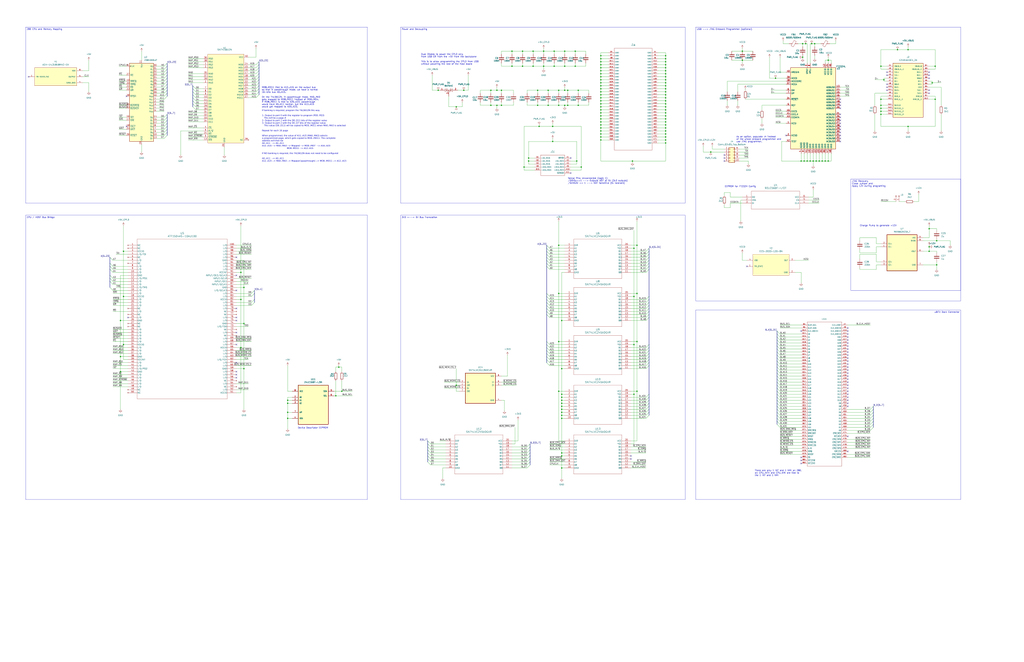
<source format=kicad_sch>
(kicad_sch (version 20250114) (generator "eeschema") (generator_version "9.0")
  (paper "D")
  (lib_symbols
    (symbol "CORE_CONNECTOR_1"
      (property "Reference" "J" (at -11.43 2.54 0))
      (symbol "CORE_CONNECTOR_1_1_0"
        (pin bidirectional line (at -29.21 -2.54 0) (length 5.08) (name "SLOT_SCL") (number "B5"))
        (pin bidirectional line (at -29.21 -5.08 0) (length 5.08) (name "SLOT_SDA") (number "B6"))
        (pin bidirectional line (at -29.21 -7.62 0) (length 5.08) (name "CLK_DOCK1") (number "B12"))
        (pin bidirectional line (at -29.21 -10.16 0) (length 5.08) (name "A0") (number "B14"))
        (pin bidirectional line (at -29.21 -12.7 0) (length 5.08) (name "A1") (number "B15"))
        (pin bidirectional line (at -29.21 -15.24 0) (length 5.08) (name "A2") (number "B17"))
        (pin bidirectional line (at -29.21 -17.78 0) (length 5.08) (name "A3") (number "B18"))
        (pin bidirectional line (at -29.21 -20.32 0) (length 5.08) (name "A4") (number "B19"))
        (pin bidirectional line (at -29.21 -22.86 0) (length 5.08) (name "A5") (number "B20"))
        (pin bidirectional line (at -29.21 -25.4 0) (length 5.08) (name "A6") (number "B23"))
        (pin bidirectional line (at -29.21 -27.94 0) (length 5.08) (name "A7") (number "B24"))
        (pin bidirectional line (at -29.21 -30.48 0) (length 5.08) (name "A8") (number "B27"))
        (pin bidirectional line (at -29.21 -33.02 0) (length 5.08) (name "A9") (number "B28"))
        (pin bidirectional line (at -29.21 -35.56 0) (length 5.08) (name "A10") (number "B30"))
        (pin bidirectional line (at -29.21 -38.1 0) (length 5.08) (name "A11") (number "B31"))
        (pin bidirectional line (at -29.21 -40.64 0) (length 5.08) (name "A12") (number "B33"))
        (pin bidirectional line (at -29.21 -43.18 0) (length 5.08) (name "A13") (number "B34"))
        (pin bidirectional line (at -29.21 -45.72 0) (length 5.08) (name "A14") (number "B37"))
        (pin bidirectional line (at -29.21 -48.26 0) (length 5.08) (name "A15") (number "B38"))
        (pin bidirectional line (at -29.21 -50.8 0) (length 5.08) (name "A16") (number "B41"))
        (pin bidirectional line (at -29.21 -53.34 0) (length 5.08) (name "A17") (number "B42"))
        (pin bidirectional line (at -29.21 -55.88 0) (length 5.08) (name "A18") (number "B45"))
        (pin bidirectional line (at -29.21 -58.42 0) (length 5.08) (name "A19") (number "B46"))
        (pin bidirectional line (at -29.21 -60.96 0) (length 5.08) (name "A20") (number "B49"))
        (pin bidirectional line (at -29.21 -63.5 0) (length 5.08) (name "A21") (number "B50"))
        (pin bidirectional line (at -29.21 -66.04 0) (length 5.08) (name "A22") (number "B51"))
        (pin bidirectional line (at -29.21 -68.58 0) (length 5.08) (name "A23") (number "B54"))
        (pin bidirectional line (at -29.21 -71.12 0) (length 5.08) (name "A24") (number "B55"))
        (pin bidirectional line (at -29.21 -73.66 0) (length 5.08) (name "A25") (number "B58"))
        (pin bidirectional line (at -29.21 -76.2 0) (length 5.08) (name "A26") (number "B59"))
        (pin bidirectional line (at -29.21 -78.74 0) (length 5.08) (name "A27") (number "B62"))
        (pin bidirectional line (at -29.21 -81.28 0) (length 5.08) (name "A28") (number "B63"))
        (pin bidirectional line (at -29.21 -83.82 0) (length 5.08) (name "A29") (number "B66"))
        (pin bidirectional line (at -29.21 -86.36 0) (length 5.08) (name "A30") (number "B67"))
        (pin bidirectional line (at -29.21 -88.9 0) (length 5.08) (name "A31") (number "B70"))
        (pin bidirectional line (at -29.21 -91.44 0) (length 5.08) (name "~{DMA_REQ}") (number "B71"))
        (pin bidirectional line (at -29.21 -93.98 0) (length 5.08) (name "~{DMA_GNT}") (number "B72"))
        (pin bidirectional line (at -29.21 -96.52 0) (length 5.08) (name "~{RESET}") (number "B73"))
        (pin bidirectional line (at -29.21 -99.06 0) (length 5.08) (name "~{MREQ}") (number "B74"))
        (pin bidirectional line (at -29.21 -101.6 0) (length 5.08) (name "~{MEM0_CS}") (number "B75"))
        (pin bidirectional line (at -29.21 -104.14 0) (length 5.08) (name "~{MEM1_CS}") (number "B76"))
        (pin bidirectional line (at -29.21 -106.68 0) (length 5.08) (name "R/~{W}") (number "B77"))
        (pin bidirectional line (at -29.21 -109.22 0) (length 5.08) (name "~{IORQ}") (number "B78"))
        (pin bidirectional line (at -29.21 -111.76 0) (length 5.08) (name "~{READY}") (number "B79"))
        (pin bidirectional line (at -29.21 -114.3 0) (length 5.08) (name "~{CS}") (number "B80"))
        (pin bidirectional line (at -29.21 -116.84 0) (length 5.08) (name "~{INT_CH0}") (number "B81"))
        (pin bidirectional line (at -29.21 -119.38 0) (length 5.08) (name "~{INT_CH1}") (number "B82"))
        (pin bidirectional line (at 10.16 -2.54 180) (length 5.08) (name "CLK_HOST") (number "A7"))
        (pin bidirectional line (at 10.16 -5.08 180) (length 5.08) (name "CLK_DOCK0") (number "A8"))
        (pin bidirectional line (at 10.16 -7.62 180) (length 5.08) (name "CLK_DOCK2") (number "A13"))
        (pin bidirectional line (at 10.16 -10.16 180) (length 5.08) (name "CLK_DOCK3") (number "A14"))
        (pin bidirectional line (at 10.16 -12.7 180) (length 5.08) (name "D31") (number "A16"))
        (pin bidirectional line (at 10.16 -15.24 180) (length 5.08) (name "D30") (number "A17"))
        (pin bidirectional line (at 10.16 -17.78 180) (length 5.08) (name "D29") (number "A19"))
        (pin bidirectional line (at 10.16 -20.32 180) (length 5.08) (name "D28") (number "A20"))
        (pin bidirectional line (at 10.16 -22.86 180) (length 5.08) (name "D27") (number "A21"))
        (pin bidirectional line (at 10.16 -25.4 180) (length 5.08) (name "D26") (number "A22"))
        (pin bidirectional line (at 10.16 -27.94 180) (length 5.08) (name "D25") (number "A25"))
        (pin bidirectional line (at 10.16 -30.48 180) (length 5.08) (name "D24") (number "A26"))
        (pin bidirectional line (at 10.16 -33.02 180) (length 5.08) (name "D23") (number "A29"))
        (pin bidirectional line (at 10.16 -35.56 180) (length 5.08) (name "D22") (number "A31"))
        (pin bidirectional line (at 10.16 -38.1 180) (length 5.08) (name "D21") (number "A32"))
        (pin bidirectional line (at 10.16 -40.64 180) (length 5.08) (name "D20") (number "A33"))
        (pin bidirectional line (at 10.16 -43.18 180) (length 5.08) (name "D19") (number "A35"))
        (pin bidirectional line (at 10.16 -45.72 180) (length 5.08) (name "D18") (number "A36"))
        (pin bidirectional line (at 10.16 -48.26 180) (length 5.08) (name "D17") (number "A39"))
        (pin bidirectional line (at 10.16 -50.8 180) (length 5.08) (name "D16") (number "A40"))
        (pin bidirectional line (at 10.16 -53.34 180) (length 5.08) (name "D15") (number "A43"))
        (pin bidirectional line (at 10.16 -55.88 180) (length 5.08) (name "D14") (number "A44"))
        (pin bidirectional line (at 10.16 -58.42 180) (length 5.08) (name "D13") (number "A47"))
        (pin bidirectional line (at 10.16 -60.96 180) (length 5.08) (name "D12") (number "A48"))
        (pin bidirectional line (at 10.16 -63.5 180) (length 5.08) (name "D11") (number "A49"))
        (pin bidirectional line (at 10.16 -66.04 180) (length 5.08) (name "D10") (number "A52"))
        (pin bidirectional line (at 10.16 -68.58 180) (length 5.08) (name "D9") (number "A53"))
        (pin bidirectional line (at 10.16 -71.12 180) (length 5.08) (name "D8") (number "A56"))
        (pin bidirectional line (at 10.16 -73.66 180) (length 5.08) (name "D7") (number "A57"))
        (pin bidirectional line (at 10.16 -76.2 180) (length 5.08) (name "D6") (number "A60"))
        (pin bidirectional line (at 10.16 -78.74 180) (length 5.08) (name "D5") (number "A61"))
        (pin bidirectional line (at 10.16 -81.28 180) (length 5.08) (name "D4") (number "A64"))
        (pin bidirectional line (at 10.16 -83.82 180) (length 5.08) (name "D3") (number "A65"))
        (pin bidirectional line (at 10.16 -86.36 180) (length 5.08) (name "D2") (number "A68"))
        (pin bidirectional line (at 10.16 -88.9 180) (length 5.08) (name "D1") (number "A69"))
        (pin bidirectional line (at 10.16 -91.44 180) (length 5.08) (name "D0") (number "A72"))
        (pin bidirectional line (at 10.16 -93.98 180) (length 5.08) (name "~{CPU_ACK}") (number "A74"))
        (pin bidirectional line (at 10.16 -96.52 180) (length 5.08) (name "~{INT_ACK}") (number "A75"))
        (pin bidirectional line (at 10.16 -99.06 180) (length 5.08) (name "~{CPU_INT0}") (number "A76"))
        (pin bidirectional line (at 10.16 -101.6 180) (length 5.08) (name "~{CPU_INT1}") (number "A77"))
        (pin bidirectional line (at 10.16 -104.14 180) (length 5.08) (name "~{CPU_INT2}") (number "A78"))
        (pin bidirectional line (at 10.16 -106.68 180) (length 5.08) (name "~{CPU_INT3}") (number "A79"))
        (pin bidirectional line (at 10.16 -109.22 180) (length 5.08) (name "~{NMI_CH}") (number "A80"))
        (pin bidirectional line (at 10.16 -111.76 180) (length 5.08) (name "~{CPU_NMI0}") (number "A81"))
        (pin bidirectional line (at 10.16 -114.3 180) (length 5.08) (name "~{CPU_NMI1}") (number "A82"))
      )
      (symbol "CORE_CONNECTOR_1_2_0"
        (pin power_in line (at -31.75 -5.08 0) (length 5.08) (name "GND") (number "B4"))
        (pin power_in line (at -31.75 -7.62 0) (length 5.08) (name "GND") (number "B7"))
        (pin power_in line (at -31.75 -10.16 0) (length 5.08) (name "GND") (number "B9"))
        (pin power_in line (at -31.75 -12.7 0) (length 5.08) (name "GND") (number "B11"))
        (pin power_in line (at -31.75 -15.24 0) (length 5.08) (name "GND") (number "B13"))
        (pin power_in line (at -31.75 -17.78 0) (length 5.08) (name "GND") (number "B16"))
        (pin power_in line (at -31.75 -20.32 0) (length 5.08) (name "GND") (number "B21"))
        (pin power_in line (at -31.75 -22.86 0) (length 5.08) (name "GND") (number "B22"))
        (pin power_in line (at -31.75 -25.4 0) (length 5.08) (name "GND") (number "B25"))
        (pin power_in line (at -31.75 -27.94 0) (length 5.08) (name "GND") (number "B26"))
        (pin power_in line (at -31.75 -30.48 0) (length 5.08) (name "GND") (number "B29"))
        (pin power_in line (at -31.75 -33.02 0) (length 5.08) (name "GND") (number "B32"))
        (pin power_in line (at -31.75 -35.56 0) (length 5.08) (name "GND") (number "B35"))
        (pin power_in line (at -31.75 -38.1 0) (length 5.08) (name "GND") (number "B36"))
        (pin power_in line (at -31.75 -40.64 0) (length 5.08) (name "GND") (number "B39"))
        (pin power_in line (at -31.75 -43.18 0) (length 5.08) (name "GND") (number "B40"))
        (pin power_in line (at -31.75 -45.72 0) (length 5.08) (name "GND") (number "B43"))
        (pin power_in line (at -31.75 -48.26 0) (length 5.08) (name "GND") (number "B44"))
        (pin power_in line (at -31.75 -50.8 0) (length 5.08) (name "GND") (number "B47"))
        (pin power_in line (at -31.75 -53.34 0) (length 5.08) (name "GND") (number "B48"))
        (pin power_in line (at -31.75 -55.88 0) (length 5.08) (name "GND") (number "B52"))
        (pin power_in line (at -31.75 -58.42 0) (length 5.08) (name "GND") (number "B53"))
        (pin power_in line (at -31.75 -60.96 0) (length 5.08) (name "GND") (number "B56"))
        (pin power_in line (at -31.75 -63.5 0) (length 5.08) (name "GND") (number "B57"))
        (pin power_in line (at -31.75 -66.04 0) (length 5.08) (name "GND") (number "B60"))
        (pin power_in line (at -31.75 -68.58 0) (length 5.08) (name "GND") (number "B61"))
        (pin power_in line (at -31.75 -71.12 0) (length 5.08) (name "GND") (number "B64"))
        (pin power_in line (at -31.75 -73.66 0) (length 5.08) (name "GND") (number "B65"))
        (pin power_in line (at -31.75 -76.2 0) (length 5.08) (name "GND") (number "B68"))
        (pin power_in line (at -31.75 -78.74 0) (length 5.08) (name "GND") (number "B69"))
        (pin power_in line (at 10.16 -5.08 180) (length 5.08) (name "GND") (number "A4"))
        (pin power_in line (at 10.16 -7.62 180) (length 5.08) (name "GND") (number "A5"))
        (pin power_in line (at 10.16 -10.16 180) (length 5.08) (name "GND") (number "A6"))
        (pin power_in line (at 10.16 -12.7 180) (length 5.08) (name "GND") (number "A12"))
        (pin power_in line (at 10.16 -15.24 180) (length 5.08) (name "GND") (number "A15"))
        (pin power_in line (at 10.16 -17.78 180) (length 5.08) (name "GND") (number "A18"))
        (pin power_in line (at 10.16 -20.32 180) (length 5.08) (name "GND") (number "A23"))
        (pin power_in line (at 10.16 -22.86 180) (length 5.08) (name "GND") (number "A24"))
        (pin power_in line (at 10.16 -25.4 180) (length 5.08) (name "GND") (number "A27"))
        (pin power_in line (at 10.16 -27.94 180) (length 5.08) (name "GND") (number "A28"))
        (pin power_in line (at 10.16 -30.48 180) (length 5.08) (name "GND") (number "A30"))
        (pin power_in line (at 10.16 -33.02 180) (length 5.08) (name "GND") (number "A34"))
        (pin power_in line (at 10.16 -35.56 180) (length 5.08) (name "GND") (number "A37"))
        (pin power_in line (at 10.16 -38.1 180) (length 5.08) (name "GND") (number "A38"))
        (pin power_in line (at 10.16 -40.64 180) (length 5.08) (name "GND") (number "A41"))
        (pin power_in line (at 10.16 -43.18 180) (length 5.08) (name "GND") (number "A42"))
        (pin power_in line (at 10.16 -45.72 180) (length 5.08) (name "GND") (number "A45"))
        (pin power_in line (at 10.16 -48.26 180) (length 5.08) (name "GND") (number "A46"))
        (pin power_in line (at 10.16 -50.8 180) (length 5.08) (name "GND") (number "A50"))
        (pin power_in line (at 10.16 -53.34 180) (length 5.08) (name "GND") (number "A51"))
        (pin power_in line (at 10.16 -55.88 180) (length 5.08) (name "GND") (number "A54"))
        (pin power_in line (at 10.16 -58.42 180) (length 5.08) (name "GND") (number "A55"))
        (pin power_in line (at 10.16 -60.96 180) (length 5.08) (name "GND") (number "A58"))
        (pin power_in line (at 10.16 -63.5 180) (length 5.08) (name "GND") (number "A59"))
        (pin power_in line (at 10.16 -66.04 180) (length 5.08) (name "GND") (number "A62"))
        (pin power_in line (at 10.16 -68.58 180) (length 5.08) (name "GND") (number "A63"))
        (pin power_in line (at 10.16 -71.12 180) (length 5.08) (name "GND") (number "A66"))
        (pin power_in line (at 10.16 -73.66 180) (length 5.08) (name "GND") (number "A67"))
        (pin power_in line (at 10.16 -76.2 180) (length 5.08) (name "GND") (number "A70"))
        (pin power_in line (at 10.16 -78.74 180) (length 5.08) (name "GND") (number "A71"))
        (pin power_in line (at 10.16 -81.28 180) (length 5.08) (name "GND") (number "A73"))
      )
      (symbol "CORE_CONNECTOR_1_3_0"
        (pin power_in line (at -26.67 -3.81 0) (length 5.08) (name "+5V_MAIN") (number "B1"))
        (pin power_in line (at -26.67 -6.35 0) (length 5.08) (name "+5V_MAIN") (number "B2"))
        (pin power_in line (at -26.67 -8.89 0) (length 5.08) (name "+5V_MAIN") (number "B3"))
        (pin power_in line (at -26.67 -11.43 0) (length 5.08) (name "+3V3_MAIN") (number "B8"))
        (pin power_in line (at -26.67 -13.97 0) (length 5.08) (name "+3V3_MAIN") (number "B10"))
        (pin passive line (at 3.81 -3.81 180) (length 5.08) (name "~{DRV5V}") (number "A1"))
        (pin power_in line (at 3.81 -6.35 180) (length 5.08) (name "+5V_MAIN") (number "A2"))
        (pin power_in line (at 3.81 -8.89 180) (length 5.08) (name "+5V_MAIN") (number "A3"))
        (pin power_in line (at 3.81 -11.43 180) (length 5.08) (name "+3V3_MAIN") (number "A9"))
        (pin power_in line (at 3.81 -13.97 180) (length 5.08) (name "+3V3_MAIN") (number "A10"))
        (pin passive line (at 3.81 -16.51 180) (length 5.08) (name "~{SENS3V}") (number "A11"))
      )
    )
    (symbol "CORE_CONNECTOR_2"
      (property "Reference" "J" (at -11.43 2.54 0))
      (symbol "CORE_CONNECTOR_2_1_0"
        (pin bidirectional line (at -29.21 -2.54 0) (length 5.08) (name "SLOT_SCL") (number "B5"))
        (pin bidirectional line (at -29.21 -5.08 0) (length 5.08) (name "SLOT_SDA") (number "B6"))
        (pin bidirectional line (at -29.21 -7.62 0) (length 5.08) (name "CLK_DOCK1") (number "B12"))
        (pin bidirectional line (at -29.21 -10.16 0) (length 5.08) (name "A0") (number "B14"))
        (pin bidirectional line (at -29.21 -12.7 0) (length 5.08) (name "A1") (number "B15"))
        (pin bidirectional line (at -29.21 -15.24 0) (length 5.08) (name "A2") (number "B17"))
        (pin bidirectional line (at -29.21 -17.78 0) (length 5.08) (name "A3") (number "B18"))
        (pin bidirectional line (at -29.21 -20.32 0) (length 5.08) (name "A4") (number "B19"))
        (pin bidirectional line (at -29.21 -22.86 0) (length 5.08) (name "A5") (number "B20"))
        (pin bidirectional line (at -29.21 -25.4 0) (length 5.08) (name "A6") (number "B23"))
        (pin bidirectional line (at -29.21 -27.94 0) (length 5.08) (name "A7") (number "B24"))
        (pin bidirectional line (at -29.21 -30.48 0) (length 5.08) (name "A8") (number "B27"))
        (pin bidirectional line (at -29.21 -33.02 0) (length 5.08) (name "A9") (number "B28"))
        (pin bidirectional line (at -29.21 -35.56 0) (length 5.08) (name "A10") (number "B30"))
        (pin bidirectional line (at -29.21 -38.1 0) (length 5.08) (name "A11") (number "B31"))
        (pin bidirectional line (at -29.21 -40.64 0) (length 5.08) (name "A12") (number "B33"))
        (pin bidirectional line (at -29.21 -43.18 0) (length 5.08) (name "A13") (number "B34"))
        (pin bidirectional line (at -29.21 -45.72 0) (length 5.08) (name "A14") (number "B37"))
        (pin bidirectional line (at -29.21 -48.26 0) (length 5.08) (name "A15") (number "B38"))
        (pin bidirectional line (at -29.21 -50.8 0) (length 5.08) (name "A16") (number "B41"))
        (pin bidirectional line (at -29.21 -53.34 0) (length 5.08) (name "A17") (number "B42"))
        (pin bidirectional line (at -29.21 -55.88 0) (length 5.08) (name "A18") (number "B45"))
        (pin bidirectional line (at -29.21 -58.42 0) (length 5.08) (name "A19") (number "B46"))
        (pin bidirectional line (at -29.21 -60.96 0) (length 5.08) (name "A20") (number "B49"))
        (pin bidirectional line (at -29.21 -63.5 0) (length 5.08) (name "A21") (number "B50"))
        (pin bidirectional line (at -29.21 -66.04 0) (length 5.08) (name "A22") (number "B51"))
        (pin bidirectional line (at -29.21 -68.58 0) (length 5.08) (name "A23") (number "B54"))
        (pin bidirectional line (at -29.21 -71.12 0) (length 5.08) (name "A24") (number "B55"))
        (pin bidirectional line (at -29.21 -73.66 0) (length 5.08) (name "A25") (number "B58"))
        (pin bidirectional line (at -29.21 -76.2 0) (length 5.08) (name "A26") (number "B59"))
        (pin bidirectional line (at -29.21 -78.74 0) (length 5.08) (name "A27") (number "B62"))
        (pin bidirectional line (at -29.21 -81.28 0) (length 5.08) (name "A28") (number "B63"))
        (pin bidirectional line (at -29.21 -83.82 0) (length 5.08) (name "A29") (number "B66"))
        (pin bidirectional line (at -29.21 -86.36 0) (length 5.08) (name "A30") (number "B67"))
        (pin bidirectional line (at -29.21 -88.9 0) (length 5.08) (name "A31") (number "B70"))
        (pin bidirectional line (at -29.21 -91.44 0) (length 5.08) (name "~{DMA_REQ}") (number "B71"))
        (pin bidirectional line (at -29.21 -93.98 0) (length 5.08) (name "~{DMA_GNT}") (number "B72"))
        (pin bidirectional line (at -29.21 -96.52 0) (length 5.08) (name "~{RESET}") (number "B73"))
        (pin bidirectional line (at -29.21 -99.06 0) (length 5.08) (name "~{MREQ}") (number "B74"))
        (pin bidirectional line (at -29.21 -101.6 0) (length 5.08) (name "~{MEM0_CS}") (number "B75"))
        (pin bidirectional line (at -29.21 -104.14 0) (length 5.08) (name "~{MEM1_CS}") (number "B76"))
        (pin bidirectional line (at -29.21 -106.68 0) (length 5.08) (name "R/~{W}") (number "B77"))
        (pin bidirectional line (at -29.21 -109.22 0) (length 5.08) (name "~{IORQ}") (number "B78"))
        (pin bidirectional line (at -29.21 -111.76 0) (length 5.08) (name "~{READY}") (number "B79"))
        (pin bidirectional line (at -29.21 -114.3 0) (length 5.08) (name "~{CS}") (number "B80"))
        (pin bidirectional line (at -29.21 -116.84 0) (length 5.08) (name "~{INT_CH0}") (number "B81"))
        (pin bidirectional line (at -29.21 -119.38 0) (length 5.08) (name "~{INT_CH1}") (number "B82"))
        (pin bidirectional line (at 10.16 -2.54 180) (length 5.08) (name "CLK_HOST") (number "A7"))
        (pin bidirectional line (at 10.16 -5.08 180) (length 5.08) (name "CLK_DOCK0") (number "A8"))
        (pin bidirectional line (at 10.16 -7.62 180) (length 5.08) (name "CLK_DOCK2") (number "A13"))
        (pin bidirectional line (at 10.16 -10.16 180) (length 5.08) (name "CLK_DOCK3") (number "A14"))
        (pin bidirectional line (at 10.16 -12.7 180) (length 5.08) (name "D31") (number "A16"))
        (pin bidirectional line (at 10.16 -15.24 180) (length 5.08) (name "D30") (number "A17"))
        (pin bidirectional line (at 10.16 -17.78 180) (length 5.08) (name "D29") (number "A19"))
        (pin bidirectional line (at 10.16 -20.32 180) (length 5.08) (name "D28") (number "A20"))
        (pin bidirectional line (at 10.16 -22.86 180) (length 5.08) (name "D27") (number "A21"))
        (pin bidirectional line (at 10.16 -25.4 180) (length 5.08) (name "D26") (number "A22"))
        (pin bidirectional line (at 10.16 -27.94 180) (length 5.08) (name "D25") (number "A25"))
        (pin bidirectional line (at 10.16 -30.48 180) (length 5.08) (name "D24") (number "A26"))
        (pin bidirectional line (at 10.16 -33.02 180) (length 5.08) (name "D23") (number "A29"))
        (pin bidirectional line (at 10.16 -35.56 180) (length 5.08) (name "D22") (number "A31"))
        (pin bidirectional line (at 10.16 -38.1 180) (length 5.08) (name "D21") (number "A32"))
        (pin bidirectional line (at 10.16 -40.64 180) (length 5.08) (name "D20") (number "A33"))
        (pin bidirectional line (at 10.16 -43.18 180) (length 5.08) (name "D19") (number "A35"))
        (pin bidirectional line (at 10.16 -45.72 180) (length 5.08) (name "D18") (number "A36"))
        (pin bidirectional line (at 10.16 -48.26 180) (length 5.08) (name "D17") (number "A39"))
        (pin bidirectional line (at 10.16 -50.8 180) (length 5.08) (name "D16") (number "A40"))
        (pin bidirectional line (at 10.16 -53.34 180) (length 5.08) (name "D15") (number "A43"))
        (pin bidirectional line (at 10.16 -55.88 180) (length 5.08) (name "D14") (number "A44"))
        (pin bidirectional line (at 10.16 -58.42 180) (length 5.08) (name "D13") (number "A47"))
        (pin bidirectional line (at 10.16 -60.96 180) (length 5.08) (name "D12") (number "A48"))
        (pin bidirectional line (at 10.16 -63.5 180) (length 5.08) (name "D11") (number "A49"))
        (pin bidirectional line (at 10.16 -66.04 180) (length 5.08) (name "D10") (number "A52"))
        (pin bidirectional line (at 10.16 -68.58 180) (length 5.08) (name "D9") (number "A53"))
        (pin bidirectional line (at 10.16 -71.12 180) (length 5.08) (name "D8") (number "A56"))
        (pin bidirectional line (at 10.16 -73.66 180) (length 5.08) (name "D7") (number "A57"))
        (pin bidirectional line (at 10.16 -76.2 180) (length 5.08) (name "D6") (number "A60"))
        (pin bidirectional line (at 10.16 -78.74 180) (length 5.08) (name "D5") (number "A61"))
        (pin bidirectional line (at 10.16 -81.28 180) (length 5.08) (name "D4") (number "A64"))
        (pin bidirectional line (at 10.16 -83.82 180) (length 5.08) (name "D3") (number "A65"))
        (pin bidirectional line (at 10.16 -86.36 180) (length 5.08) (name "D2") (number "A68"))
        (pin bidirectional line (at 10.16 -88.9 180) (length 5.08) (name "D1") (number "A69"))
        (pin bidirectional line (at 10.16 -91.44 180) (length 5.08) (name "D0") (number "A72"))
        (pin bidirectional line (at 10.16 -93.98 180) (length 5.08) (name "~{CPU_ACK}") (number "A74"))
        (pin bidirectional line (at 10.16 -96.52 180) (length 5.08) (name "~{INT_ACK}") (number "A75"))
        (pin bidirectional line (at 10.16 -99.06 180) (length 5.08) (name "~{CPU_INT0}") (number "A76"))
        (pin bidirectional line (at 10.16 -101.6 180) (length 5.08) (name "~{CPU_INT1}") (number "A77"))
        (pin bidirectional line (at 10.16 -104.14 180) (length 5.08) (name "~{CPU_INT2}") (number "A78"))
        (pin bidirectional line (at 10.16 -106.68 180) (length 5.08) (name "~{CPU_INT3}") (number "A79"))
        (pin bidirectional line (at 10.16 -109.22 180) (length 5.08) (name "~{NMI_CH}") (number "A80"))
        (pin bidirectional line (at 10.16 -111.76 180) (length 5.08) (name "~{CPU_NMI0}") (number "A81"))
        (pin bidirectional line (at 10.16 -114.3 180) (length 5.08) (name "~{CPU_NMI1}") (number "A82"))
      )
      (symbol "CORE_CONNECTOR_2_2_0"
        (pin power_in line (at -31.75 -5.08 0) (length 5.08) (name "GND") (number "B4"))
        (pin power_in line (at -31.75 -7.62 0) (length 5.08) (name "GND") (number "B7"))
        (pin power_in line (at -31.75 -10.16 0) (length 5.08) (name "GND") (number "B8"))
        (pin power_in line (at -31.75 -12.7 0) (length 5.08) (name "GND") (number "B11"))
        (pin power_in line (at -31.75 -15.24 0) (length 5.08) (name "GND") (number "B13"))
        (pin power_in line (at -31.75 -17.78 0) (length 5.08) (name "GND") (number "B16"))
        (pin power_in line (at -31.75 -20.32 0) (length 5.08) (name "GND") (number "B21"))
        (pin power_in line (at -31.75 -22.86 0) (length 5.08) (name "GND") (number "B22"))
        (pin power_in line (at -31.75 -25.4 0) (length 5.08) (name "GND") (number "B25"))
        (pin power_in line (at -31.75 -27.94 0) (length 5.08) (name "GND") (number "B26"))
        (pin power_in line (at -31.75 -30.48 0) (length 5.08) (name "GND") (number "B29"))
        (pin power_in line (at -31.75 -33.02 0) (length 5.08) (name "GND") (number "B32"))
        (pin power_in line (at -31.75 -35.56 0) (length 5.08) (name "GND") (number "B35"))
        (pin power_in line (at -31.75 -38.1 0) (length 5.08) (name "GND") (number "B36"))
        (pin power_in line (at -31.75 -40.64 0) (length 5.08) (name "GND") (number "B39"))
        (pin power_in line (at -31.75 -43.18 0) (length 5.08) (name "GND") (number "B40"))
        (pin power_in line (at -31.75 -45.72 0) (length 5.08) (name "GND") (number "B43"))
        (pin power_in line (at -31.75 -48.26 0) (length 5.08) (name "GND") (number "B44"))
        (pin power_in line (at -31.75 -50.8 0) (length 5.08) (name "GND") (number "B47"))
        (pin power_in line (at -31.75 -53.34 0) (length 5.08) (name "GND") (number "B48"))
        (pin power_in line (at -31.75 -55.88 0) (length 5.08) (name "GND") (number "B52"))
        (pin power_in line (at -31.75 -58.42 0) (length 5.08) (name "GND") (number "B53"))
        (pin power_in line (at -31.75 -60.96 0) (length 5.08) (name "GND") (number "B56"))
        (pin power_in line (at -31.75 -63.5 0) (length 5.08) (name "GND") (number "B57"))
        (pin power_in line (at -31.75 -66.04 0) (length 5.08) (name "GND") (number "B60"))
        (pin power_in line (at -31.75 -68.58 0) (length 5.08) (name "GND") (number "B61"))
        (pin power_in line (at -31.75 -71.12 0) (length 5.08) (name "GND") (number "B64"))
        (pin power_in line (at -31.75 -73.66 0) (length 5.08) (name "GND") (number "B65"))
        (pin power_in line (at -31.75 -76.2 0) (length 5.08) (name "GND") (number "B68"))
        (pin power_in line (at -31.75 -78.74 0) (length 5.08) (name "GND") (number "B69"))
        (pin power_in line (at 10.16 -5.08 180) (length 5.08) (name "GND") (number "A4"))
        (pin power_in line (at 10.16 -7.62 180) (length 5.08) (name "GND") (number "A5"))
        (pin power_in line (at 10.16 -10.16 180) (length 5.08) (name "GND") (number "A6"))
        (pin power_in line (at 10.16 -12.7 180) (length 5.08) (name "GND") (number "A12"))
        (pin power_in line (at 10.16 -15.24 180) (length 5.08) (name "GND") (number "A15"))
        (pin power_in line (at 10.16 -17.78 180) (length 5.08) (name "GND") (number "A18"))
        (pin power_in line (at 10.16 -20.32 180) (length 5.08) (name "GND") (number "A23"))
        (pin power_in line (at 10.16 -22.86 180) (length 5.08) (name "GND") (number "A24"))
        (pin power_in line (at 10.16 -25.4 180) (length 5.08) (name "GND") (number "A27"))
        (pin power_in line (at 10.16 -27.94 180) (length 5.08) (name "GND") (number "A28"))
        (pin power_in line (at 10.16 -30.48 180) (length 5.08) (name "GND") (number "A30"))
        (pin power_in line (at 10.16 -33.02 180) (length 5.08) (name "GND") (number "A34"))
        (pin power_in line (at 10.16 -35.56 180) (length 5.08) (name "GND") (number "A37"))
        (pin power_in line (at 10.16 -38.1 180) (length 5.08) (name "GND") (number "A38"))
        (pin power_in line (at 10.16 -40.64 180) (length 5.08) (name "GND") (number "A41"))
        (pin power_in line (at 10.16 -43.18 180) (length 5.08) (name "GND") (number "A42"))
        (pin power_in line (at 10.16 -45.72 180) (length 5.08) (name "GND") (number "A45"))
        (pin power_in line (at 10.16 -48.26 180) (length 5.08) (name "GND") (number "A46"))
        (pin power_in line (at 10.16 -50.8 180) (length 5.08) (name "GND") (number "A50"))
        (pin power_in line (at 10.16 -53.34 180) (length 5.08) (name "GND") (number "A51"))
        (pin power_in line (at 10.16 -55.88 180) (length 5.08) (name "GND") (number "A54"))
        (pin power_in line (at 10.16 -58.42 180) (length 5.08) (name "GND") (number "A55"))
        (pin power_in line (at 10.16 -60.96 180) (length 5.08) (name "GND") (number "A58"))
        (pin power_in line (at 10.16 -63.5 180) (length 5.08) (name "GND") (number "A59"))
        (pin power_in line (at 10.16 -66.04 180) (length 5.08) (name "GND") (number "A62"))
        (pin power_in line (at 10.16 -68.58 180) (length 5.08) (name "GND") (number "A63"))
        (pin power_in line (at 10.16 -71.12 180) (length 5.08) (name "GND") (number "A66"))
        (pin power_in line (at 10.16 -73.66 180) (length 5.08) (name "GND") (number "A67"))
        (pin power_in line (at 10.16 -76.2 180) (length 5.08) (name "GND") (number "A70"))
        (pin power_in line (at 10.16 -78.74 180) (length 5.08) (name "GND") (number "A71"))
        (pin power_in line (at 10.16 -81.28 180) (length 5.08) (name "GND") (number "A73"))
      )
      (symbol "CORE_CONNECTOR_2_3_0"
        (pin power_in line (at -26.67 -3.81 0) (length 5.08) (name "+5V_MAIN") (number "B1"))
        (pin power_in line (at -26.67 -6.35 0) (length 5.08) (name "+5V_MAIN") (number "B2"))
        (pin power_in line (at -26.67 -8.89 0) (length 5.08) (name "+5V_MAIN") (number "B3"))
        (pin power_in line (at -26.67 -11.43 0) (length 5.08) (name "+3V3_MAIN") (number "B9"))
        (pin power_in line (at -26.67 -13.97 0) (length 5.08) (name "+3V3_MAIN") (number "B10"))
        (pin passive line (at 3.81 -3.81 180) (length 5.08) (name "~{DRV5V}") (number "A1"))
        (pin power_in line (at 3.81 -6.35 180) (length 5.08) (name "+5V_MAIN") (number "A2"))
        (pin power_in line (at 3.81 -8.89 180) (length 5.08) (name "+5V_MAIN") (number "A3"))
        (pin power_in line (at 3.81 -11.43 180) (length 5.08) (name "+3V3_MAIN") (number "A9"))
        (pin power_in line (at 3.81 -13.97 180) (length 5.08) (name "+3V3_MAIN") (number "A10"))
        (pin passive line (at 3.81 -16.51 180) (length 5.08) (name "~{SENS3V}") (number "A11"))
      )
    )
    (symbol "CPU:Z084000xP"
      (property "Reference" "U" (at -9.652 34.798 0))
      (property "Value" "Z084000xP" (at 3.81 34.798 0))
      (symbol "Z084000xP_1_1"
        (pin input clock (at -12.7 30.48 0) (length 2.54) (name "CLK") (number "6"))
        (pin output line (at -12.7 22.86 0) (length 2.54) (name "~{M1}") (number "27"))
        (pin tri_state line (at -12.7 17.78 0) (length 2.54) (name "~{MREQ}") (number "19"))
        (pin tri_state line (at -12.7 15.24 0) (length 2.54) (name "~{IORQ}") (number "20"))
        (pin tri_state line (at -12.7 12.7 0) (length 2.54) (name "~{RD}") (number "21"))
        (pin tri_state line (at -12.7 10.16 0) (length 2.54) (name "~{WR}") (number "22"))
        (pin output line (at -12.7 5.08 0) (length 2.54) (name "~{RFSH}") (number "28"))
        (pin input line (at -12.7 -2.54 0) (length 2.54) (name "~{BUSREQ}") (number "25"))
        (pin output line (at -12.7 -5.08 0) (length 2.54) (name "~{BUSACK}") (number "23"))
        (pin input line (at -12.7 -12.7 0) (length 2.54) (name "~{INT}") (number "16"))
        (pin input line (at -12.7 -15.24 0) (length 2.54) (name "~{NMI}") (number "17"))
        (pin output line (at -12.7 -20.32 0) (length 2.54) (name "~{HALT}") (number "18"))
        (pin input line (at -12.7 -22.86 0) (length 2.54) (name "~{WAIT}") (number "24"))
        (pin input line (at -12.7 -27.94 0) (length 2.54) (name "~{RESET}") (number "26"))
        (pin power_in line (at 0 35.56 270) (length 2.54) (name "V_{CC}") (number "11"))
        (pin power_in line (at 0 -35.56 90) (length 2.54) (name "GND") (number "29"))
        (pin tri_state line (at 12.7 30.48 180) (length 2.54) (name "A_{0}") (number "30"))
        (pin tri_state line (at 12.7 27.94 180) (length 2.54) (name "A_{1}") (number "31"))
        (pin tri_state line (at 12.7 25.4 180) (length 2.54) (name "A_{2}") (number "32"))
        (pin tri_state line (at 12.7 22.86 180) (length 2.54) (name "A_{3}") (number "33"))
        (pin tri_state line (at 12.7 20.32 180) (length 2.54) (name "A_{4}") (number "34"))
        (pin tri_state line (at 12.7 17.78 180) (length 2.54) (name "A_{5}") (number "35"))
        (pin tri_state line (at 12.7 15.24 180) (length 2.54) (name "A_{6}") (number "36"))
        (pin tri_state line (at 12.7 12.7 180) (length 2.54) (name "A_{7}") (number "37"))
        (pin tri_state line (at 12.7 10.16 180) (length 2.54) (name "A_{8}") (number "38"))
        (pin tri_state line (at 12.7 7.62 180) (length 2.54) (name "A_{9}") (number "39"))
        (pin tri_state line (at 12.7 5.08 180) (length 2.54) (name "A_{10}") (number "40"))
        (pin tri_state line (at 12.7 2.54 180) (length 2.54) (name "A_{11}") (number "1"))
        (pin tri_state line (at 12.7 0 180) (length 2.54) (name "A_{12}") (number "2"))
        (pin tri_state line (at 12.7 -2.54 180) (length 2.54) (name "A_{13}") (number "3"))
        (pin tri_state line (at 12.7 -5.08 180) (length 2.54) (name "A_{14}") (number "4"))
        (pin tri_state line (at 12.7 -7.62 180) (length 2.54) (name "A_{15}") (number "5"))
        (pin bidirectional line (at 12.7 -12.7 180) (length 2.54) (name "D_{0}") (number "14"))
        (pin bidirectional line (at 12.7 -15.24 180) (length 2.54) (name "D_{1}") (number "15"))
        (pin bidirectional line (at 12.7 -17.78 180) (length 2.54) (name "D_{2}") (number "12"))
        (pin bidirectional line (at 12.7 -20.32 180) (length 2.54) (name "D_{3}") (number "8"))
        (pin bidirectional line (at 12.7 -22.86 180) (length 2.54) (name "D_{4}") (number "7"))
        (pin bidirectional line (at 12.7 -25.4 180) (length 2.54) (name "D_{5}") (number "9"))
        (pin bidirectional line (at 12.7 -27.94 180) (length 2.54) (name "D_{6}") (number "10"))
        (pin bidirectional line (at 12.7 -30.48 180) (length 2.54) (name "D_{7}") (number "13"))
      )
    )
    (symbol "Connector:Conn_01x02_Pin" (pin_names (offset 1.016) (hide yes))
      (property "Reference" "J" (at 0 2.54 0))
      (property "Value" "Conn_01x02_Pin" (at 0 -5.08 0))
      (symbol "Conn_01x02_Pin_1_1"
        (pin passive line (at 5.08 0 180) (length 3.81) (name "Pin_1") (number "1"))
        (pin passive line (at 5.08 -2.54 180) (length 3.81) (name "Pin_2") (number "2"))
      )
    )
    (symbol "Connector_Generic:Conn_02x05_Top_Bottom" (pin_names (offset 1.016) (hide yes))
      (property "Reference" "J" (at 1.27 7.62 0))
      (property "Value" "Conn_02x05_Top_Bottom" (at 1.27 -7.62 0))
      (symbol "Conn_02x05_Top_Bottom_1_1"
        (pin passive line (at -5.08 5.08 0) (length 3.81) (name "Pin_1") (number "1"))
        (pin passive line (at -5.08 2.54 0) (length 3.81) (name "Pin_2") (number "2"))
        (pin passive line (at -5.08 0 0) (length 3.81) (name "Pin_3") (number "3"))
        (pin passive line (at -5.08 -2.54 0) (length 3.81) (name "Pin_4") (number "4"))
        (pin passive line (at -5.08 -5.08 0) (length 3.81) (name "Pin_5") (number "5"))
        (pin passive line (at 7.62 5.08 180) (length 3.81) (name "Pin_6") (number "6"))
        (pin passive line (at 7.62 2.54 180) (length 3.81) (name "Pin_7") (number "7"))
        (pin passive line (at 7.62 0 180) (length 3.81) (name "Pin_8") (number "8"))
        (pin passive line (at 7.62 -2.54 180) (length 3.81) (name "Pin_9") (number "9"))
        (pin passive line (at 7.62 -5.08 180) (length 3.81) (name "Pin_10") (number "10"))
      )
    )
    (symbol "Device:C" (pin_numbers (hide yes)) (pin_names (offset 0.254))
      (property "Reference" "C" (at 0.635 2.54 0))
      (property "Value" "C" (at 0.635 -2.54 0))
      (symbol "C_1_1"
        (pin passive line (at 0 3.81 270) (length 2.794) (name "~") (number "1"))
        (pin passive line (at 0 -3.81 90) (length 2.794) (name "~") (number "2"))
      )
    )
    (symbol "Device:FerriteBead" (pin_numbers (hide yes)) (pin_names (offset 0))
      (property "Reference" "FB" (at -3.81 0.635 90))
      (property "Value" "FerriteBead" (at 3.81 0 90))
      (symbol "FerriteBead_1_1"
        (pin passive line (at 0 3.81 270) (length 2.54) (name "~") (number "1"))
        (pin passive line (at 0 -3.81 90) (length 2.54) (name "~") (number "2"))
      )
    )
    (symbol "Device:R" (pin_numbers (hide yes)) (pin_names (offset 0))
      (property "Reference" "R" (at 2.032 0 90))
      (property "Value" "R" (at 0 0 90))
      (symbol "R_1_1"
        (pin passive line (at 0 3.81 270) (length 1.27) (name "~") (number "1"))
        (pin passive line (at 0 -3.81 90) (length 1.27) (name "~") (number "2"))
      )
    )
    (symbol "Diode:BAT54C" (pin_names (offset 1.016))
      (property "Reference" "D" (at 0.635 -3.81 0))
      (property "Value" "BAT54C" (at -6.35 3.175 0))
      (symbol "BAT54C_1_1"
        (pin passive line (at -7.62 0 0) (length 3.81) (name "~") (number "1"))
        (pin passive line (at 0 -5.08 90) (length 5.08) (name "~") (number "3"))
        (pin passive line (at 7.62 0 180) (length 3.81) (name "~") (number "2"))
      )
    )
    (symbol "Host:12401610E4_2A" (pin_names (offset 1.016))
      (property "Reference" "J2" (at 0 20.32 0))
      (property "Value" "12401610E4_2A" (at 0 17.78 0))
      (symbol "12401610E4_2A_0_0"
        (pin power_in line (at -17.78 12.7 0) (length 5.08) (name "VBUS_A") (number "A4"))
        (pin power_in line (at -17.78 10.16 0) (length 5.08) (name "VBUS_A__1") (number "A9"))
        (pin bidirectional line (at -17.78 7.62 0) (length 5.08) (name "TX1+") (number "A2"))
        (pin bidirectional line (at -17.78 5.08 0) (length 5.08) (name "TX1-") (number "A3"))
        (pin bidirectional line (at -17.78 2.54 0) (length 5.08) (name "D2-") (number "B7"))
        (pin bidirectional line (at -17.78 0 0) (length 5.08) (name "D1-") (number "A7"))
        (pin bidirectional line (at -17.78 -2.54 0) (length 5.08) (name "SBU1") (number "A8"))
        (pin bidirectional line (at -17.78 -5.08 0) (length 5.08) (name "RX2-") (number "A10"))
        (pin bidirectional line (at -17.78 -7.62 0) (length 5.08) (name "RX2+") (number "A11"))
        (pin bidirectional line (at -17.78 -10.16 0) (length 5.08) (name "CC1") (number "A5"))
        (pin power_in line (at -17.78 -12.7 0) (length 5.08) (name "GND_A") (number "A1"))
        (pin power_in line (at -17.78 -15.24 0) (length 5.08) (name "GND_A__1") (number "A12"))
        (pin passive line (at -17.78 -20.32 0) (length 5.08) (name "SHIELD") (number "SH1"))
        (pin passive line (at -17.78 -22.86 0) (length 5.08) (name "SHIELD__1") (number "SH2"))
        (pin passive line (at -17.78 -25.4 0) (length 5.08) (name "SHIELD__2") (number "SH3"))
        (pin passive line (at -17.78 -27.94 0) (length 5.08) (name "SHIELD__3") (number "SH4"))
        (pin power_in line (at 17.78 12.7 180) (length 5.08) (name "VBUS_B") (number "B4"))
        (pin power_in line (at 17.78 10.16 180) (length 5.08) (name "VBUS_B__1") (number "B9"))
        (pin bidirectional line (at 17.78 7.62 180) (length 5.08) (name "RX1+") (number "B11"))
        (pin bidirectional line (at 17.78 5.08 180) (length 5.08) (name "RX1-") (number "B10"))
        (pin bidirectional line (at 17.78 2.54 180) (length 5.08) (name "SBU2") (number "B8"))
        (pin bidirectional line (at 17.78 0 180) (length 5.08) (name "D1+") (number "A6"))
        (pin bidirectional line (at 17.78 -2.54 180) (length 5.08) (name "D2+") (number "B6"))
        (pin bidirectional line (at 17.78 -5.08 180) (length 5.08) (name "CC2") (number "B5"))
        (pin bidirectional line (at 17.78 -7.62 180) (length 5.08) (name "TX2-") (number "B3"))
        (pin bidirectional line (at 17.78 -10.16 180) (length 5.08) (name "TX2+") (number "B2"))
        (pin power_in line (at 17.78 -12.7 180) (length 5.08) (name "GND_B") (number "B1"))
        (pin power_in line (at 17.78 -15.24 180) (length 5.08) (name "GND_B__1") (number "B12"))
      )
    )
    (symbol "Host:24LC16BT-I_SN" (pin_names (offset 1.016))
      (property "Reference" "U3" (at 0 17.78 0))
      (property "Value" "24LC16BT-I_SN" (at 0 15.24 0))
      (symbol "24LC16BT-I_SN_0_0"
        (pin power_in line (at -17.78 7.62 0) (length 5.08) (name "VCC") (number "8"))
        (pin input line (at -17.78 2.54 0) (length 5.08) (name "A0") (number "1"))
        (pin input line (at -17.78 0 0) (length 5.08) (name "A1") (number "2"))
        (pin input line (at -17.78 -2.54 0) (length 5.08) (name "A2") (number "3"))
        (pin input line (at -17.78 -10.16 0) (length 5.08) (name "WP") (number "7"))
        (pin passive line (at -17.78 -15.24 0) (length 5.08) (name "VSS") (number "4"))
        (pin bidirectional line (at 17.78 7.62 180) (length 5.08) (name "SDA") (number "5"))
      )
      (symbol "24LC16BT-I_SN_1_0"
        (pin input line (at 17.78 3.81 180) (length 5.08) (name "SCL") (number "6"))
      )
    )
    (symbol "Host:93LC56BT-I_OT" (pin_names (offset 0.254))
      (property "Reference" "U" (at 27.94 10.16 0))
      (property "Value" "93LC56BT-I/OT" (at 27.94 7.62 0))
      (symbol "93LC56BT-I_OT_0_1"
        (pin bidirectional line (at 0 0 0) (length 7.62) (name "DO") (number "1"))
        (pin unspecified line (at 0 -2.54 0) (length 7.62) (name "VSS") (number "2"))
        (pin bidirectional line (at 0 -5.08 0) (length 7.62) (name "DI") (number "3"))
        (pin unspecified line (at 55.88 0 180) (length 7.62) (name "VCC") (number "6"))
        (pin bidirectional line (at 55.88 -2.54 180) (length 7.62) (name "CS") (number "5"))
        (pin bidirectional line (at 55.88 -5.08 180) (length 7.62) (name "CLK") (number "4"))
      )
    )
    (symbol "Host:ACH-14.31818MHZ-EK" (pin_names (offset 1.016))
      (property "Reference" "Y" (at -17.78 10.16 0))
      (property "Value" "ACH-14.31818MHZ-EK" (at -17.78 -10.16 0))
      (symbol "ACH-14.31818MHZ-EK_0_0"
        (pin passive line (at -22.86 0 0) (length 5.08) (name "TRI-STATE/NC") (number "1"))
        (pin power_in line (at 22.86 5.08 180) (length 5.08) (name "VDD") (number "8"))
        (pin output line (at 22.86 0 180) (length 5.08) (name "OUTPUT") (number "5"))
        (pin passive line (at 22.86 -5.08 180) (length 5.08) (name "CASE_GND") (number "4"))
      )
    )
    (symbol "Host:ATF1504AS-10AU100" (pin_names (offset 0.254))
      (property "Reference" "U" (at 45.72 10.16 0))
      (property "Value" "ATF1504AS-10AU100" (at 45.72 7.62 0))
      (symbol "ATF1504AS-10AU100_0_1"
        (pin no_connect line (at 0 0 0) (length 7.62) (name "NC") (number "1"))
        (pin no_connect line (at 0 -2.54 0) (length 7.62) (name "NC") (number "2"))
        (pin power_in line (at 0 -5.08 0) (length 7.62) (name "VCCIO") (number "3"))
        (pin bidirectional line (at 0 -7.62 0) (length 7.62) (name "I/O/TDI") (number "4"))
        (pin no_connect line (at 0 -10.16 0) (length 7.62) (name "NC") (number "5"))
        (pin bidirectional line (at 0 -12.7 0) (length 7.62) (name "I/O") (number "6"))
        (pin no_connect line (at 0 -15.24 0) (length 7.62) (name "NC") (number "7"))
        (pin bidirectional line (at 0 -17.78 0) (length 7.62) (name "I/O") (number "8"))
        (pin bidirectional line (at 0 -20.32 0) (length 7.62) (name "I/O") (number "9"))
        (pin bidirectional line (at 0 -22.86 0) (length 7.62) (name "I/O") (number "10"))
        (pin power_in line (at 0 -25.4 0) (length 7.62) (name "GND") (number "11"))
        (pin bidirectional line (at 0 -27.94 0) (length 7.62) (name "I/O/PD1") (number "12"))
        (pin bidirectional line (at 0 -30.48 0) (length 7.62) (name "I/O") (number "13"))
        (pin bidirectional line (at 0 -33.02 0) (length 7.62) (name "I/O") (number "14"))
        (pin bidirectional line (at 0 -35.56 0) (length 7.62) (name "I/O/TMS") (number "15"))
        (pin bidirectional line (at 0 -38.1 0) (length 7.62) (name "I/O") (number "16"))
        (pin bidirectional line (at 0 -40.64 0) (length 7.62) (name "I/O") (number "17"))
        (pin power_in line (at 0 -43.18 0) (length 7.62) (name "VCCIO") (number "18"))
        (pin bidirectional line (at 0 -45.72 0) (length 7.62) (name "I/O") (number "19"))
        (pin bidirectional line (at 0 -48.26 0) (length 7.62) (name "I/O") (number "20"))
        (pin bidirectional line (at 0 -50.8 0) (length 7.62) (name "I/O") (number "21"))
        (pin no_connect line (at 0 -53.34 0) (length 7.62) (name "NC") (number "22"))
        (pin bidirectional line (at 0 -55.88 0) (length 7.62) (name "I/O") (number "23"))
        (pin no_connect line (at 0 -58.42 0) (length 7.62) (name "NC") (number "24"))
        (pin bidirectional line (at 0 -60.96 0) (length 7.62) (name "I/O") (number "25"))
        (pin power_in line (at 0 -63.5 0) (length 7.62) (name "GND") (number "26"))
        (pin no_connect line (at 0 -66.04 0) (length 7.62) (name "NC") (number "27"))
        (pin no_connect line (at 0 -68.58 0) (length 7.62) (name "NC") (number "28"))
        (pin bidirectional line (at 0 -71.12 0) (length 7.62) (name "I/O") (number "29"))
        (pin bidirectional line (at 0 -73.66 0) (length 7.62) (name "I/O") (number "30"))
        (pin bidirectional line (at 0 -76.2 0) (length 7.62) (name "I/O") (number "31"))
        (pin bidirectional line (at 0 -78.74 0) (length 7.62) (name "I/O") (number "32"))
        (pin bidirectional line (at 0 -81.28 0) (length 7.62) (name "I/O") (number "33"))
        (pin power_in line (at 0 -83.82 0) (length 7.62) (name "VCCIO") (number "34"))
        (pin bidirectional line (at 0 -86.36 0) (length 7.62) (name "I/O") (number "35"))
        (pin bidirectional line (at 0 -88.9 0) (length 7.62) (name "I/O") (number "36"))
        (pin bidirectional line (at 0 -91.44 0) (length 7.62) (name "I/O") (number "37"))
        (pin power_in line (at 0 -93.98 0) (length 7.62) (name "GND") (number "38"))
        (pin power_in line (at 0 -96.52 0) (length 7.62) (name "VCCINT") (number "39"))
        (pin bidirectional line (at 0 -99.06 0) (length 7.62) (name "I/O") (number "40"))
        (pin bidirectional line (at 0 -101.6 0) (length 7.62) (name "I/O") (number "41"))
        (pin bidirectional line (at 0 -104.14 0) (length 7.62) (name "I/O/PD2") (number "42"))
        (pin power_in line (at 0 -106.68 0) (length 7.62) (name "GND") (number "43"))
        (pin bidirectional line (at 0 -109.22 0) (length 7.62) (name "I/O") (number "44"))
        (pin bidirectional line (at 0 -111.76 0) (length 7.62) (name "I/O") (number "45"))
        (pin bidirectional line (at 0 -114.3 0) (length 7.62) (name "I/O") (number "46"))
        (pin bidirectional line (at 0 -116.84 0) (length 7.62) (name "I/O") (number "47"))
        (pin bidirectional line (at 0 -119.38 0) (length 7.62) (name "I/O") (number "48"))
        (pin no_connect line (at 0 -121.92 0) (length 7.62) (name "NC") (number "49"))
        (pin no_connect line (at 0 -124.46 0) (length 7.62) (name "NC") (number "50"))
        (pin bidirectional line (at 91.44 0 180) (length 7.62) (name "I/O") (number "100"))
        (pin bidirectional line (at 91.44 -2.54 180) (length 7.62) (name "I/O") (number "99"))
        (pin bidirectional line (at 91.44 -5.08 180) (length 7.62) (name "I/O") (number "98"))
        (pin bidirectional line (at 91.44 -7.62 180) (length 7.62) (name "I/O") (number "97"))
        (pin bidirectional line (at 91.44 -10.16 180) (length 7.62) (name "I/O") (number "96"))
        (pin power_in line (at 91.44 -12.7 180) (length 7.62) (name "GND") (number "95"))
        (pin bidirectional line (at 91.44 -15.24 180) (length 7.62) (name "I/O") (number "94"))
        (pin bidirectional line (at 91.44 -17.78 180) (length 7.62) (name "I/O") (number "93"))
        (pin bidirectional line (at 91.44 -20.32 180) (length 7.62) (name "I/O") (number "92"))
        (pin power_in line (at 91.44 -22.86 180) (length 7.62) (name "VCCINT") (number "91"))
        (pin bidirectional line (at 91.44 -25.4 180) (length 7.62) (name "INPUT/OE2/GCLK2") (number "90"))
        (pin bidirectional line (at 91.44 -27.94 180) (length 7.62) (name "INPUT/GCLR") (number "89"))
        (pin bidirectional line (at 91.44 -30.48 180) (length 7.62) (name "INPUT/OE1") (number "88"))
        (pin bidirectional line (at 91.44 -33.02 180) (length 7.62) (name "INPUT/GCLK1") (number "87"))
        (pin power_in line (at 91.44 -35.56 180) (length 7.62) (name "GND") (number "86"))
        (pin bidirectional line (at 91.44 -38.1 180) (length 7.62) (name "I/O/GCLK3") (number "85"))
        (pin bidirectional line (at 91.44 -40.64 180) (length 7.62) (name "I/O") (number "84"))
        (pin bidirectional line (at 91.44 -43.18 180) (length 7.62) (name "I/O") (number "83"))
        (pin power_in line (at 91.44 -45.72 180) (length 7.62) (name "VCCIO") (number "82"))
        (pin bidirectional line (at 91.44 -48.26 180) (length 7.62) (name "I/O") (number "81"))
        (pin bidirectional line (at 91.44 -50.8 180) (length 7.62) (name "I/O") (number "80"))
        (pin bidirectional line (at 91.44 -53.34 180) (length 7.62) (name "I/O") (number "79"))
        (pin no_connect line (at 91.44 -55.88 180) (length 7.62) (name "NC") (number "78"))
        (pin no_connect line (at 91.44 -58.42 180) (length 7.62) (name "NC") (number "77"))
        (pin bidirectional line (at 91.44 -60.96 180) (length 7.62) (name "I/O") (number "76"))
        (pin bidirectional line (at 91.44 -63.5 180) (length 7.62) (name "I/O") (number "75"))
        (pin power_in line (at 91.44 -66.04 180) (length 7.62) (name "GND") (number "74"))
        (pin bidirectional line (at 91.44 -68.58 180) (length 7.62) (name "I/O/TDO") (number "73"))
        (pin no_connect line (at 91.44 -71.12 180) (length 7.62) (name "NC") (number "72"))
        (pin bidirectional line (at 91.44 -73.66 180) (length 7.62) (name "I/O") (number "71"))
        (pin no_connect line (at 91.44 -76.2 180) (length 7.62) (name "NC") (number "70"))
        (pin bidirectional line (at 91.44 -78.74 180) (length 7.62) (name "I/O") (number "69"))
        (pin bidirectional line (at 91.44 -81.28 180) (length 7.62) (name "I/O") (number "68"))
        (pin bidirectional line (at 91.44 -83.82 180) (length 7.62) (name "I/O") (number "67"))
        (pin power_in line (at 91.44 -86.36 180) (length 7.62) (name "VCCIO") (number "66"))
        (pin bidirectional line (at 91.44 -88.9 180) (length 7.62) (name "I/O") (number "65"))
        (pin bidirectional line (at 91.44 -91.44 180) (length 7.62) (name "I/O") (number "64"))
        (pin bidirectional line (at 91.44 -93.98 180) (length 7.62) (name "I/O") (number "63"))
        (pin bidirectional line (at 91.44 -96.52 180) (length 7.62) (name "I/O/TCK") (number "62"))
        (pin bidirectional line (at 91.44 -99.06 180) (length 7.62) (name "I/O") (number "61"))
        (pin bidirectional line (at 91.44 -101.6 180) (length 7.62) (name "I/O") (number "60"))
        (pin power_in line (at 91.44 -104.14 180) (length 7.62) (name "GND") (number "59"))
        (pin bidirectional line (at 91.44 -106.68 180) (length 7.62) (name "I/O") (number "58"))
        (pin bidirectional line (at 91.44 -109.22 180) (length 7.62) (name "I/O") (number "57"))
        (pin bidirectional line (at 91.44 -111.76 180) (length 7.62) (name "I/O") (number "56"))
        (pin no_connect line (at 91.44 -114.3 180) (length 7.62) (name "NC") (number "55"))
        (pin bidirectional line (at 91.44 -116.84 180) (length 7.62) (name "I/O") (number "54"))
        (pin no_connect line (at 91.44 -119.38 180) (length 7.62) (name "NC") (number "53"))
        (pin bidirectional line (at 91.44 -121.92 180) (length 7.62) (name "I/O") (number "52"))
        (pin power_in line (at 91.44 -124.46 180) (length 7.62) (name "VCCIO") (number "51"))
      )
    )
    (symbol "Host:CORE_CONNECTOR"
      (property "Reference" "J" (at -11.43 2.54 0))
      (symbol "CORE_CONNECTOR_1_0"
        (pin bidirectional line (at -29.21 -2.54 0) (length 5.08) (name "SLOT_SCL") (number "B5"))
        (pin bidirectional line (at -29.21 -5.08 0) (length 5.08) (name "SLOT_SDA") (number "B6"))
        (pin bidirectional line (at -29.21 -7.62 0) (length 5.08) (name "CLK_DOCK1") (number "B12"))
        (pin bidirectional line (at -29.21 -10.16 0) (length 5.08) (name "A0") (number "B14"))
        (pin bidirectional line (at -29.21 -12.7 0) (length 5.08) (name "A1") (number "B15"))
        (pin bidirectional line (at -29.21 -15.24 0) (length 5.08) (name "A2") (number "B17"))
        (pin bidirectional line (at -29.21 -17.78 0) (length 5.08) (name "A3") (number "B18"))
        (pin bidirectional line (at -29.21 -20.32 0) (length 5.08) (name "A4") (number "B19"))
        (pin bidirectional line (at -29.21 -22.86 0) (length 5.08) (name "A5") (number "B20"))
        (pin bidirectional line (at -29.21 -25.4 0) (length 5.08) (name "A6") (number "B23"))
        (pin bidirectional line (at -29.21 -27.94 0) (length 5.08) (name "A7") (number "B24"))
        (pin bidirectional line (at -29.21 -30.48 0) (length 5.08) (name "A8") (number "B27"))
        (pin bidirectional line (at -29.21 -33.02 0) (length 5.08) (name "A9") (number "B28"))
        (pin bidirectional line (at -29.21 -35.56 0) (length 5.08) (name "A10") (number "B30"))
        (pin bidirectional line (at -29.21 -38.1 0) (length 5.08) (name "A11") (number "B31"))
        (pin bidirectional line (at -29.21 -40.64 0) (length 5.08) (name "A12") (number "B33"))
        (pin bidirectional line (at -29.21 -43.18 0) (length 5.08) (name "A13") (number "B34"))
        (pin bidirectional line (at -29.21 -45.72 0) (length 5.08) (name "A14") (number "B37"))
        (pin bidirectional line (at -29.21 -48.26 0) (length 5.08) (name "A15") (number "B38"))
        (pin bidirectional line (at -29.21 -50.8 0) (length 5.08) (name "A16") (number "B41"))
        (pin bidirectional line (at -29.21 -53.34 0) (length 5.08) (name "A17") (number "B42"))
        (pin bidirectional line (at -29.21 -55.88 0) (length 5.08) (name "A18") (number "B45"))
        (pin bidirectional line (at -29.21 -58.42 0) (length 5.08) (name "A19") (number "B46"))
        (pin bidirectional line (at -29.21 -60.96 0) (length 5.08) (name "A20") (number "B49"))
        (pin bidirectional line (at -29.21 -63.5 0) (length 5.08) (name "A21") (number "B50"))
        (pin bidirectional line (at -29.21 -66.04 0) (length 5.08) (name "A22") (number "B51"))
        (pin bidirectional line (at -29.21 -68.58 0) (length 5.08) (name "A23") (number "B54"))
        (pin bidirectional line (at -29.21 -71.12 0) (length 5.08) (name "A24") (number "B55"))
        (pin bidirectional line (at -29.21 -73.66 0) (length 5.08) (name "A25") (number "B58"))
        (pin bidirectional line (at -29.21 -76.2 0) (length 5.08) (name "A26") (number "B59"))
        (pin bidirectional line (at -29.21 -78.74 0) (length 5.08) (name "A27") (number "B62"))
        (pin bidirectional line (at -29.21 -81.28 0) (length 5.08) (name "A28") (number "B63"))
        (pin bidirectional line (at -29.21 -83.82 0) (length 5.08) (name "A29") (number "B66"))
        (pin bidirectional line (at -29.21 -86.36 0) (length 5.08) (name "A30") (number "B67"))
        (pin bidirectional line (at -29.21 -88.9 0) (length 5.08) (name "A31") (number "B70"))
        (pin bidirectional line (at -29.21 -91.44 0) (length 5.08) (name "~{DMA_REQ}") (number "B71"))
        (pin bidirectional line (at -29.21 -93.98 0) (length 5.08) (name "~{DMA_GNT}") (number "B72"))
        (pin bidirectional line (at -29.21 -96.52 0) (length 5.08) (name "~{RESET}") (number "B73"))
        (pin bidirectional line (at -29.21 -99.06 0) (length 5.08) (name "~{MREQ}") (number "B74"))
        (pin bidirectional line (at -29.21 -101.6 0) (length 5.08) (name "~{MEM0_CS}") (number "B75"))
        (pin bidirectional line (at -29.21 -104.14 0) (length 5.08) (name "~{MEM1_CS}") (number "B76"))
        (pin bidirectional line (at -29.21 -106.68 0) (length 5.08) (name "R/~{W}") (number "B77"))
        (pin bidirectional line (at -29.21 -109.22 0) (length 5.08) (name "~{IORQ}") (number "B78"))
        (pin bidirectional line (at -29.21 -111.76 0) (length 5.08) (name "~{READY}") (number "B79"))
        (pin bidirectional line (at -29.21 -114.3 0) (length 5.08) (name "~{CS}") (number "B80"))
        (pin bidirectional line (at -29.21 -116.84 0) (length 5.08) (name "~{INT_CH0}") (number "B81"))
        (pin bidirectional line (at -29.21 -119.38 0) (length 5.08) (name "~{INT_CH1}") (number "B82"))
        (pin bidirectional line (at 10.16 -2.54 180) (length 5.08) (name "CLK_HOST") (number "A7"))
        (pin bidirectional line (at 10.16 -5.08 180) (length 5.08) (name "CLK_DOCK0") (number "A8"))
        (pin bidirectional line (at 10.16 -7.62 180) (length 5.08) (name "CLK_DOCK2") (number "A13"))
        (pin bidirectional line (at 10.16 -10.16 180) (length 5.08) (name "CLK_DOCK3") (number "A14"))
        (pin bidirectional line (at 10.16 -12.7 180) (length 5.08) (name "D31") (number "A16"))
        (pin bidirectional line (at 10.16 -15.24 180) (length 5.08) (name "D30") (number "A17"))
        (pin bidirectional line (at 10.16 -17.78 180) (length 5.08) (name "D29") (number "A19"))
        (pin bidirectional line (at 10.16 -20.32 180) (length 5.08) (name "D28") (number "A20"))
        (pin bidirectional line (at 10.16 -22.86 180) (length 5.08) (name "D27") (number "A21"))
        (pin bidirectional line (at 10.16 -25.4 180) (length 5.08) (name "D26") (number "A22"))
        (pin bidirectional line (at 10.16 -27.94 180) (length 5.08) (name "D25") (number "A25"))
        (pin bidirectional line (at 10.16 -30.48 180) (length 5.08) (name "D24") (number "A26"))
        (pin bidirectional line (at 10.16 -33.02 180) (length 5.08) (name "D23") (number "A29"))
        (pin bidirectional line (at 10.16 -35.56 180) (length 5.08) (name "D22") (number "A31"))
        (pin bidirectional line (at 10.16 -38.1 180) (length 5.08) (name "D21") (number "A32"))
        (pin bidirectional line (at 10.16 -40.64 180) (length 5.08) (name "D20") (number "A33"))
        (pin bidirectional line (at 10.16 -43.18 180) (length 5.08) (name "D19") (number "A35"))
        (pin bidirectional line (at 10.16 -45.72 180) (length 5.08) (name "D18") (number "A36"))
        (pin bidirectional line (at 10.16 -48.26 180) (length 5.08) (name "D17") (number "A39"))
        (pin bidirectional line (at 10.16 -50.8 180) (length 5.08) (name "D16") (number "A40"))
        (pin bidirectional line (at 10.16 -53.34 180) (length 5.08) (name "D15") (number "A43"))
        (pin bidirectional line (at 10.16 -55.88 180) (length 5.08) (name "D14") (number "A44"))
        (pin bidirectional line (at 10.16 -58.42 180) (length 5.08) (name "D13") (number "A47"))
        (pin bidirectional line (at 10.16 -60.96 180) (length 5.08) (name "D12") (number "A48"))
        (pin bidirectional line (at 10.16 -63.5 180) (length 5.08) (name "D11") (number "A49"))
        (pin bidirectional line (at 10.16 -66.04 180) (length 5.08) (name "D10") (number "A52"))
        (pin bidirectional line (at 10.16 -68.58 180) (length 5.08) (name "D9") (number "A53"))
        (pin bidirectional line (at 10.16 -71.12 180) (length 5.08) (name "D8") (number "A56"))
        (pin bidirectional line (at 10.16 -73.66 180) (length 5.08) (name "D7") (number "A57"))
        (pin bidirectional line (at 10.16 -76.2 180) (length 5.08) (name "D6") (number "A60"))
        (pin bidirectional line (at 10.16 -78.74 180) (length 5.08) (name "D5") (number "A61"))
        (pin bidirectional line (at 10.16 -81.28 180) (length 5.08) (name "D4") (number "A64"))
        (pin bidirectional line (at 10.16 -83.82 180) (length 5.08) (name "D3") (number "A65"))
        (pin bidirectional line (at 10.16 -86.36 180) (length 5.08) (name "D2") (number "A68"))
        (pin bidirectional line (at 10.16 -88.9 180) (length 5.08) (name "D1") (number "A69"))
        (pin bidirectional line (at 10.16 -91.44 180) (length 5.08) (name "D0") (number "A72"))
        (pin bidirectional line (at 10.16 -93.98 180) (length 5.08) (name "~{CPU_ACK}") (number "A74"))
        (pin bidirectional line (at 10.16 -96.52 180) (length 5.08) (name "~{INT_ACK}") (number "A75"))
        (pin bidirectional line (at 10.16 -99.06 180) (length 5.08) (name "~{CPU_INT0}") (number "A76"))
        (pin bidirectional line (at 10.16 -101.6 180) (length 5.08) (name "~{CPU_INT1}") (number "A77"))
        (pin bidirectional line (at 10.16 -104.14 180) (length 5.08) (name "~{CPU_INT2}") (number "A78"))
        (pin bidirectional line (at 10.16 -106.68 180) (length 5.08) (name "~{CPU_INT3}") (number "A79"))
        (pin bidirectional line (at 10.16 -109.22 180) (length 5.08) (name "~{NMI_CH}") (number "A80"))
        (pin bidirectional line (at 10.16 -111.76 180) (length 5.08) (name "~{CPU_NMI0}") (number "A81"))
        (pin bidirectional line (at 10.16 -114.3 180) (length 5.08) (name "~{CPU_NMI1}") (number "A82"))
      )
      (symbol "CORE_CONNECTOR_2_0"
        (pin power_in line (at -31.75 -5.08 0) (length 5.08) (name "GND") (number "B4"))
        (pin power_in line (at -31.75 -7.62 0) (length 5.08) (name "GND") (number "B7"))
        (pin power_in line (at -31.75 -10.16 0) (length 5.08) (name "GND") (number "B8"))
        (pin power_in line (at -31.75 -12.7 0) (length 5.08) (name "GND") (number "B11"))
        (pin power_in line (at -31.75 -15.24 0) (length 5.08) (name "GND") (number "B13"))
        (pin power_in line (at -31.75 -17.78 0) (length 5.08) (name "GND") (number "B16"))
        (pin power_in line (at -31.75 -20.32 0) (length 5.08) (name "GND") (number "B21"))
        (pin power_in line (at -31.75 -22.86 0) (length 5.08) (name "GND") (number "B22"))
        (pin power_in line (at -31.75 -25.4 0) (length 5.08) (name "GND") (number "B25"))
        (pin power_in line (at -31.75 -27.94 0) (length 5.08) (name "GND") (number "B26"))
        (pin power_in line (at -31.75 -30.48 0) (length 5.08) (name "GND") (number "B29"))
        (pin power_in line (at -31.75 -33.02 0) (length 5.08) (name "GND") (number "B32"))
        (pin power_in line (at -31.75 -35.56 0) (length 5.08) (name "GND") (number "B35"))
        (pin power_in line (at -31.75 -38.1 0) (length 5.08) (name "GND") (number "B36"))
        (pin power_in line (at -31.75 -40.64 0) (length 5.08) (name "GND") (number "B39"))
        (pin power_in line (at -31.75 -43.18 0) (length 5.08) (name "GND") (number "B40"))
        (pin power_in line (at -31.75 -45.72 0) (length 5.08) (name "GND") (number "B43"))
        (pin power_in line (at -31.75 -48.26 0) (length 5.08) (name "GND") (number "B44"))
        (pin power_in line (at -31.75 -50.8 0) (length 5.08) (name "GND") (number "B47"))
        (pin power_in line (at -31.75 -53.34 0) (length 5.08) (name "GND") (number "B48"))
        (pin power_in line (at -31.75 -55.88 0) (length 5.08) (name "GND") (number "B52"))
        (pin power_in line (at -31.75 -58.42 0) (length 5.08) (name "GND") (number "B53"))
        (pin power_in line (at -31.75 -60.96 0) (length 5.08) (name "GND") (number "B56"))
        (pin power_in line (at -31.75 -63.5 0) (length 5.08) (name "GND") (number "B57"))
        (pin power_in line (at -31.75 -66.04 0) (length 5.08) (name "GND") (number "B60"))
        (pin power_in line (at -31.75 -68.58 0) (length 5.08) (name "GND") (number "B61"))
        (pin power_in line (at -31.75 -71.12 0) (length 5.08) (name "GND") (number "B64"))
        (pin power_in line (at -31.75 -73.66 0) (length 5.08) (name "GND") (number "B65"))
        (pin power_in line (at -31.75 -76.2 0) (length 5.08) (name "GND") (number "B68"))
        (pin power_in line (at -31.75 -78.74 0) (length 5.08) (name "GND") (number "B69"))
        (pin power_in line (at 10.16 -5.08 180) (length 5.08) (name "GND") (number "A4"))
        (pin power_in line (at 10.16 -7.62 180) (length 5.08) (name "GND") (number "A5"))
        (pin power_in line (at 10.16 -10.16 180) (length 5.08) (name "GND") (number "A6"))
        (pin power_in line (at 10.16 -12.7 180) (length 5.08) (name "GND") (number "A12"))
        (pin power_in line (at 10.16 -15.24 180) (length 5.08) (name "GND") (number "A15"))
        (pin power_in line (at 10.16 -17.78 180) (length 5.08) (name "GND") (number "A18"))
        (pin power_in line (at 10.16 -20.32 180) (length 5.08) (name "GND") (number "A23"))
        (pin power_in line (at 10.16 -22.86 180) (length 5.08) (name "GND") (number "A24"))
        (pin power_in line (at 10.16 -25.4 180) (length 5.08) (name "GND") (number "A27"))
        (pin power_in line (at 10.16 -27.94 180) (length 5.08) (name "GND") (number "A28"))
        (pin power_in line (at 10.16 -30.48 180) (length 5.08) (name "GND") (number "A30"))
        (pin power_in line (at 10.16 -33.02 180) (length 5.08) (name "GND") (number "A34"))
        (pin power_in line (at 10.16 -35.56 180) (length 5.08) (name "GND") (number "A37"))
        (pin power_in line (at 10.16 -38.1 180) (length 5.08) (name "GND") (number "A38"))
        (pin power_in line (at 10.16 -40.64 180) (length 5.08) (name "GND") (number "A41"))
        (pin power_in line (at 10.16 -43.18 180) (length 5.08) (name "GND") (number "A42"))
        (pin power_in line (at 10.16 -45.72 180) (length 5.08) (name "GND") (number "A45"))
        (pin power_in line (at 10.16 -48.26 180) (length 5.08) (name "GND") (number "A46"))
        (pin power_in line (at 10.16 -50.8 180) (length 5.08) (name "GND") (number "A50"))
        (pin power_in line (at 10.16 -53.34 180) (length 5.08) (name "GND") (number "A51"))
        (pin power_in line (at 10.16 -55.88 180) (length 5.08) (name "GND") (number "A54"))
        (pin power_in line (at 10.16 -58.42 180) (length 5.08) (name "GND") (number "A55"))
        (pin power_in line (at 10.16 -60.96 180) (length 5.08) (name "GND") (number "A58"))
        (pin power_in line (at 10.16 -63.5 180) (length 5.08) (name "GND") (number "A59"))
        (pin power_in line (at 10.16 -66.04 180) (length 5.08) (name "GND") (number "A62"))
        (pin power_in line (at 10.16 -68.58 180) (length 5.08) (name "GND") (number "A63"))
        (pin power_in line (at 10.16 -71.12 180) (length 5.08) (name "GND") (number "A66"))
        (pin power_in line (at 10.16 -73.66 180) (length 5.08) (name "GND") (number "A67"))
        (pin power_in line (at 10.16 -76.2 180) (length 5.08) (name "GND") (number "A70"))
        (pin power_in line (at 10.16 -78.74 180) (length 5.08) (name "GND") (number "A71"))
        (pin power_in line (at 10.16 -81.28 180) (length 5.08) (name "GND") (number "A73"))
      )
      (symbol "CORE_CONNECTOR_3_0"
        (pin power_in line (at -26.67 -3.81 0) (length 5.08) (name "+5V_MAIN") (number "B1"))
        (pin power_in line (at -26.67 -6.35 0) (length 5.08) (name "+5V_MAIN") (number "B2"))
        (pin power_in line (at -26.67 -8.89 0) (length 5.08) (name "+5V_MAIN") (number "B3"))
        (pin power_in line (at -26.67 -11.43 0) (length 5.08) (name "+3V3_MAIN") (number "B9"))
        (pin power_in line (at -26.67 -13.97 0) (length 5.08) (name "+3V3_MAIN") (number "B10"))
        (pin passive line (at 3.81 -3.81 180) (length 5.08) (name "~{DRV5V}") (number "A1"))
        (pin power_in line (at 3.81 -6.35 180) (length 5.08) (name "+5V_MAIN") (number "A2"))
        (pin power_in line (at 3.81 -8.89 180) (length 5.08) (name "+5V_MAIN") (number "A3"))
        (pin power_in line (at 3.81 -11.43 180) (length 5.08) (name "+3V3_MAIN") (number "A9"))
        (pin power_in line (at 3.81 -13.97 180) (length 5.08) (name "+3V3_MAIN") (number "A10"))
        (pin passive line (at 3.81 -16.51 180) (length 5.08) (name "~{SENS3V}") (number "A11"))
      )
    )
    (symbol "Host:ECS-2033-120-BN" (pin_names (offset 1.016))
      (property "Reference" "Y" (at -15.5394 8.1518 0))
      (property "Value" "ECS-2033-120-BN" (at -15.5263 -12.4719 0))
      (symbol "ECS-2033-120-BN_0_0"
        (pin input line (at -20.32 2.54 0) (length 5.08) (name "VDD") (number "4"))
        (pin input line (at -20.32 -2.54 0) (length 5.08) (name "TRI_STATE") (number "1"))
        (pin output line (at 20.32 2.54 180) (length 5.08) (name "OUT") (number "3"))
        (pin power_in line (at 20.32 -7.62 180) (length 5.08) (name "GND") (number "2"))
      )
    )
    (symbol "Host:MAX662ACSA_T" (pin_names (offset 1.016))
      (property "Reference" "U2" (at 0 20.32 0))
      (property "Value" "MAX662ACSA_T" (at 0 17.78 0))
      (symbol "MAX662ACSA_T_0_0"
        (pin input line (at -17.78 7.62 0) (length 5.08) (name "C1+") (number "2"))
        (pin input line (at -17.78 5.08 0) (length 5.08) (name "C1-") (number "1"))
        (pin input line (at -17.78 -7.62 0) (length 5.08) (name "C2+") (number "4"))
        (pin input line (at -17.78 -10.16 0) (length 5.08) (name "C2-") (number "3"))
        (pin power_in line (at 17.78 12.7 180) (length 5.08) (name "VCC") (number "5"))
        (pin input line (at 17.78 10.16 180) (length 5.08) (name "SHDN") (number "8"))
        (pin output line (at 17.78 1.27 180) (length 5.08) (name "VOUT") (number "6"))
        (pin power_in line (at 17.78 -10.16 180) (length 5.08) (name "GND") (number "7"))
      )
    )
    (symbol "Host:SN74LS612N"
      (property "Reference" "U4" (at 0.254 2.794 0))
      (property "Value" "SN74LS612N" (at 0.254 1.27 0))
      (symbol "SN74LS612N_1_1"
        (pin input line (at -17.78 -6.35 0) (length 3.81) (name "RS0") (number "36"))
        (pin input line (at -17.78 -8.89 0) (length 3.81) (name "RS1") (number "38"))
        (pin input line (at -17.78 -11.43 0) (length 3.81) (name "RS2") (number "1"))
        (pin input line (at -17.78 -13.97 0) (length 3.81) (name "RS3") (number "3"))
        (pin input line (at -17.78 -19.05 0) (length 3.81) (name "MA0") (number "35"))
        (pin input line (at -17.78 -21.59 0) (length 3.81) (name "MA1") (number "37"))
        (pin input line (at -17.78 -24.13 0) (length 3.81) (name "MA2") (number "39"))
        (pin input line (at -17.78 -26.67 0) (length 3.81) (name "MA3") (number "2"))
        (pin bidirectional line (at -17.78 -31.75 0) (length 3.81) (name "D0") (number "7"))
        (pin bidirectional line (at -17.78 -34.29 0) (length 3.81) (name "D1") (number "8"))
        (pin bidirectional line (at -17.78 -36.83 0) (length 3.81) (name "D2") (number "9"))
        (pin bidirectional line (at -17.78 -39.37 0) (length 3.81) (name "D3") (number "10"))
        (pin bidirectional line (at -17.78 -41.91 0) (length 3.81) (name "D4") (number "11"))
        (pin bidirectional line (at -17.78 -44.45 0) (length 3.81) (name "D5") (number "12"))
        (pin bidirectional line (at -17.78 -46.99 0) (length 3.81) (name "D6") (number "29"))
        (pin bidirectional line (at -17.78 -49.53 0) (length 3.81) (name "D7") (number "30"))
        (pin bidirectional line (at -17.78 -52.07 0) (length 3.81) (name "D8") (number "31"))
        (pin bidirectional line (at -17.78 -54.61 0) (length 3.81) (name "D9") (number "32"))
        (pin bidirectional line (at -17.78 -57.15 0) (length 3.81) (name "D10") (number "33"))
        (pin bidirectional line (at -17.78 -59.69 0) (length 3.81) (name "D11") (number "34"))
        (pin input line (at -17.78 -64.77 0) (length 3.81) (name "~{CS}") (number "4"))
        (pin input line (at -17.78 -67.31 0) (length 3.81) (name "R/~{W}") (number "6"))
        (pin input line (at -17.78 -69.85 0) (length 3.81) (name "~{ME}") (number "21"))
        (pin input line (at -17.78 -72.39 0) (length 3.81) (name "~{STROBE}") (number "5"))
        (pin input line (at -17.78 -74.93 0) (length 3.81) (name "~{MM}") (number "13"))
        (pin power_in line (at 0 -81.28 90) (length 3.81) (name "GND") (number "20"))
        (pin power_in line (at 20.32 -5.08 180) (length 3.81) (name "VCC") (number "40"))
        (pin output line (at 20.32 -11.43 180) (length 3.81) (name "MO0") (number "14"))
        (pin output line (at 20.32 -13.97 180) (length 3.81) (name "MO1") (number "15"))
        (pin output line (at 20.32 -16.51 180) (length 3.81) (name "MO2") (number "16"))
        (pin output line (at 20.32 -19.05 180) (length 3.81) (name "MO3") (number "17"))
        (pin output line (at 20.32 -21.59 180) (length 3.81) (name "MO4") (number "18"))
        (pin output line (at 20.32 -24.13 180) (length 3.81) (name "MO5") (number "19"))
        (pin output line (at 20.32 -26.67 180) (length 3.81) (name "MO6") (number "22"))
        (pin output line (at 20.32 -29.21 180) (length 3.81) (name "MO7") (number "23"))
        (pin output line (at 20.32 -31.75 180) (length 3.81) (name "MO8") (number "24"))
        (pin output line (at 20.32 -34.29 180) (length 3.81) (name "MO9") (number "25"))
        (pin output line (at 20.32 -36.83 180) (length 3.81) (name "MO10") (number "26"))
        (pin output line (at 20.32 -39.37 180) (length 3.81) (name "MO11") (number "27"))
        (pin no_connect line (at 20.32 -74.93 180) (length 3.81) (name "NC") (number "28"))
      )
    )
    (symbol "Host:SN74LVC245ADGVR" (pin_names (offset 0.254))
      (property "Reference" "U" (at 27.94 10.16 0))
      (property "Value" "SN74LVC245ADGVR" (at 27.94 7.62 0))
      (symbol "SN74LVC245ADGVR_0_1"
        (pin input line (at 0 0 0) (length 7.62) (name "DIR") (number "1"))
        (pin bidirectional line (at 0 -2.54 0) (length 7.62) (name "A1") (number "2"))
        (pin bidirectional line (at 0 -5.08 0) (length 7.62) (name "A2") (number "3"))
        (pin bidirectional line (at 0 -7.62 0) (length 7.62) (name "A3") (number "4"))
        (pin bidirectional line (at 0 -10.16 0) (length 7.62) (name "A4") (number "5"))
        (pin bidirectional line (at 0 -12.7 0) (length 7.62) (name "A5") (number "6"))
        (pin bidirectional line (at 0 -15.24 0) (length 7.62) (name "A6") (number "7"))
        (pin bidirectional line (at 0 -17.78 0) (length 7.62) (name "A7") (number "8"))
        (pin bidirectional line (at 0 -20.32 0) (length 7.62) (name "A8") (number "9"))
        (pin power_in line (at 0 -22.86 0) (length 7.62) (name "GND") (number "10"))
        (pin power_in line (at 55.88 0 180) (length 7.62) (name "VCC") (number "20"))
        (pin input line (at 55.88 -2.54 180) (length 7.62) (name "*OE") (number "19"))
        (pin bidirectional line (at 55.88 -5.08 180) (length 7.62) (name "B1") (number "18"))
        (pin bidirectional line (at 55.88 -7.62 180) (length 7.62) (name "B2") (number "17"))
        (pin bidirectional line (at 55.88 -10.16 180) (length 7.62) (name "B3") (number "16"))
        (pin bidirectional line (at 55.88 -12.7 180) (length 7.62) (name "B4") (number "15"))
        (pin bidirectional line (at 55.88 -15.24 180) (length 7.62) (name "B5") (number "14"))
        (pin bidirectional line (at 55.88 -17.78 180) (length 7.62) (name "B6") (number "13"))
        (pin bidirectional line (at 55.88 -20.32 180) (length 7.62) (name "B7") (number "12"))
        (pin bidirectional line (at 55.88 -22.86 180) (length 7.62) (name "B8") (number "11"))
      )
    )
    (symbol "Host:SN74LVC2G126DCUR" (pin_names (offset 1.016))
      (property "Reference" "U" (at -12.7 13.7 0))
      (property "Value" "SN74LVC2G126DCUR" (at -12.7 -16.7 0))
      (symbol "SN74LVC2G126DCUR_0_0"
        (pin input line (at -17.78 5.08 0) (length 5.08) (name "1A") (number "2"))
        (pin input line (at -17.78 2.54 0) (length 5.08) (name "1OE") (number "1"))
        (pin input line (at -17.78 0 0) (length 5.08) (name "2A") (number "5"))
        (pin input line (at -17.78 -2.54 0) (length 5.08) (name "2OE") (number "7"))
        (pin power_in line (at 17.78 10.16 180) (length 5.08) (name "VCC") (number "8"))
        (pin output line (at 17.78 5.08 180) (length 5.08) (name "1Y") (number "6"))
        (pin output line (at 17.78 2.54 180) (length 5.08) (name "2Y") (number "3"))
        (pin power_in line (at 17.78 -10.16 180) (length 5.08) (name "GND") (number "4"))
      )
    )
    (symbol "Interface_USB:FT232H"
      (property "Reference" "U6" (at 2.794 39.624 0))
      (property "Value" "FT232H" (at 0.254 37.084 0))
      (symbol "FT232H_1_1"
        (pin power_in line (at -22.86 30.48 0) (length 3.81) (name "VREGIN") (number "40"))
        (pin power_in line (at -22.86 25.4 0) (length 3.81) (name "VCCD") (number "39"))
        (pin power_out line (at -22.86 22.86 0) (length 3.81) (name "VCCCORE") (number "38"))
        (pin power_out line (at -22.86 20.32 0) (length 3.81) (name "VCCA") (number "37"))
        (pin bidirectional line (at -22.86 15.24 0) (length 3.81) (name "DM") (number "6"))
        (pin bidirectional line (at -22.86 12.7 0) (length 3.81) (name "DP") (number "7"))
        (pin input line (at -22.86 7.62 0) (length 3.81) (name "~{RESET}") (number "34"))
        (pin input line (at -22.86 2.54 0) (length 3.81) (name "REF") (number "5"))
        (pin input line (at -22.86 -2.54 0) (length 3.81) (name "EECS") (number "45"))
        (pin input line (at -22.86 -5.08 0) (length 3.81) (name "EECLK") (number "44"))
        (pin bidirectional line (at -22.86 -7.62 0) (length 3.81) (name "EEDATA") (number "43"))
        (pin input line (at -22.86 -12.7 0) (length 3.81) (name "XCSI") (number "1"))
        (pin output line (at -22.86 -22.86 0) (length 3.81) (name "XCSO") (number "2"))
        (pin input line (at -22.86 -27.94 0) (length 3.81) (name "TEST") (number "42"))
        (pin power_in line (at -10.16 -38.1 90) (length 3.81) (name "AGND") (number "4"))
        (pin power_in line (at -7.62 -38.1 90) (length 3.81) (name "AGND") (number "9"))
        (pin power_in line (at -5.08 38.1 270) (length 3.81) (name "VPHY") (number "3"))
        (pin power_in line (at -5.08 -38.1 90) (length 3.81) (name "AGND") (number "41"))
        (pin power_in line (at -2.54 38.1 270) (length 3.81) (name "VPLL") (number "8"))
        (pin power_in line (at -2.54 -38.1 90) (length 3.81) (name "GND") (number "10"))
        (pin power_in line (at 0 -38.1 90) (length 3.81) (name "GND") (number "11"))
        (pin power_in line (at 2.54 -38.1 90) (length 3.81) (name "GND") (number "22"))
        (pin power_in line (at 5.08 -38.1 90) (length 3.81) (name "GND") (number "23"))
        (pin power_in line (at 7.62 -38.1 90) (length 3.81) (name "GND") (number "35"))
        (pin power_in line (at 10.16 38.1 270) (length 3.81) (name "VCCIO") (number "12"))
        (pin power_in line (at 10.16 -38.1 90) (length 3.81) (name "GND") (number "36"))
        (pin power_in line (at 12.7 38.1 270) (length 3.81) (name "VCCIO") (number "24"))
        (pin power_in line (at 12.7 -38.1 90) (length 3.81) (name "GND") (number "47"))
        (pin power_in line (at 15.24 38.1 270) (length 3.81) (name "VCCIO") (number "46"))
        (pin power_in line (at 15.24 -38.1 90) (length 3.81) (name "GND") (number "48"))
        (pin bidirectional line (at 22.86 17.78 180) (length 3.81) (name "ADBUS0") (number "13"))
        (pin bidirectional line (at 22.86 15.24 180) (length 3.81) (name "ADBUS1") (number "14"))
        (pin bidirectional line (at 22.86 12.7 180) (length 3.81) (name "ADBUS2") (number "15"))
        (pin bidirectional line (at 22.86 10.16 180) (length 3.81) (name "ADBUS3") (number "16"))
        (pin bidirectional line (at 22.86 7.62 180) (length 3.81) (name "ADBUS4") (number "17"))
        (pin bidirectional line (at 22.86 5.08 180) (length 3.81) (name "ADBUS5") (number "18"))
        (pin bidirectional line (at 22.86 2.54 180) (length 3.81) (name "ADBUS6") (number "19"))
        (pin bidirectional line (at 22.86 0 180) (length 3.81) (name "ADBUS7") (number "20"))
        (pin bidirectional line (at 22.86 -5.08 180) (length 3.81) (name "ACBUS0") (number "21"))
        (pin bidirectional line (at 22.86 -7.62 180) (length 3.81) (name "ACBUS1") (number "25"))
        (pin bidirectional line (at 22.86 -10.16 180) (length 3.81) (name "ACBUS2") (number "26"))
        (pin bidirectional line (at 22.86 -12.7 180) (length 3.81) (name "ACBUS3") (number "27"))
        (pin bidirectional line (at 22.86 -15.24 180) (length 3.81) (name "ACBUS4") (number "28"))
        (pin bidirectional line (at 22.86 -17.78 180) (length 3.81) (name "ACBUS5") (number "29"))
        (pin bidirectional line (at 22.86 -20.32 180) (length 3.81) (name "ACBUS6") (number "30"))
        (pin bidirectional line (at 22.86 -22.86 180) (length 3.81) (name "ACBUS7") (number "31"))
        (pin bidirectional line (at 22.86 -25.4 180) (length 3.81) (name "ACBUS8") (number "32"))
        (pin bidirectional line (at 22.86 -27.94 180) (length 3.81) (name "ACBUS9") (number "33"))
      )
    )
    (symbol "power:+5V" (power) (pin_numbers (hide yes)) (pin_names (offset 0) (hide yes))
      (property "Value" "+5V" (at 0 3.556 0))
      (symbol "+5V_1_1"
        (pin power_in line (at 0 0 90) (length 0) (name "~") (number "1"))
      )
    )
    (symbol "power:GND" (power) (pin_numbers (hide yes)) (pin_names (offset 0) (hide yes))
      (property "Value" "GND" (at 0 -3.81 0))
      (symbol "GND_1_1"
        (pin power_in line (at 0 0 270) (length 0) (name "~") (number "1"))
      )
    )
    (symbol "power:PWR_FLAG" (power) (pin_numbers (hide yes)) (pin_names (offset 0) (hide yes))
      (property "Value" "PWR_FLAG" (at 0 3.81 0))
      (symbol "PWR_FLAG_0_0"
        (pin power_out line (at 0 0 90) (length 0) (name "~") (number "1"))
      )
    )
  )
  (text "As an option, populate J4 instead \nof the whole onboard programmer and\nuse JTAG programmer. " (at 621.03 117.602 0) (effects (font (size 1.27 1.27)) (justify left)))
  (text "If banking is required, program the 74LS612N this way\n\n1- Output to port 0 with the register to program (RS0..RS3)\n   This will be a page #\n2- Output to port 1 with the D8..D11 bits of the register value\n3- Output to port 2 with the D0..D7 bits of the register value \n   This value (D0..D11) will be copied to MO0..M011 when MA0..MA3 is selected\n\nRepeat for each 16 page\n\nWhen programmed, the value of A11..A15 (MA0..MA3) selects\na programmed page, which gets copied to MO0..MO11. The complete\naddress will then be \nA0..A11  --> A0..A11\nA12..A15 --> MA0..MA3 --> Mapped --> MO0..MO7  --> A16..A23\n                                     MO8..MO11 --> A12..A15\n\nIf NO banking is required, the 74LS612N does not need to be configured\n\nA0..A11  --> A0..A11\nA12..A15 --> MA0..MA3 --> Mapped [passthrough] --> MO8..MO11 --> A12..A15\n" (at 220.98 115.062 0) (effects (font (size 1.27 1.27)) (justify left)))
  (text "There are only 1 INT and 1 NMI on Z80, \nall CPU_INTX and CPU_NMI are tied to\nthe 1 INT and 1 NMI" (at 636.524 399.288 0) (effects (font (size 1.27 1.27)) (justify left)))
  (text "Dual Diodes to power the CPLD only\nfrom USB OR from the +5V from the backplane\n\nThis is to allow programming the CPLD from USB\nwithout powering the rest of the Host board" (at 355.092 50.038 0) (effects (font (size 1.27 1.27)) (justify left)))
  (text "Charge Pump to generate +12V" (at 740.664 190.5 0) (effects (font (size 1.27 1.27))))
  (text "Device Descriptor EEPROM " (at 264.414 361.188 0) (effects (font (size 1.27 1.27))))
  (text "MO8..MO11 tied to A12..A15 on the output bus\nso that in passthrough mode, we have a normal\n16-bits bus A0..A15.\n\nOn the 74LS612N, in passthrough mode, MA0..MA3\ngets mapped to MO8..MO11 instead of MO0..MO4.\nIf MO8..MO11 is tied to A20..A23, passthrough\nwould have A0..A11 normal, but the A12..A15\nwould get mapped to A20..A23." (at 220.726 82.042 0) (effects (font (size 1.27 1.27)) (justify left)))
  (text "Sense Pins Unconnected (logic 1)\n/DRV5v==1 --> Outputs NOT at 5V (3v3 outputs)\n/SENS3V == 1 --> NOT Sensitive (5v tolerant)" (at 479.044 152.654 0) (effects (font (size 1.27 1.27)) (justify left)))
  (text "EEPROM for FT232H Config" (at 624.332 157.48 0) (effects (font (size 1.27 1.27))))
  (text_box "USB --> JTAG Onboard Programmer (optional)" (at 586.74 22.86 0) (size 223.52 231.14) (margins 0.9525 0.9525 0.9525 0.9525) (effects (font (size 1.27 1.27)) (justify left top)))
  (text_box "Power and Decoupling" (at 337.82 22.86 0) (size 240.03 148.59) (margins 0.9525 0.9525 0.9525 0.9525) (effects (font (size 1.27 1.27)) (justify left top)))
  (text_box "JTAG Recovery\nClose Jumper and\nApply 12V during programing" (at 717.55 151.13 0) (size 92.71 93.98) (margins 0.9525 0.9525 0.9525 0.9525) (effects (font (size 1.27 1.27)) (justify left top)))
  (text_box "CPU / HOST Bus Bridge" (at 21.59 181.61 0) (size 288.29 240.03) (margins 0.9525 0.9525 0.9525 0.9525) (effects (font (size 1.27 1.27)) (justify left top)))
  (text_box "Z80 CPU and Memory Mapping" (at 21.59 22.86 0) (size 288.29 148.59) (margins 0.9525 0.9525 0.9525 0.9525) (effects (font (size 1.27 1.27)) (justify left top)))
  (text_box "uBITz Dock Connector" (at 586.74 261.62 0) (size 223.52 160.02) (margins 0.9525 0.9525 0.9525 0.9525) (effects (font (size 1.27 1.27)) (justify right top)))
  (text_box "3V3 <--> 5V Bus Translation" (at 337.82 181.61 0) (size 240.03 240.03) (margins 0.9525 0.9525 0.9525 0.9525) (effects (font (size 1.27 1.27)) (justify left top)))
  (junction (at 626.11 43.18))
  (junction (at 506.73 80.01))
  (junction (at 205.74 242.57))
  (junction (at 506.73 118.11))
  (junction (at 765.81 106.68))
  (junction (at 506.73 72.39))
  (junction (at 506.73 59.69))
  (junction (at 104.14 250.19))
  (junction (at 445.77 135.89))
  (junction (at 473.71 394.97))
  (junction (at 561.34 57.15))
  (junction (at 506.73 100.33))
  (junction (at 205.74 311.15))
  (junction (at 414.02 76.2))
  (junction (at 414.02 88.9))
  (junction (at 537.21 207.01))
  (junction (at 695.96 135.89))
  (junction (at 561.34 110.49))
  (junction (at 476.25 43.18))
  (junction (at 473.71 345.44))
  (junction (at 283.21 334.01))
  (junction (at 679.45 36.83))
  (junction (at 458.47 55.88))
  (junction (at 506.73 64.77))
  (junction (at 561.34 82.55))
  (junction (at 742.95 88.9))
  (junction (at 478.79 88.9))
  (junction (at 485.14 55.88))
  (junction (at 242.57 340.36))
  (junction (at 698.5 135.89))
  (junction (at 473.71 353.06))
  (junction (at 506.73 87.63))
  (junction (at 485.14 43.18))
  (junction (at 561.34 118.11))
  (junction (at 473.71 347.98))
  (junction (at 561.34 115.57))
  (junction (at 101.6 313.69))
  (junction (at 449.58 43.18))
  (junction (at 101.6 300.99))
  (junction (at 506.73 49.53))
  (junction (at 422.91 76.2))
  (junction (at 467.36 55.88))
  (junction (at 462.28 88.9))
  (junction (at 440.69 55.88))
  (junction (at 445.77 133.35))
  (junction (at 466.09 119.38))
  (junction (at 537.21 288.29))
  (junction (at 506.73 92.71))
  (junction (at 487.68 76.2))
  (junction (at 688.34 135.89))
  (junction (at 467.36 43.18))
  (junction (at 698.5 50.8))
  (junction (at 440.69 43.18))
  (junction (at 454.66 106.68))
  (junction (at 561.34 59.69))
  (junction (at 101.6 270.51))
  (junction (at 561.34 62.23))
  (junction (at 203.2 293.37))
  (junction (at 478.79 76.2))
  (junction (at 561.34 97.79))
  (junction (at 391.16 76.2))
  (junction (at 742.95 93.98))
  (junction (at 599.44 128.27))
  (junction (at 422.91 88.9))
  (junction (at 788.67 55.88))
  (junction (at 458.47 43.18))
  (junction (at 626.11 50.8))
  (junction (at 449.58 55.88))
  (junction (at 742.95 83.82))
  (junction (at 783.59 193.04))
  (junction (at 561.34 92.71))
  (junction (at 285.75 309.88))
  (junction (at 786.13 69.85))
  (junction (at 680.72 135.89))
  (junction (at 537.21 247.65))
  (junction (at 506.73 102.87))
  (junction (at 104.14 290.83))
  (junction (at 476.25 88.9))
  (junction (at 473.71 342.9))
  (junction (at 561.34 80.01))
  (junction (at 561.34 113.03))
  (junction (at 471.17 330.2))
  (junction (at 534.67 290.83))
  (junction (at 506.73 110.49))
  (junction (at 783.59 212.09))
  (junction (at 473.71 270.51))
  (junction (at 789.94 223.52))
  (junction (at 693.42 135.89))
  (junction (at 561.34 49.53))
  (junction (at 506.73 62.23))
  (junction (at 756.92 41.91))
  (junction (at 506.73 82.55))
  (junction (at 453.39 88.9))
  (junction (at 369.57 76.2))
  (junction (at 490.22 140.97))
  (junction (at 473.71 311.15))
  (junction (at 471.17 207.01))
  (junction (at 104.14 212.09))
  (junction (at 561.34 54.61))
  (junction (at 654.05 66.04))
  (junction (at 486.41 135.89))
  (junction (at 441.96 140.97))
  (junction (at 506.73 90.17))
  (junction (at 506.73 107.95))
  (junction (at 506.73 113.03))
  (junction (at 533.4 135.89))
  (junction (at 203.2 252.73))
  (junction (at 684.53 36.83))
  (junction (at 506.73 74.93))
  (junction (at 561.34 102.87))
  (junction (at 431.8 43.18))
  (junction (at 789.94 203.2))
  (junction (at 471.17 247.65))
  (junction (at 506.73 95.25))
  (junction (at 561.34 95.25))
  (junction (at 506.73 77.47))
  (junction (at 690.88 135.89))
  (junction (at 676.91 36.83))
  (junction (at 506.73 57.15))
  (junction (at 561.34 85.09))
  (junction (at 745.49 67.31))
  (junction (at 506.73 105.41))
  (junction (at 431.8 55.88))
  (junction (at 561.34 46.99))
  (junction (at 384.81 325.12))
  (junction (at 506.73 115.57))
  (junction (at 561.34 105.41))
  (junction (at 506.73 46.99))
  (junction (at 506.73 54.61))
  (junction (at 453.39 76.2))
  (junction (at 765.81 41.91))
  (junction (at 561.34 120.65))
  (junction (at 788.67 83.82))
  (junction (at 561.34 67.31))
  (junction (at 676.91 48.26))
  (junction (at 506.73 67.31))
  (junction (at 561.34 64.77))
  (junction (at 687.07 36.83))
  (junction (at 537.21 330.2))
  (junction (at 561.34 77.47))
  (junction (at 473.71 382.27))
  (junction (at 685.8 135.89))
  (junction (at 471.17 88.9))
  (junction (at 419.1 76.2))
  (junction (at 462.28 76.2))
  (junction (at 534.67 209.55))
  (junction (at 473.71 332.74))
  (junction (at 466.09 106.68))
  (junction (at 506.73 69.85))
  (junction (at 561.34 72.39))
  (junction (at 471.17 288.29))
  (junction (at 205.74 273.05))
  (junction (at 561.34 107.95))
  (junction (at 742.95 91.44))
  (junction (at 242.57 337.82))
  (junction (at 534.67 332.74))
  (junction (at 471.17 76.2))
  (junction (at 203.2 229.87))
  (junction (at 419.1 88.9))
  (junction (at 506.73 85.09))
  (junction (at 561.34 90.17))
  (junction (at 506.73 52.07))
  (junction (at 476.25 76.2))
  (junction (at 561.34 74.93))
  (junction (at 506.73 97.79))
  (junction (at 473.71 340.36))
  (junction (at 288.29 330.2))
  (junction (at 561.34 100.33))
  (junction (at 561.34 69.85))
  (junction (at 473.71 384.81))
  (junction (at 242.57 347.98))
  (junction (at 242.57 353.06))
  (junction (at 742.95 96.52))
  (junction (at 473.71 350.52))
  (junction (at 473.71 335.28))
  (junction (at 534.67 250.19))
  (junction (at 473.71 337.82))
  (junction (at 384.81 90.17))
  (junction (at 561.34 52.07))
  (junction (at 675.64 135.89))
  (junction (at 742.95 55.88))
  (junction (at 683.26 135.89))
  (junction (at 487.68 88.9))
  (junction (at 561.34 87.63))
  (junction (at 476.25 55.88))
  (junction (at 783.59 208.28))
  (junction (at 678.18 135.89))
  (no_connect (at 715.01 281.94))
  (no_connect (at 783.59 78.74))
  (no_connect (at 715.01 342.9))
  (no_connect (at 610.87 130.81))
  (no_connect (at 708.66 114.3))
  (no_connect (at 199.39 316.23))
  (no_connect (at 715.01 332.74))
  (no_connect (at 708.66 111.76))
  (no_connect (at 715.01 340.36))
  (no_connect (at 199.39 313.69))
  (no_connect (at 199.39 270.51))
  (no_connect (at 708.66 119.38))
  (no_connect (at 715.01 299.72))
  (no_connect (at 532.13 384.81))
  (no_connect (at 715.01 322.58))
  (no_connect (at 715.01 287.02))
  (no_connect (at 715.01 327.66))
  (no_connect (at 199.39 260.35))
  (no_connect (at 783.59 66.04))
  (no_connect (at 708.66 104.14))
  (no_connect (at 675.64 386.08))
  (no_connect (at 199.39 232.41))
  (no_connect (at 715.01 320.04))
  (no_connect (at 715.01 297.18))
  (no_connect (at 783.59 63.5))
  (no_connect (at 199.39 306.07))
  (no_connect (at 675.64 388.62))
  (no_connect (at 715.01 292.1))
  (no_connect (at 675.64 391.16))
  (no_connect (at 715.01 304.8))
  (no_connect (at 748.03 73.66))
  (no_connect (at 715.01 368.3))
  (no_connect (at 715.01 309.88))
  (no_connect (at 748.03 76.2))
  (no_connect (at 610.87 133.35))
  (no_connect (at 708.66 88.9))
  (no_connect (at 199.39 280.67))
  (no_connect (at 481.33 133.35))
  (no_connect (at 107.95 267.97))
  (no_connect (at 708.66 116.84))
  (no_connect (at 708.66 106.68))
  (no_connect (at 24.13 64.77))
  (no_connect (at 532.13 387.35))
  (no_connect (at 715.01 276.86))
  (no_connect (at 708.66 91.44))
  (no_connect (at 708.66 96.52))
  (no_connect (at 783.59 76.2))
  (no_connect (at 715.01 335.28))
  (no_connect (at 715.01 284.48))
  (no_connect (at 715.01 337.82))
  (no_connect (at 715.01 302.26))
  (no_connect (at 481.33 146.05))
  (no_connect (at 715.01 307.34))
  (no_connect (at 783.59 60.96))
  (no_connect (at 748.03 63.5))
  (no_connect (at 748.03 71.12))
  (no_connect (at 715.01 325.12))
  (no_connect (at 629.92 224.79))
  (no_connect (at 708.66 101.6))
  (no_connect (at 715.01 317.5))
  (no_connect (at 708.66 83.82))
  (no_connect (at 675.64 279.4))
  (no_connect (at 106.68 106.68))
  (no_connect (at 715.01 279.4))
  (no_connect (at 715.01 312.42))
  (no_connect (at 199.39 245.11))
  (no_connect (at 708.66 86.36))
  (no_connect (at 199.39 217.17))
  (no_connect (at 610.87 135.89))
  (no_connect (at 715.01 314.96))
  (no_connect (at 106.68 81.28))
  (no_connect (at 715.01 381))
  (no_connect (at 199.39 267.97))
  (no_connect (at 199.39 290.83))
  (no_connect (at 708.66 99.06))
  (no_connect (at 199.39 318.77))
  (no_connect (at 715.01 294.64))
  (no_connect (at 708.66 109.22))
  (no_connect (at 715.01 330.2))
  (no_connect (at 715.01 289.56))
  (no_connect (at 662.94 114.3))
  (no_connect (at 748.03 60.96))
  (bus_entry (at 544.83 267.97) (size 2.54 -2.54))
  (bus_entry (at 444.5 379.73) (size 2.54 -2.54))
  (bus_entry (at 655.32 299.72) (size 2.54 2.54))
  (bus_entry (at 655.32 297.18) (size 2.54 2.54))
  (bus_entry (at 165.1 87.63) (size -2.54 -2.54))
  (bus_entry (at 138.43 55.88) (size 2.54 -2.54))
  (bus_entry (at 215.9 62.23) (size 2.54 -2.54))
  (bus_entry (at 461.01 262.89) (size 2.54 2.54))
  (bus_entry (at 544.83 295.91) (size 2.54 -2.54))
  (bus_entry (at 212.09 257.81) (size 2.54 -2.54))
  (bus_entry (at 655.32 342.9) (size 2.54 2.54))
  (bus_entry (at 655.32 302.26) (size 2.54 2.54))
  (bus_entry (at 655.32 294.64) (size 2.54 2.54))
  (bus_entry (at 165.1 77.47) (size -2.54 -2.54))
  (bus_entry (at 734.06 353.06) (size 2.54 -2.54))
  (bus_entry (at 138.43 109.22) (size 2.54 -2.54))
  (bus_entry (at 212.09 247.65) (size 2.54 -2.54))
  (bus_entry (at 92.71 237.49) (size 2.54 2.54))
  (bus_entry (at 360.68 387.35) (size 2.54 2.54))
  (bus_entry (at 138.43 106.68) (size 2.54 -2.54))
  (bus_entry (at 138.43 111.76) (size 2.54 -2.54))
  (bus_entry (at 544.83 340.36) (size 2.54 -2.54))
  (bus_entry (at 544.83 335.28) (size 2.54 -2.54))
  (bus_entry (at 215.9 64.77) (size 2.54 -2.54))
  (bus_entry (at 544.83 265.43) (size 2.54 -2.54))
  (bus_entry (at 544.83 257.81) (size 2.54 -2.54))
  (bus_entry (at 544.83 347.98) (size 2.54 -2.54))
  (bus_entry (at 138.43 81.28) (size 2.54 -2.54))
  (bus_entry (at 138.43 66.04) (size 2.54 -2.54))
  (bus_entry (at 215.9 82.55) (size 2.54 -2.54))
  (bus_entry (at 655.32 345.44) (size 2.54 2.54))
  (bus_entry (at 215.9 59.69) (size 2.54 -2.54))
  (bus_entry (at 655.32 312.42) (size 2.54 2.54))
  (bus_entry (at 461.01 290.83) (size 2.54 2.54))
  (bus_entry (at 360.68 377.19) (size 2.54 2.54))
  (bus_entry (at 360.68 374.65) (size 2.54 2.54))
  (bus_entry (at 655.32 330.2) (size 2.54 2.54))
  (bus_entry (at 655.32 355.6) (size 2.54 2.54))
  (bus_entry (at 734.06 345.44) (size 2.54 -2.54))
  (bus_entry (at 461.01 209.55) (size 2.54 2.54))
  (bus_entry (at 461.01 214.63) (size 2.54 2.54))
  (bus_entry (at 544.83 293.37) (size 2.54 -2.54))
  (bus_entry (at 544.83 224.79) (size 2.54 -2.54))
  (bus_entry (at 444.5 394.97) (size 2.54 -2.54))
  (bus_entry (at 461.01 288.29) (size 2.54 2.54))
  (bus_entry (at 461.01 252.73) (size 2.54 2.54))
  (bus_entry (at 215.9 69.85) (size 2.54 -2.54))
  (bus_entry (at 734.06 363.22) (size 2.54 -2.54))
  (bus_entry (at 655.32 335.28) (size 2.54 2.54))
  (bus_entry (at 655.32 340.36) (size 2.54 2.54))
  (bus_entry (at 461.01 303.53) (size 2.54 2.54))
  (bus_entry (at 212.09 255.27) (size 2.54 -2.54))
  (bus_entry (at 544.83 345.44) (size 2.54 -2.54))
  (bus_entry (at 215.9 54.61) (size 2.54 -2.54))
  (bus_entry (at 138.43 104.14) (size 2.54 -2.54))
  (bus_entry (at 655.32 284.48) (size 2.54 2.54))
  (bus_entry (at 461.01 250.19) (size 2.54 2.54))
  (bus_entry (at 215.9 80.01) (size 2.54 -2.54))
  (bus_entry (at 360.68 389.89) (size 2.54 2.54))
  (bus_entry (at 461.01 212.09) (size 2.54 2.54))
  (bus_entry (at 92.71 242.57) (size 2.54 2.54))
  (bus_entry (at 461.01 219.71) (size 2.54 2.54))
  (bus_entry (at 165.1 85.09) (size -2.54 -2.54))
  (bus_entry (at 92.71 234.95) (size 2.54 2.54))
  (bus_entry (at 165.1 80.01) (size -2.54 -2.54))
  (bus_entry (at 444.5 384.81) (size 2.54 -2.54))
  (bus_entry (at 444.5 382.27) (size 2.54 -2.54))
  (bus_entry (at 734.06 358.14) (size 2.54 -2.54))
  (bus_entry (at 360.68 384.81) (size 2.54 2.54))
  (bus_entry (at 734.06 355.6) (size 2.54 -2.54))
  (bus_entry (at 360.68 382.27) (size 2.54 2.54))
  (bus_entry (at 655.32 314.96) (size 2.54 2.54))
  (bus_entry (at 655.32 358.14) (size 2.54 2.54))
  (bus_entry (at 461.01 260.35) (size 2.54 2.54))
  (bus_entry (at 165.1 82.55) (size -2.54 -2.54))
  (bus_entry (at 655.32 337.82) (size 2.54 2.54))
  (bus_entry (at 655.32 325.12) (size 2.54 2.54))
  (bus_entry (at 544.83 300.99) (size 2.54 -2.54))
  (bus_entry (at 544.83 252.73) (size 2.54 -2.54))
  (bus_entry (at 461.01 293.37) (size 2.54 2.54))
  (bus_entry (at 461.01 295.91) (size 2.54 2.54))
  (bus_entry (at 734.06 350.52) (size 2.54 -2.54))
  (bus_entry (at 138.43 83.82) (size 2.54 -2.54))
  (bus_entry (at 544.83 217.17) (size 2.54 -2.54))
  (bus_entry (at 655.32 317.5) (size 2.54 2.54))
  (bus_entry (at 92.71 222.25) (size 2.54 2.54))
  (bus_entry (at 92.71 217.17) (size 2.54 2.54))
  (bus_entry (at 461.01 306.07) (size 2.54 2.54))
  (bus_entry (at 655.32 307.34) (size 2.54 2.54))
  (bus_entry (at 138.43 99.06) (size 2.54 -2.54))
  (bus_entry (at 544.83 311.15) (size 2.54 -2.54))
  (bus_entry (at 655.32 350.52) (size 2.54 2.54))
  (bus_entry (at 544.83 260.35) (size 2.54 -2.54))
  (bus_entry (at 544.83 308.61) (size 2.54 -2.54))
  (bus_entry (at 92.71 227.33) (size 2.54 2.54))
  (bus_entry (at 138.43 68.58) (size 2.54 -2.54))
  (bus_entry (at 165.1 74.93) (size -2.54 -2.54))
  (bus_entry (at 655.32 304.8) (size 2.54 2.54))
  (bus_entry (at 655.32 287.02) (size 2.54 2.54))
  (bus_entry (at 461.01 257.81) (size 2.54 2.54))
  (bus_entry (at 461.01 222.25) (size 2.54 2.54))
  (bus_entry (at 444.5 377.19) (size 2.54 -2.54))
  (bus_entry (at 215.9 57.15) (size 2.54 -2.54))
  (bus_entry (at 138.43 114.3) (size 2.54 -2.54))
  (bus_entry (at 544.83 353.06) (size 2.54 -2.54))
  (bus_entry (at 544.83 350.52) (size 2.54 -2.54))
  (bus_entry (at 138.43 78.74) (size 2.54 -2.54))
  (bus_entry (at 544.83 303.53) (size 2.54 -2.54))
  (bus_entry (at 544.83 337.82) (size 2.54 -2.54))
  (bus_entry (at 544.83 212.09) (size 2.54 -2.54))
  (bus_entry (at 138.43 60.96) (size 2.54 -2.54))
  (bus_entry (at 544.83 270.51) (size 2.54 -2.54))
  (bus_entry (at 461.01 265.43) (size 2.54 2.54))
  (bus_entry (at 461.01 207.01) (size 2.54 2.54))
  (bus_entry (at 360.68 372.11) (size 2.54 2.54))
  (bus_entry (at 138.43 101.6) (size 2.54 -2.54))
  (bus_entry (at 461.01 217.17) (size 2.54 2.54))
  (bus_entry (at 655.32 327.66) (size 2.54 2.54))
  (bus_entry (at 544.83 227.33) (size 2.54 -2.54))
  (bus_entry (at 138.43 73.66) (size 2.54 -2.54))
  (bus_entry (at 461.01 298.45) (size 2.54 2.54))
  (bus_entry (at 544.83 298.45) (size 2.54 -2.54))
  (bus_entry (at 544.83 222.25) (size 2.54 -2.54))
  (bus_entry (at 655.32 347.98) (size 2.54 2.54))
  (bus_entry (at 655.32 279.4) (size 2.54 2.54))
  (bus_entry (at 544.83 214.63) (size 2.54 -2.54))
  (bus_entry (at 655.32 322.58) (size 2.54 2.54))
  (bus_entry (at 138.43 58.42) (size 2.54 -2.54))
  (bus_entry (at 655.32 281.94) (size 2.54 2.54))
  (bus_entry (at 461.01 224.79) (size 2.54 2.54))
  (bus_entry (at 138.43 76.2) (size 2.54 -2.54))
  (bus_entry (at 215.9 72.39) (size 2.54 -2.54))
  (bus_entry (at 655.32 309.88) (size 2.54 2.54))
  (bus_entry (at 165.1 92.71) (size -2.54 -2.54))
  (bus_entry (at 461.01 247.65) (size 2.54 2.54))
  (bus_entry (at 444.5 392.43) (size 2.54 -2.54))
  (bus_entry (at 360.68 379.73) (size 2.54 2.54))
  (bus_entry (at 138.43 71.12) (size 2.54 -2.54))
  (bus_entry (at 92.71 224.79) (size 2.54 2.54))
  (bus_entry (at 655.32 320.04) (size 2.54 2.54))
  (bus_entry (at 212.09 250.19) (size 2.54 -2.54))
  (bus_entry (at 165.1 90.17) (size -2.54 -2.54))
  (bus_entry (at 444.5 387.35) (size 2.54 -2.54))
  (bus_entry (at 461.01 300.99) (size 2.54 2.54))
  (bus_entry (at 544.83 262.89) (size 2.54 -2.54))
  (bus_entry (at 544.83 342.9) (size 2.54 -2.54))
  (bus_entry (at 461.01 255.27) (size 2.54 2.54))
  (bus_entry (at 734.06 347.98) (size 2.54 -2.54))
  (bus_entry (at 215.9 74.93) (size 2.54 -2.54))
  (bus_entry (at 655.32 289.56) (size 2.54 2.54))
  (bus_entry (at 544.83 229.87) (size 2.54 -2.54))
  (bus_entry (at 544.83 219.71) (size 2.54 -2.54))
  (bus_entry (at 655.32 292.1) (size 2.54 2.54))
  (bus_entry (at 92.71 232.41) (size 2.54 2.54))
  (bus_entry (at 215.9 67.31) (size 2.54 -2.54))
  (bus_entry (at 544.83 306.07) (size 2.54 -2.54))
  (bus_entry (at 138.43 63.5) (size 2.54 -2.54))
  (bus_entry (at 655.32 353.06) (size 2.54 2.54))
  (bus_entry (at 655.32 332.74) (size 2.54 2.54))
  (bus_entry (at 138.43 116.84) (size 2.54 -2.54))
  (bus_entry (at 444.5 389.89) (size 2.54 -2.54))
  (bus_entry (at 734.06 360.68) (size 2.54 -2.54))
  (bus_entry (at 215.9 77.47) (size 2.54 -2.54))
  (bus_entry (at 544.83 255.27) (size 2.54 -2.54))
  (wire (pts (xy 158.75 102.87) (xy 171.45 102.87)))
  (wire (pts (xy 209.55 77.47) (xy 215.9 77.47)))
  (wire (pts (xy 685.8 135.89) (xy 685.8 139.7)))
  (wire (pts (xy 158.75 69.85) (xy 171.45 69.85)))
  (wire (pts (xy 95.25 227.33) (xy 107.95 227.33)))
  (wire (pts (xy 506.73 105.41) (xy 506.73 107.95)))
  (wire (pts (xy 506.73 90.17) (xy 513.08 90.17)))
  (wire (pts (xy 132.08 63.5) (xy 138.43 63.5)))
  (wire (pts (xy 786.13 69.85) (xy 786.13 71.12)))
  (wire (pts (xy 466.09 116.84) (xy 466.09 119.38)))
  (wire (pts (xy 617.22 50.8) (xy 626.11 50.8)))
  (wire (pts (xy 199.39 255.27) (xy 212.09 255.27)))
  (wire (pts (xy 100.33 88.9) (xy 106.68 88.9)))
  (bus (pts (xy 655.32 304.8) (xy 655.32 307.34)))
  (bus (pts (xy 214.63 245.11) (xy 214.63 247.65)))
  (wire (pts (xy 657.86 312.42) (xy 675.64 312.42)))
  (wire (pts (xy 506.73 87.63) (xy 513.08 87.63)))
  (wire (pts (xy 414.02 76.2) (xy 414.02 78.74)))
  (wire (pts (xy 283.21 309.88) (xy 283.21 313.69)))
  (wire (pts (xy 281.94 334.01) (xy 283.21 334.01)))
  (bus (pts (xy 655.32 332.74) (xy 655.32 335.28)))
  (wire (pts (xy 657.86 330.2) (xy 675.64 330.2)))
  (wire (pts (xy 615.95 166.37) (xy 615.95 162.56)))
  (bus (pts (xy 218.44 59.69) (xy 218.44 62.23)))
  (wire (pts (xy 440.69 53.34) (xy 440.69 55.88)))
  (wire (pts (xy 453.39 76.2) (xy 453.39 78.74)))
  (wire (pts (xy 532.13 267.97) (xy 544.83 267.97)))
  (wire (pts (xy 739.14 223.52) (xy 742.95 223.52)))
  (wire (pts (xy 199.39 300.99) (xy 212.09 300.99)))
  (wire (pts (xy 657.86 304.8) (xy 675.64 304.8)))
  (wire (pts (xy 391.16 76.2) (xy 394.97 76.2)))
  (wire (pts (xy 698.5 50.8) (xy 701.04 50.8)))
  (wire (pts (xy 554.99 118.11) (xy 561.34 118.11)))
  (wire (pts (xy 783.59 212.09) (xy 789.94 212.09)))
  (wire (pts (xy 441.96 143.51) (xy 450.85 143.51)))
  (wire (pts (xy 715.01 378.46) (xy 734.06 378.46)))
  (wire (pts (xy 623.57 128.27) (xy 631.19 128.27)))
  (wire (pts (xy 95.25 311.15) (xy 107.95 311.15)))
  (bus (pts (xy 140.97 96.52) (xy 140.97 99.06)))
  (bus (pts (xy 140.97 109.22) (xy 140.97 111.76)))
  (wire (pts (xy 561.34 85.09) (xy 561.34 87.63)))
  (bus (pts (xy 461.01 209.55) (xy 461.01 212.09)))
  (bus (pts (xy 547.37 337.82) (xy 547.37 340.36)))
  (bus (pts (xy 547.37 250.19) (xy 547.37 252.73)))
  (wire (pts (xy 778.51 203.2) (xy 789.94 203.2)))
  (wire (pts (xy 100.33 91.44) (xy 106.68 91.44)))
  (wire (pts (xy 506.73 46.99) (xy 506.73 49.53)))
  (wire (pts (xy 654.05 93.98) (xy 662.94 93.98)))
  (wire (pts (xy 463.55 295.91) (xy 476.25 295.91)))
  (wire (pts (xy 199.39 222.25) (xy 212.09 222.25)))
  (wire (pts (xy 532.13 229.87) (xy 544.83 229.87)))
  (wire (pts (xy 471.17 247.65) (xy 476.25 247.65)))
  (wire (pts (xy 532.13 219.71) (xy 544.83 219.71)))
  (wire (pts (xy 158.75 57.15) (xy 171.45 57.15)))
  (bus (pts (xy 655.32 294.64) (xy 655.32 297.18)))
  (wire (pts (xy 158.75 115.57) (xy 171.45 115.57)))
  (wire (pts (xy 748.03 66.04) (xy 745.49 66.04)))
  (wire (pts (xy 657.86 309.88) (xy 675.64 309.88)))
  (wire (pts (xy 662.94 68.58) (xy 613.41 68.58)))
  (wire (pts (xy 473.71 382.27) (xy 473.71 384.81)))
  (wire (pts (xy 476.25 43.18) (xy 476.25 45.72)))
  (wire (pts (xy 165.1 87.63) (xy 171.45 87.63)))
  (bus (pts (xy 218.44 64.77) (xy 218.44 67.31)))
  (wire (pts (xy 657.86 378.46) (xy 675.64 378.46)))
  (wire (pts (xy 532.13 332.74) (xy 534.67 332.74)))
  (bus (pts (xy 140.97 63.5) (xy 140.97 66.04)))
  (wire (pts (xy 657.86 294.64) (xy 675.64 294.64)))
  (wire (pts (xy 506.73 44.45) (xy 513.08 44.45)))
  (wire (pts (xy 537.21 186.69) (xy 537.21 207.01)))
  (bus (pts (xy 547.37 214.63) (xy 547.37 217.17)))
  (wire (pts (xy 698.5 129.54) (xy 698.5 135.89)))
  (wire (pts (xy 506.73 100.33) (xy 513.08 100.33)))
  (wire (pts (xy 742.95 55.88) (xy 748.03 55.88)))
  (wire (pts (xy 209.55 48.26) (xy 215.9 48.26)))
  (wire (pts (xy 695.96 53.34) (xy 695.96 50.8)))
  (wire (pts (xy 462.28 76.2) (xy 471.17 76.2)))
  (wire (pts (xy 506.73 82.55) (xy 506.73 85.09)))
  (wire (pts (xy 657.86 337.82) (xy 675.64 337.82)))
  (wire (pts (xy 458.47 55.88) (xy 467.36 55.88)))
  (wire (pts (xy 657.86 274.32) (xy 675.64 274.32)))
  (wire (pts (xy 626.11 213.36) (xy 626.11 219.71)))
  (wire (pts (xy 453.39 86.36) (xy 453.39 88.9)))
  (wire (pts (xy 463.55 262.89) (xy 476.25 262.89)))
  (wire (pts (xy 742.95 91.44) (xy 742.95 93.98)))
  (wire (pts (xy 662.94 71.12) (xy 622.3 71.12)))
  (wire (pts (xy 708.66 81.28) (xy 716.28 81.28)))
  (wire (pts (xy 463.55 392.43) (xy 476.25 392.43)))
  (bus (pts (xy 92.71 234.95) (xy 92.71 237.49)))
  (wire (pts (xy 715.01 347.98) (xy 734.06 347.98)))
  (wire (pts (xy 363.22 374.65) (xy 375.92 374.65)))
  (wire (pts (xy 199.39 207.01) (xy 212.09 207.01)))
  (wire (pts (xy 449.58 43.18) (xy 458.47 43.18)))
  (wire (pts (xy 679.45 36.83) (xy 680.72 36.83)))
  (wire (pts (xy 554.99 59.69) (xy 561.34 59.69)))
  (wire (pts (xy 680.72 53.34) (xy 680.72 36.83)))
  (wire (pts (xy 774.7 163.83) (xy 774.7 170.18)))
  (wire (pts (xy 473.71 332.74) (xy 473.71 335.28)))
  (wire (pts (xy 617.22 43.18) (xy 626.11 43.18)))
  (wire (pts (xy 104.14 303.53) (xy 107.95 303.53)))
  (wire (pts (xy 440.69 55.88) (xy 449.58 55.88)))
  (wire (pts (xy 676.91 36.83) (xy 676.91 39.37)))
  (bus (pts (xy 162.56 82.55) (xy 162.56 85.09)))
  (wire (pts (xy 670.56 219.71) (xy 681.99 219.71)))
  (wire (pts (xy 471.17 372.11) (xy 476.25 372.11)))
  (wire (pts (xy 458.47 43.18) (xy 467.36 43.18)))
  (wire (pts (xy 683.26 135.89) (xy 685.8 135.89)))
  (wire (pts (xy 506.73 107.95) (xy 506.73 110.49)))
  (bus (pts (xy 461.01 290.83) (xy 461.01 293.37)))
  (wire (pts (xy 481.33 143.51) (xy 490.22 143.51)))
  (bus (pts (xy 162.56 87.63) (xy 162.56 90.17)))
  (wire (pts (xy 725.17 213.36) (xy 739.14 213.36)))
  (wire (pts (xy 473.71 342.9) (xy 473.71 345.44)))
  (bus (pts (xy 140.97 53.34) (xy 140.97 55.88)))
  (wire (pts (xy 737.87 67.31) (xy 745.49 67.31)))
  (bus (pts (xy 461.01 252.73) (xy 461.01 255.27)))
  (wire (pts (xy 486.41 119.38) (xy 486.41 135.89)))
  (wire (pts (xy 132.08 91.44) (xy 138.43 91.44)))
  (bus (pts (xy 655.32 327.66) (xy 655.32 330.2)))
  (wire (pts (xy 205.74 273.05) (xy 205.74 311.15)))
  (wire (pts (xy 650.24 76.2) (xy 662.94 76.2)))
  (wire (pts (xy 783.59 190.5) (xy 783.59 193.04)))
  (wire (pts (xy 695.96 50.8) (xy 698.5 50.8)))
  (wire (pts (xy 561.34 100.33) (xy 561.34 102.87)))
  (wire (pts (xy 104.14 290.83) (xy 107.95 290.83)))
  (wire (pts (xy 506.73 90.17) (xy 506.73 92.71)))
  (wire (pts (xy 494.03 43.18) (xy 494.03 45.72)))
  (wire (pts (xy 561.34 57.15) (xy 561.34 59.69)))
  (wire (pts (xy 742.95 170.18) (xy 755.65 170.18)))
  (wire (pts (xy 199.39 303.53) (xy 209.55 303.53)))
  (wire (pts (xy 473.71 337.82) (xy 476.25 337.82)))
  (wire (pts (xy 471.17 76.2) (xy 476.25 76.2)))
  (wire (pts (xy 506.73 113.03) (xy 513.08 113.03)))
  (bus (pts (xy 447.04 387.35) (xy 447.04 389.89)))
  (wire (pts (xy 657.86 358.14) (xy 675.64 358.14)))
  (wire (pts (xy 466.09 104.14) (xy 466.09 106.68)))
  (wire (pts (xy 285.75 308.61) (xy 285.75 309.88)))
  (bus (pts (xy 218.44 67.31) (xy 218.44 69.85)))
  (wire (pts (xy 739.14 205.74) (xy 739.14 200.66)))
  (wire (pts (xy 378.46 90.17) (xy 384.81 90.17)))
  (bus (pts (xy 218.44 52.07) (xy 218.44 54.61)))
  (wire (pts (xy 199.39 323.85) (xy 209.55 323.85)))
  (bus (pts (xy 655.32 355.6) (xy 655.32 358.14)))
  (wire (pts (xy 657.86 292.1) (xy 675.64 292.1)))
  (bus (pts (xy 736.6 355.6) (xy 736.6 358.14)))
  (wire (pts (xy 748.03 58.42) (xy 742.95 58.42)))
  (wire (pts (xy 650.24 78.74) (xy 662.94 78.74)))
  (bus (pts (xy 140.97 60.96) (xy 140.97 63.5)))
  (wire (pts (xy 473.71 335.28) (xy 473.71 337.82)))
  (wire (pts (xy 715.01 355.6) (xy 734.06 355.6)))
  (wire (pts (xy 532.13 306.07) (xy 544.83 306.07)))
  (wire (pts (xy 101.6 313.69) (xy 101.6 345.44)))
  (wire (pts (xy 132.08 71.12) (xy 138.43 71.12)))
  (wire (pts (xy 473.71 350.52) (xy 476.25 350.52)))
  (wire (pts (xy 425.45 337.82) (xy 425.45 346.71)))
  (wire (pts (xy 593.09 123.19) (xy 593.09 128.27)))
  (wire (pts (xy 554.99 97.79) (xy 561.34 97.79)))
  (wire (pts (xy 561.34 82.55) (xy 561.34 85.09)))
  (wire (pts (xy 132.08 106.68) (xy 138.43 106.68)))
  (wire (pts (xy 431.8 377.19) (xy 444.5 377.19)))
  (wire (pts (xy 532.13 212.09) (xy 544.83 212.09)))
  (wire (pts (xy 384.81 90.17) (xy 389.89 90.17)))
  (wire (pts (xy 657.86 353.06) (xy 675.64 353.06)))
  (wire (pts (xy 104.14 212.09) (xy 104.14 250.19)))
  (wire (pts (xy 532.13 290.83) (xy 534.67 290.83)))
  (wire (pts (xy 685.8 160.02) (xy 685.8 166.37)))
  (bus (pts (xy 736.6 353.06) (xy 736.6 355.6)))
  (wire (pts (xy 675.64 129.54) (xy 675.64 135.89)))
  (wire (pts (xy 742.95 96.52) (xy 742.95 106.68)))
  (wire (pts (xy 554.99 102.87) (xy 561.34 102.87)))
  (wire (pts (xy 199.39 242.57) (xy 205.74 242.57)))
  (wire (pts (xy 680.72 135.89) (xy 683.26 135.89)))
  (wire (pts (xy 737.87 78.74) (xy 737.87 88.9)))
  (wire (pts (xy 715.01 386.08) (xy 734.06 386.08)))
  (wire (pts (xy 422.91 325.12) (xy 435.61 325.12)))
  (wire (pts (xy 554.99 100.33) (xy 561.34 100.33)))
  (wire (pts (xy 431.8 53.34) (xy 431.8 55.88)))
  (wire (pts (xy 95.25 245.11) (xy 107.95 245.11)))
  (wire (pts (xy 283.21 309.88) (xy 285.75 309.88)))
  (wire (pts (xy 506.73 80.01) (xy 513.08 80.01)))
  (wire (pts (xy 132.08 116.84) (xy 138.43 116.84)))
  (wire (pts (xy 506.73 59.69) (xy 506.73 62.23)))
  (wire (pts (xy 506.73 54.61) (xy 513.08 54.61)))
  (wire (pts (xy 715.01 358.14) (xy 734.06 358.14)))
  (wire (pts (xy 742.95 81.28) (xy 742.95 83.82)))
  (wire (pts (xy 657.86 302.26) (xy 675.64 302.26)))
  (wire (pts (xy 463.55 267.97) (xy 476.25 267.97)))
  (wire (pts (xy 561.34 67.31) (xy 561.34 69.85)))
  (wire (pts (xy 561.34 110.49) (xy 561.34 113.03)))
  (wire (pts (xy 554.99 49.53) (xy 561.34 49.53)))
  (wire (pts (xy 132.08 99.06) (xy 138.43 99.06)))
  (wire (pts (xy 450.85 138.43) (xy 445.77 138.43)))
  (bus (pts (xy 655.32 320.04) (xy 655.32 322.58)))
  (bus (pts (xy 218.44 57.15) (xy 218.44 59.69)))
  (wire (pts (xy 471.17 288.29) (xy 476.25 288.29)))
  (wire (pts (xy 687.07 36.83) (xy 687.07 39.37)))
  (wire (pts (xy 104.14 250.19) (xy 107.95 250.19)))
  (wire (pts (xy 463.55 219.71) (xy 476.25 219.71)))
  (wire (pts (xy 506.73 77.47) (xy 506.73 80.01)))
  (wire (pts (xy 783.59 55.88) (xy 788.67 55.88)))
  (wire (pts (xy 801.37 203.2) (xy 801.37 207.01)))
  (wire (pts (xy 693.42 135.89) (xy 695.96 135.89)))
  (bus (pts (xy 547.37 257.81) (xy 547.37 260.35)))
  (wire (pts (xy 487.68 88.9) (xy 496.57 88.9)))
  (wire (pts (xy 695.96 129.54) (xy 695.96 135.89)))
  (wire (pts (xy 363.22 377.19) (xy 375.92 377.19)))
  (wire (pts (xy 476.25 270.51) (xy 473.71 270.51)))
  (wire (pts (xy 205.74 242.57) (xy 205.74 273.05)))
  (wire (pts (xy 532.13 293.37) (xy 544.83 293.37)))
  (wire (pts (xy 532.13 295.91) (xy 544.83 295.91)))
  (wire (pts (xy 215.9 48.26) (xy 215.9 40.64)))
  (wire (pts (xy 473.71 335.28) (xy 476.25 335.28)))
  (wire (pts (xy 698.5 50.8) (xy 698.5 53.34)))
  (wire (pts (xy 742.95 205.74) (xy 739.14 205.74)))
  (wire (pts (xy 778.51 200.66) (xy 783.59 200.66)))
  (bus (pts (xy 547.37 335.28) (xy 547.37 337.82)))
  (wire (pts (xy 778.51 212.09) (xy 783.59 212.09)))
  (wire (pts (xy 506.73 97.79) (xy 513.08 97.79)))
  (wire (pts (xy 242.57 353.06) (xy 242.57 361.95)))
  (wire (pts (xy 783.59 71.12) (xy 786.13 71.12)))
  (wire (pts (xy 699.77 36.83) (xy 704.85 36.83)))
  (wire (pts (xy 422.91 55.88) (xy 431.8 55.88)))
  (wire (pts (xy 473.71 384.81) (xy 473.71 394.97)))
  (wire (pts (xy 654.05 104.14) (xy 662.94 104.14)))
  (wire (pts (xy 69.85 59.69) (xy 74.93 59.69)))
  (wire (pts (xy 209.55 74.93) (xy 215.9 74.93)))
  (wire (pts (xy 431.8 392.43) (xy 444.5 392.43)))
  (wire (pts (xy 433.07 78.74) (xy 433.07 76.2)))
  (wire (pts (xy 425.45 337.82) (xy 422.91 337.82)))
  (wire (pts (xy 615.95 175.26) (xy 610.87 175.26)))
  (wire (pts (xy 463.55 209.55) (xy 476.25 209.55)))
  (wire (pts (xy 463.55 250.19) (xy 476.25 250.19)))
  (bus (pts (xy 655.32 279.4) (xy 655.32 281.94)))
  (wire (pts (xy 441.96 106.68) (xy 454.66 106.68)))
  (wire (pts (xy 463.55 257.81) (xy 476.25 257.81)))
  (wire (pts (xy 471.17 76.2) (xy 471.17 78.74)))
  (bus (pts (xy 547.37 306.07) (xy 547.37 308.61)))
  (wire (pts (xy 463.55 293.37) (xy 476.25 293.37)))
  (wire (pts (xy 660.4 36.83) (xy 660.4 34.29)))
  (bus (pts (xy 547.37 295.91) (xy 547.37 298.45)))
  (wire (pts (xy 554.99 46.99) (xy 561.34 46.99)))
  (bus (pts (xy 655.32 345.44) (xy 655.32 347.98)))
  (wire (pts (xy 506.73 110.49) (xy 506.73 113.03)))
  (wire (pts (xy 431.8 55.88) (xy 440.69 55.88)))
  (wire (pts (xy 199.39 229.87) (xy 203.2 229.87)))
  (wire (pts (xy 506.73 135.89) (xy 533.4 135.89)))
  (wire (pts (xy 506.73 54.61) (xy 506.73 57.15)))
  (wire (pts (xy 681.99 171.45) (xy 690.88 171.45)))
  (wire (pts (xy 95.25 283.21) (xy 107.95 283.21)))
  (bus (pts (xy 547.37 222.25) (xy 547.37 224.79)))
  (wire (pts (xy 387.35 325.12) (xy 384.81 325.12)))
  (wire (pts (xy 95.25 234.95) (xy 107.95 234.95)))
  (wire (pts (xy 642.62 88.9) (xy 642.62 92.71)))
  (wire (pts (xy 554.99 54.61) (xy 561.34 54.61)))
  (wire (pts (xy 445.77 135.89) (xy 450.85 135.89)))
  (wire (pts (xy 783.59 58.42) (xy 788.67 58.42)))
  (bus (pts (xy 655.32 292.1) (xy 655.32 294.64)))
  (bus (pts (xy 655.32 287.02) (xy 655.32 289.56)))
  (wire (pts (xy 561.34 107.95) (xy 561.34 110.49)))
  (wire (pts (xy 532.13 340.36) (xy 544.83 340.36)))
  (wire (pts (xy 405.13 78.74) (xy 405.13 76.2)))
  (wire (pts (xy 554.99 92.71) (xy 561.34 92.71)))
  (wire (pts (xy 554.99 57.15) (xy 561.34 57.15)))
  (wire (pts (xy 364.49 63.5) (xy 364.49 76.2)))
  (wire (pts (xy 209.55 82.55) (xy 215.9 82.55)))
  (bus (pts (xy 655.32 307.34) (xy 655.32 309.88)))
  (wire (pts (xy 463.55 298.45) (xy 476.25 298.45)))
  (wire (pts (xy 765.81 39.37) (xy 765.81 41.91)))
  (bus (pts (xy 360.68 384.81) (xy 360.68 387.35)))
  (wire (pts (xy 199.39 275.59) (xy 209.55 275.59)))
  (wire (pts (xy 506.73 64.77) (xy 513.08 64.77)))
  (wire (pts (xy 532.13 262.89) (xy 544.83 262.89)))
  (bus (pts (xy 547.37 265.43) (xy 547.37 267.97)))
  (wire (pts (xy 95.25 288.29) (xy 107.95 288.29)))
  (wire (pts (xy 532.13 252.73) (xy 544.83 252.73)))
  (wire (pts (xy 473.71 311.15) (xy 473.71 332.74)))
  (bus (pts (xy 547.37 290.83) (xy 547.37 293.37)))
  (wire (pts (xy 532.13 330.2) (xy 537.21 330.2)))
  (bus (pts (xy 140.97 76.2) (xy 140.97 78.74)))
  (wire (pts (xy 789.94 220.98) (xy 789.94 223.52)))
  (wire (pts (xy 95.25 326.39) (xy 107.95 326.39)))
  (wire (pts (xy 152.4 110.49) (xy 152.4 130.81)))
  (wire (pts (xy 95.25 318.77) (xy 107.95 318.77)))
  (wire (pts (xy 242.57 340.36) (xy 242.57 347.98)))
  (wire (pts (xy 506.73 92.71) (xy 506.73 95.25)))
  (wire (pts (xy 554.99 67.31) (xy 561.34 67.31)))
  (wire (pts (xy 165.1 80.01) (xy 171.45 80.01)))
  (wire (pts (xy 370.84 76.2) (xy 369.57 76.2)))
  (wire (pts (xy 681.99 166.37) (xy 685.8 166.37)))
  (bus (pts (xy 447.04 389.89) (xy 447.04 392.43)))
  (wire (pts (xy 678.18 129.54) (xy 678.18 135.89)))
  (wire (pts (xy 158.75 52.07) (xy 171.45 52.07)))
  (wire (pts (xy 463.55 387.35) (xy 476.25 387.35)))
  (bus (pts (xy 655.32 299.72) (xy 655.32 302.26)))
  (bus (pts (xy 655.32 284.48) (xy 655.32 287.02)))
  (bus (pts (xy 214.63 247.65) (xy 214.63 252.73)))
  (wire (pts (xy 626.11 50.8) (xy 635 50.8)))
  (wire (pts (xy 132.08 66.04) (xy 138.43 66.04)))
  (wire (pts (xy 742.95 41.91) (xy 756.92 41.91)))
  (wire (pts (xy 363.22 382.27) (xy 375.92 382.27)))
  (wire (pts (xy 561.34 92.71) (xy 561.34 95.25)))
  (wire (pts (xy 742.95 91.44) (xy 748.03 91.44)))
  (bus (pts (xy 547.37 300.99) (xy 547.37 303.53)))
  (bus (pts (xy 547.37 227.33) (xy 547.37 250.19)))
  (wire (pts (xy 631.19 135.89) (xy 631.19 138.43)))
  (wire (pts (xy 463.55 306.07) (xy 476.25 306.07)))
  (wire (pts (xy 246.38 347.98) (xy 242.57 347.98)))
  (wire (pts (xy 654.05 96.52) (xy 662.94 96.52)))
  (wire (pts (xy 554.99 105.41) (xy 561.34 105.41)))
  (bus (pts (xy 655.32 335.28) (xy 655.32 337.82)))
  (wire (pts (xy 715.01 373.38) (xy 734.06 373.38)))
  (wire (pts (xy 506.73 69.85) (xy 506.73 72.39)))
  (bus (pts (xy 547.37 209.55) (xy 547.37 212.09)))
  (wire (pts (xy 506.73 110.49) (xy 513.08 110.49)))
  (wire (pts (xy 748.03 88.9) (xy 742.95 88.9)))
  (wire (pts (xy 422.91 322.58) (xy 435.61 322.58)))
  (wire (pts (xy 205.74 219.71) (xy 205.74 242.57)))
  (wire (pts (xy 554.99 72.39) (xy 561.34 72.39)))
  (wire (pts (xy 473.71 350.52) (xy 473.71 353.06)))
  (wire (pts (xy 199.39 212.09) (xy 212.09 212.09)))
  (wire (pts (xy 101.6 232.41) (xy 101.6 270.51)))
  (wire (pts (xy 626.11 171.45) (xy 615.95 171.45)))
  (wire (pts (xy 467.36 53.34) (xy 467.36 55.88)))
  (bus (pts (xy 736.6 345.44) (xy 736.6 347.98)))
  (wire (pts (xy 363.22 384.81) (xy 375.92 384.81)))
  (wire (pts (xy 444.5 76.2) (xy 453.39 76.2)))
  (bus (pts (xy 461.01 224.79) (xy 461.01 247.65)))
  (wire (pts (xy 786.13 69.85) (xy 793.75 69.85)))
  (wire (pts (xy 623.57 133.35) (xy 631.19 133.35)))
  (wire (pts (xy 473.71 394.97) (xy 476.25 394.97)))
  (wire (pts (xy 532.13 347.98) (xy 544.83 347.98)))
  (wire (pts (xy 478.79 88.9) (xy 487.68 88.9)))
  (wire (pts (xy 476.25 340.36) (xy 473.71 340.36)))
  (wire (pts (xy 506.73 102.87) (xy 513.08 102.87)))
  (bus (pts (xy 461.01 288.29) (xy 461.01 290.83)))
  (bus (pts (xy 140.97 68.58) (xy 140.97 71.12)))
  (wire (pts (xy 199.39 209.55) (xy 212.09 209.55)))
  (wire (pts (xy 490.22 140.97) (xy 490.22 106.68)))
  (wire (pts (xy 532.13 394.97) (xy 544.83 394.97)))
  (wire (pts (xy 532.13 335.28) (xy 544.83 335.28)))
  (wire (pts (xy 462.28 76.2) (xy 462.28 78.74)))
  (bus (pts (xy 92.71 232.41) (xy 92.71 234.95)))
  (wire (pts (xy 561.34 95.25) (xy 561.34 97.79)))
  (wire (pts (xy 476.25 73.66) (xy 476.25 76.2)))
  (wire (pts (xy 95.25 229.87) (xy 107.95 229.87)))
  (wire (pts (xy 203.2 293.37) (xy 203.2 331.47)))
  (wire (pts (xy 95.25 323.85) (xy 107.95 323.85)))
  (wire (pts (xy 690.88 129.54) (xy 690.88 135.89)))
  (wire (pts (xy 97.79 242.57) (xy 107.95 242.57)))
  (wire (pts (xy 414.02 88.9) (xy 414.02 86.36)))
  (wire (pts (xy 419.1 88.9) (xy 422.91 88.9)))
  (bus (pts (xy 655.32 342.9) (xy 655.32 345.44)))
  (wire (pts (xy 473.71 347.98) (xy 473.71 350.52)))
  (wire (pts (xy 765.81 106.68) (xy 788.67 106.68)))
  (wire (pts (xy 463.55 255.27) (xy 476.25 255.27)))
  (bus (pts (xy 140.97 99.06) (xy 140.97 101.6)))
  (wire (pts (xy 441.96 140.97) (xy 441.96 106.68)))
  (bus (pts (xy 140.97 66.04) (xy 140.97 68.58)))
  (wire (pts (xy 506.73 97.79) (xy 506.73 100.33)))
  (wire (pts (xy 506.73 49.53) (xy 506.73 52.07)))
  (wire (pts (xy 471.17 207.01) (xy 476.25 207.01)))
  (wire (pts (xy 678.18 135.89) (xy 680.72 135.89)))
  (wire (pts (xy 748.03 68.58) (xy 745.49 68.58)))
  (wire (pts (xy 725.17 214.63) (xy 725.17 218.44)))
  (wire (pts (xy 458.47 43.18) (xy 458.47 45.72)))
  (wire (pts (xy 374.65 322.58) (xy 387.35 322.58)))
  (wire (pts (xy 158.75 97.79) (xy 171.45 97.79)))
  (wire (pts (xy 104.14 290.83) (xy 104.14 303.53)))
  (wire (pts (xy 431.8 43.18) (xy 431.8 45.72)))
  (wire (pts (xy 506.73 64.77) (xy 506.73 67.31)))
  (wire (pts (xy 681.99 168.91) (xy 690.88 168.91)))
  (wire (pts (xy 742.95 93.98) (xy 742.95 96.52)))
  (wire (pts (xy 537.21 372.11) (xy 532.13 372.11)))
  (wire (pts (xy 165.1 85.09) (xy 171.45 85.09)))
  (wire (pts (xy 657.86 281.94) (xy 675.64 281.94)))
  (wire (pts (xy 132.08 58.42) (xy 138.43 58.42)))
  (wire (pts (xy 132.08 73.66) (xy 138.43 73.66)))
  (bus (pts (xy 447.04 382.27) (xy 447.04 384.81)))
  (wire (pts (xy 458.47 53.34) (xy 458.47 55.88)))
  (wire (pts (xy 626.11 166.37) (xy 615.95 166.37)))
  (wire (pts (xy 662.94 66.04) (xy 654.05 66.04)))
  (bus (pts (xy 218.44 77.47) (xy 218.44 80.01)))
  (wire (pts (xy 242.57 347.98) (xy 242.57 353.06)))
  (bus (pts (xy 547.37 224.79) (xy 547.37 227.33)))
  (wire (pts (xy 742.95 55.88) (xy 742.95 58.42)))
  (wire (pts (xy 69.85 69.85) (xy 74.93 69.85)))
  (wire (pts (xy 454.66 105.41) (xy 454.66 106.68)))
  (wire (pts (xy 532.13 311.15) (xy 544.83 311.15)))
  (wire (pts (xy 783.59 193.04) (xy 789.94 193.04)))
  (bus (pts (xy 461.01 255.27) (xy 461.01 257.81)))
  (wire (pts (xy 770.89 170.18) (xy 774.7 170.18)))
  (bus (pts (xy 162.56 85.09) (xy 162.56 87.63)))
  (bus (pts (xy 162.56 72.39) (xy 162.56 74.93)))
  (wire (pts (xy 478.79 86.36) (xy 478.79 88.9)))
  (bus (pts (xy 461.01 260.35) (xy 461.01 262.89)))
  (wire (pts (xy 95.25 247.65) (xy 107.95 247.65)))
  (wire (pts (xy 199.39 214.63) (xy 212.09 214.63)))
  (wire (pts (xy 657.86 381) (xy 675.64 381)))
  (wire (pts (xy 688.34 129.54) (xy 688.34 135.89)))
  (wire (pts (xy 532.13 350.52) (xy 544.83 350.52)))
  (wire (pts (xy 657.86 297.18) (xy 675.64 297.18)))
  (bus (pts (xy 360.68 372.11) (xy 360.68 374.65)))
  (wire (pts (xy 132.08 88.9) (xy 138.43 88.9)))
  (wire (pts (xy 473.71 353.06) (xy 476.25 353.06)))
  (wire (pts (xy 444.5 78.74) (xy 444.5 76.2)))
  (wire (pts (xy 715.01 363.22) (xy 734.06 363.22)))
  (wire (pts (xy 793.75 96.52) (xy 793.75 110.49)))
  (wire (pts (xy 676.91 48.26) (xy 676.91 49.53)))
  (wire (pts (xy 788.67 83.82) (xy 788.67 106.68)))
  (wire (pts (xy 629.92 219.71) (xy 626.11 219.71)))
  (wire (pts (xy 532.13 392.43) (xy 544.83 392.43)))
  (bus (pts (xy 92.71 222.25) (xy 92.71 224.79)))
  (bus (pts (xy 461.01 247.65) (xy 461.01 250.19)))
  (bus (pts (xy 655.32 289.56) (xy 655.32 292.1)))
  (wire (pts (xy 554.99 74.93) (xy 561.34 74.93)))
  (wire (pts (xy 473.71 229.87) (xy 476.25 229.87)))
  (bus (pts (xy 461.01 265.43) (xy 461.01 288.29)))
  (bus (pts (xy 547.37 332.74) (xy 547.37 335.28)))
  (wire (pts (xy 363.22 389.89) (xy 375.92 389.89)))
  (wire (pts (xy 199.39 308.61) (xy 212.09 308.61)))
  (bus (pts (xy 162.56 74.93) (xy 162.56 77.47)))
  (bus (pts (xy 447.04 377.19) (xy 447.04 379.73)))
  (wire (pts (xy 657.86 314.96) (xy 675.64 314.96)))
  (wire (pts (xy 463.55 217.17) (xy 476.25 217.17)))
  (wire (pts (xy 445.77 133.35) (xy 450.85 133.35)))
  (wire (pts (xy 288.29 313.69) (xy 288.29 309.88)))
  (wire (pts (xy 657.86 342.9) (xy 675.64 342.9)))
  (wire (pts (xy 793.75 73.66) (xy 793.75 88.9)))
  (wire (pts (xy 467.36 43.18) (xy 476.25 43.18)))
  (wire (pts (xy 561.34 69.85) (xy 561.34 72.39)))
  (wire (pts (xy 615.95 162.56) (xy 610.87 162.56)))
  (bus (pts (xy 92.71 237.49) (xy 92.71 242.57)))
  (wire (pts (xy 506.73 72.39) (xy 506.73 74.93)))
  (bus (pts (xy 140.97 78.74) (xy 140.97 81.28)))
  (wire (pts (xy 506.73 52.07) (xy 506.73 54.61)))
  (wire (pts (xy 685.8 135.89) (xy 688.34 135.89)))
  (wire (pts (xy 481.33 138.43) (xy 486.41 138.43)))
  (wire (pts (xy 463.55 389.89) (xy 476.25 389.89)))
  (wire (pts (xy 434.34 360.68) (xy 434.34 374.65)))
  (wire (pts (xy 449.58 43.18) (xy 449.58 45.72)))
  (wire (pts (xy 199.39 285.75) (xy 212.09 285.75)))
  (wire (pts (xy 445.77 138.43) (xy 445.77 135.89)))
  (wire (pts (xy 532.13 303.53) (xy 544.83 303.53)))
  (wire (pts (xy 199.39 252.73) (xy 203.2 252.73)))
  (wire (pts (xy 532.13 207.01) (xy 537.21 207.01)))
  (wire (pts (xy 783.59 81.28) (xy 788.67 81.28)))
  (wire (pts (xy 434.34 374.65) (xy 431.8 374.65)))
  (bus (pts (xy 547.37 219.71) (xy 547.37 222.25)))
  (wire (pts (xy 506.73 113.03) (xy 506.73 115.57)))
  (wire (pts (xy 561.34 72.39) (xy 561.34 74.93)))
  (wire (pts (xy 554.99 95.25) (xy 561.34 95.25)))
  (wire (pts (xy 789.94 194.31) (xy 789.94 193.04)))
  (wire (pts (xy 485.14 55.88) (xy 494.03 55.88)))
  (wire (pts (xy 534.67 194.31) (xy 534.67 209.55)))
  (bus (pts (xy 447.04 374.65) (xy 447.04 377.19)))
  (wire (pts (xy 466.09 106.68) (xy 490.22 106.68)))
  (bus (pts (xy 140.97 106.68) (xy 140.97 109.22)))
  (wire (pts (xy 209.55 59.69) (xy 215.9 59.69)))
  (wire (pts (xy 95.25 295.91) (xy 107.95 295.91)))
  (bus (pts (xy 218.44 74.93) (xy 218.44 77.47)))
  (wire (pts (xy 165.1 77.47) (xy 171.45 77.47)))
  (wire (pts (xy 463.55 212.09) (xy 476.25 212.09)))
  (wire (pts (xy 506.73 49.53) (xy 513.08 49.53)))
  (wire (pts (xy 532.13 222.25) (xy 544.83 222.25)))
  (wire (pts (xy 725.17 200.66) (xy 725.17 203.2)))
  (wire (pts (xy 657.86 350.52) (xy 675.64 350.52)))
  (wire (pts (xy 95.25 298.45) (xy 107.95 298.45)))
  (wire (pts (xy 209.55 62.23) (xy 215.9 62.23)))
  (wire (pts (xy 506.73 69.85) (xy 513.08 69.85)))
  (bus (pts (xy 655.32 317.5) (xy 655.32 320.04)))
  (wire (pts (xy 285.75 309.88) (xy 288.29 309.88)))
  (wire (pts (xy 431.8 387.35) (xy 444.5 387.35)))
  (wire (pts (xy 561.34 74.93) (xy 561.34 77.47)))
  (wire (pts (xy 532.13 382.27) (xy 544.83 382.27)))
  (wire (pts (xy 684.53 36.83) (xy 687.07 36.83)))
  (wire (pts (xy 554.99 62.23) (xy 561.34 62.23)))
  (wire (pts (xy 506.73 80.01) (xy 506.73 82.55)))
  (wire (pts (xy 209.55 80.01) (xy 215.9 80.01)))
  (wire (pts (xy 104.14 190.5) (xy 104.14 212.09)))
  (wire (pts (xy 199.39 234.95) (xy 212.09 234.95)))
  (wire (pts (xy 463.55 222.25) (xy 476.25 222.25)))
  (wire (pts (xy 789.94 201.93) (xy 789.94 203.2)))
  (wire (pts (xy 657.86 307.34) (xy 675.64 307.34)))
  (wire (pts (xy 748.03 78.74) (xy 737.87 78.74)))
  (wire (pts (xy 158.75 107.95) (xy 171.45 107.95)))
  (wire (pts (xy 739.14 220.98) (xy 739.14 214.63)))
  (wire (pts (xy 506.73 85.09) (xy 506.73 87.63)))
  (wire (pts (xy 665.48 36.83) (xy 660.4 36.83)))
  (wire (pts (xy 199.39 273.05) (xy 205.74 273.05)))
  (wire (pts (xy 199.39 227.33) (xy 212.09 227.33)))
  (wire (pts (xy 389.89 86.36) (xy 389.89 90.17)))
  (wire (pts (xy 532.13 345.44) (xy 544.83 345.44)))
  (wire (pts (xy 132.08 114.3) (xy 138.43 114.3)))
  (wire (pts (xy 534.67 250.19) (xy 534.67 290.83)))
  (wire (pts (xy 698.5 48.26) (xy 698.5 50.8)))
  (wire (pts (xy 288.29 330.2) (xy 297.18 330.2)))
  (wire (pts (xy 676.91 36.83) (xy 679.45 36.83)))
  (wire (pts (xy 132.08 86.36) (xy 138.43 86.36)))
  (wire (pts (xy 657.86 360.68) (xy 675.64 360.68)))
  (wire (pts (xy 471.17 86.36) (xy 471.17 88.9)))
  (wire (pts (xy 95.25 278.13) (xy 107.95 278.13)))
  (wire (pts (xy 683.26 129.54) (xy 683.26 135.89)))
  (wire (pts (xy 199.39 224.79) (xy 212.09 224.79)))
  (wire (pts (xy 532.13 255.27) (xy 544.83 255.27)))
  (wire (pts (xy 462.28 86.36) (xy 462.28 88.9)))
  (wire (pts (xy 561.34 115.57) (xy 561.34 118.11)))
  (bus (pts (xy 547.37 303.53) (xy 547.37 306.07)))
  (bus (pts (xy 360.68 377.19) (xy 360.68 379.73)))
  (wire (pts (xy 561.34 97.79) (xy 561.34 100.33)))
  (bus (pts (xy 140.97 71.12) (xy 140.97 73.66)))
  (wire (pts (xy 688.34 135.89) (xy 690.88 135.89)))
  (wire (pts (xy 95.25 316.23) (xy 107.95 316.23)))
  (bus (pts (xy 461.01 217.17) (xy 461.01 219.71)))
  (bus (pts (xy 547.37 217.17) (xy 547.37 219.71)))
  (wire (pts (xy 487.68 76.2) (xy 487.68 78.74)))
  (bus (pts (xy 547.37 262.89) (xy 547.37 265.43)))
  (wire (pts (xy 506.73 62.23) (xy 513.08 62.23)))
  (wire (pts (xy 506.73 57.15) (xy 513.08 57.15)))
  (wire (pts (xy 363.22 392.43) (xy 375.92 392.43)))
  (wire (pts (xy 476.25 43.18) (xy 485.14 43.18)))
  (wire (pts (xy 615.95 171.45) (xy 615.95 175.26)))
  (wire (pts (xy 506.73 72.39) (xy 513.08 72.39)))
  (wire (pts (xy 676.91 46.99) (xy 676.91 48.26)))
  (wire (pts (xy 471.17 207.01) (xy 471.17 247.65)))
  (wire (pts (xy 701.04 135.89) (xy 701.04 129.54)))
  (wire (pts (xy 246.38 330.2) (xy 242.57 330.2)))
  (wire (pts (xy 471.17 186.69) (xy 471.17 207.01)))
  (wire (pts (xy 370.84 372.11) (xy 375.92 372.11)))
  (wire (pts (xy 394.97 63.5) (xy 394.97 76.2)))
  (wire (pts (xy 680.72 129.54) (xy 680.72 135.89)))
  (wire (pts (xy 431.8 384.81) (xy 444.5 384.81)))
  (wire (pts (xy 165.1 92.71) (xy 171.45 92.71)))
  (wire (pts (xy 561.34 46.99) (xy 561.34 49.53)))
  (wire (pts (xy 506.73 115.57) (xy 506.73 118.11)))
  (wire (pts (xy 496.57 76.2) (xy 496.57 78.74)))
  (wire (pts (xy 246.38 340.36) (xy 242.57 340.36)))
  (wire (pts (xy 561.34 105.41) (xy 561.34 107.95)))
  (wire (pts (xy 158.75 67.31) (xy 171.45 67.31)))
  (wire (pts (xy 783.59 68.58) (xy 786.13 68.58)))
  (wire (pts (xy 778.51 223.52) (xy 789.94 223.52)))
  (wire (pts (xy 441.96 140.97) (xy 450.85 140.97)))
  (wire (pts (xy 657.86 276.86) (xy 675.64 276.86)))
  (wire (pts (xy 626.11 50.8) (xy 626.11 53.34)))
  (wire (pts (xy 158.75 62.23) (xy 171.45 62.23)))
  (bus (pts (xy 655.32 297.18) (xy 655.32 299.72)))
  (wire (pts (xy 95.25 306.07) (xy 107.95 306.07)))
  (bus (pts (xy 140.97 101.6) (xy 140.97 104.14)))
  (wire (pts (xy 95.25 219.71) (xy 107.95 219.71)))
  (wire (pts (xy 473.71 384.81) (xy 476.25 384.81)))
  (wire (pts (xy 476.25 76.2) (xy 478.79 76.2)))
  (wire (pts (xy 478.79 76.2) (xy 478.79 78.74)))
  (wire (pts (xy 74.93 50.8) (xy 74.93 59.69)))
  (wire (pts (xy 561.34 80.01) (xy 561.34 82.55)))
  (bus (pts (xy 547.37 345.44) (xy 547.37 347.98)))
  (wire (pts (xy 506.73 74.93) (xy 506.73 77.47)))
  (wire (pts (xy 242.57 335.28) (xy 242.57 337.82)))
  (wire (pts (xy 622.3 85.09) (xy 622.3 88.9)))
  (wire (pts (xy 657.86 335.28) (xy 675.64 335.28)))
  (wire (pts (xy 209.55 67.31) (xy 215.9 67.31)))
  (wire (pts (xy 203.2 252.73) (xy 203.2 293.37)))
  (wire (pts (xy 742.95 83.82) (xy 748.03 83.82)))
  (wire (pts (xy 554.99 52.07) (xy 561.34 52.07)))
  (wire (pts (xy 554.99 69.85) (xy 561.34 69.85)))
  (wire (pts (xy 199.39 288.29) (xy 212.09 288.29)))
  (wire (pts (xy 506.73 67.31) (xy 513.08 67.31)))
  (wire (pts (xy 199.39 298.45) (xy 212.09 298.45)))
  (wire (pts (xy 458.47 55.88) (xy 458.47 58.42)))
  (wire (pts (xy 405.13 86.36) (xy 405.13 88.9)))
  (bus (pts (xy 547.37 347.98) (xy 547.37 350.52)))
  (wire (pts (xy 494.03 55.88) (xy 494.03 53.34)))
  (wire (pts (xy 158.75 118.11) (xy 171.45 118.11)))
  (wire (pts (xy 283.21 334.01) (xy 297.18 334.01)))
  (wire (pts (xy 422.91 43.18) (xy 431.8 43.18)))
  (wire (pts (xy 532.13 308.61) (xy 544.83 308.61)))
  (wire (pts (xy 152.4 110.49) (xy 171.45 110.49)))
  (bus (pts (xy 461.01 295.91) (xy 461.01 298.45)))
  (wire (pts (xy 69.85 64.77) (xy 74.93 64.77)))
  (wire (pts (xy 431.8 43.18) (xy 440.69 43.18)))
  (wire (pts (xy 673.1 36.83) (xy 676.91 36.83)))
  (bus (pts (xy 736.6 347.98) (xy 736.6 350.52)))
  (wire (pts (xy 534.67 290.83) (xy 534.67 332.74)))
  (wire (pts (xy 693.42 129.54) (xy 693.42 135.89)))
  (wire (pts (xy 132.08 81.28) (xy 138.43 81.28)))
  (wire (pts (xy 440.69 43.18) (xy 440.69 45.72)))
  (wire (pts (xy 670.56 229.87) (xy 675.64 229.87)))
  (wire (pts (xy 473.71 340.36) (xy 473.71 342.9)))
  (bus (pts (xy 547.37 252.73) (xy 547.37 255.27)))
  (bus (pts (xy 140.97 73.66) (xy 140.97 76.2)))
  (wire (pts (xy 463.55 290.83) (xy 476.25 290.83)))
  (wire (pts (xy 422.91 86.36) (xy 422.91 88.9)))
  (wire (pts (xy 561.34 113.03) (xy 561.34 115.57)))
  (wire (pts (xy 687.07 46.99) (xy 687.07 49.53)))
  (wire (pts (xy 132.08 76.2) (xy 138.43 76.2)))
  (wire (pts (xy 158.75 95.25) (xy 171.45 95.25)))
  (wire (pts (xy 422.91 76.2) (xy 422.91 78.74)))
  (wire (pts (xy 487.68 86.36) (xy 487.68 88.9)))
  (wire (pts (xy 786.13 68.58) (xy 786.13 69.85)))
  (bus (pts (xy 461.01 214.63) (xy 461.01 217.17)))
  (wire (pts (xy 104.14 250.19) (xy 104.14 290.83)))
  (bus (pts (xy 547.37 293.37) (xy 547.37 295.91)))
  (bus (pts (xy 140.97 55.88) (xy 140.97 58.42)))
  (wire (pts (xy 378.46 81.28) (xy 378.46 90.17)))
  (wire (pts (xy 95.25 224.79) (xy 107.95 224.79)))
  (wire (pts (xy 737.87 96.52) (xy 737.87 110.49)))
  (wire (pts (xy 119.38 43.18) (xy 119.38 50.8)))
  (wire (pts (xy 506.73 59.69) (xy 513.08 59.69)))
  (wire (pts (xy 199.39 311.15) (xy 205.74 311.15)))
  (wire (pts (xy 715.01 353.06) (xy 734.06 353.06)))
  (wire (pts (xy 506.73 44.45) (xy 506.73 46.99)))
  (wire (pts (xy 715.01 274.32) (xy 734.06 274.32)))
  (wire (pts (xy 783.59 73.66) (xy 793.75 73.66)))
  (wire (pts (xy 473.71 353.06) (xy 473.71 382.27)))
  (wire (pts (xy 537.21 247.65) (xy 537.21 288.29)))
  (wire (pts (xy 199.39 295.91) (xy 212.09 295.91)))
  (wire (pts (xy 473.71 337.82) (xy 473.71 340.36)))
  (wire (pts (xy 165.1 74.93) (xy 171.45 74.93)))
  (bus (pts (xy 218.44 62.23) (xy 218.44 64.77)))
  (wire (pts (xy 554.99 77.47) (xy 561.34 77.47)))
  (wire (pts (xy 561.34 52.07) (xy 561.34 54.61)))
  (wire (pts (xy 283.21 321.31) (xy 283.21 334.01)))
  (wire (pts (xy 473.71 270.51) (xy 473.71 311.15)))
  (wire (pts (xy 440.69 43.18) (xy 449.58 43.18)))
  (wire (pts (xy 532.13 250.19) (xy 534.67 250.19)))
  (wire (pts (xy 715.01 345.44) (xy 734.06 345.44)))
  (wire (pts (xy 506.73 95.25) (xy 506.73 97.79)))
  (wire (pts (xy 657.86 317.5) (xy 675.64 317.5)))
  (wire (pts (xy 554.99 64.77) (xy 561.34 64.77)))
  (bus (pts (xy 92.71 224.79) (xy 92.71 227.33)))
  (bus (pts (xy 214.63 252.73) (xy 214.63 255.27)))
  (wire (pts (xy 561.34 118.11) (xy 561.34 120.65)))
  (wire (pts (xy 466.09 119.38) (xy 486.41 119.38)))
  (wire (pts (xy 783.59 193.04) (xy 783.59 200.66)))
  (bus (pts (xy 736.6 350.52) (xy 736.6 353.06)))
  (wire (pts (xy 496.57 86.36) (xy 496.57 88.9)))
  (wire (pts (xy 463.55 374.65) (xy 476.25 374.65)))
  (wire (pts (xy 473.71 342.9) (xy 476.25 342.9)))
  (wire (pts (xy 419.1 73.66) (xy 419.1 76.2)))
  (wire (pts (xy 742.95 93.98) (xy 748.03 93.98)))
  (wire (pts (xy 659.13 135.89) (xy 675.64 135.89)))
  (wire (pts (xy 657.86 375.92) (xy 675.64 375.92)))
  (wire (pts (xy 471.17 88.9) (xy 476.25 88.9)))
  (wire (pts (xy 624.84 168.91) (xy 624.84 186.69)))
  (bus (pts (xy 655.32 347.98) (xy 655.32 350.52)))
  (wire (pts (xy 433.07 86.36) (xy 433.07 88.9)))
  (bus (pts (xy 736.6 342.9) (xy 736.6 345.44)))
  (bus (pts (xy 461.01 222.25) (xy 461.01 224.79)))
  (wire (pts (xy 742.95 41.91) (xy 742.95 55.88)))
  (bus (pts (xy 655.32 330.2) (xy 655.32 332.74)))
  (wire (pts (xy 95.25 252.73) (xy 107.95 252.73)))
  (wire (pts (xy 101.6 300.99) (xy 101.6 313.69)))
  (wire (pts (xy 473.71 394.97) (xy 473.71 403.86)))
  (bus (pts (xy 547.37 342.9) (xy 547.37 345.44)))
  (wire (pts (xy 654.05 99.06) (xy 662.94 99.06)))
  (wire (pts (xy 242.57 337.82) (xy 242.57 340.36)))
  (wire (pts (xy 462.28 88.9) (xy 471.17 88.9)))
  (wire (pts (xy 158.75 100.33) (xy 171.45 100.33)))
  (wire (pts (xy 463.55 224.79) (xy 476.25 224.79)))
  (wire (pts (xy 554.99 87.63) (xy 561.34 87.63)))
  (wire (pts (xy 467.36 43.18) (xy 467.36 45.72)))
  (wire (pts (xy 467.36 55.88) (xy 476.25 55.88)))
  (wire (pts (xy 363.22 379.73) (xy 375.92 379.73)))
  (wire (pts (xy 100.33 76.2) (xy 106.68 76.2)))
  (wire (pts (xy 554.99 110.49) (xy 561.34 110.49)))
  (wire (pts (xy 506.73 82.55) (xy 513.08 82.55)))
  (bus (pts (xy 655.32 322.58) (xy 655.32 325.12)))
  (wire (pts (xy 209.55 57.15) (xy 215.9 57.15)))
  (wire (pts (xy 101.6 270.51) (xy 107.95 270.51)))
  (wire (pts (xy 100.33 99.06) (xy 106.68 99.06)))
  (bus (pts (xy 547.37 298.45) (xy 547.37 300.99)))
  (wire (pts (xy 554.99 82.55) (xy 561.34 82.55)))
  (wire (pts (xy 561.34 49.53) (xy 561.34 52.07)))
  (bus (pts (xy 547.37 308.61) (xy 547.37 332.74)))
  (wire (pts (xy 657.86 322.58) (xy 675.64 322.58)))
  (bus (pts (xy 360.68 382.27) (xy 360.68 384.81)))
  (wire (pts (xy 657.86 320.04) (xy 675.64 320.04)))
  (wire (pts (xy 246.38 337.82) (xy 242.57 337.82)))
  (wire (pts (xy 704.85 36.83) (xy 704.85 34.29)))
  (wire (pts (xy 613.41 68.58) (xy 613.41 77.47)))
  (wire (pts (xy 165.1 82.55) (xy 171.45 82.55)))
  (wire (pts (xy 506.73 57.15) (xy 506.73 59.69)))
  (wire (pts (xy 95.25 321.31) (xy 107.95 321.31)))
  (wire (pts (xy 701.04 50.8) (xy 701.04 53.34)))
  (wire (pts (xy 100.33 68.58) (xy 106.68 68.58)))
  (wire (pts (xy 532.13 214.63) (xy 544.83 214.63)))
  (wire (pts (xy 199.39 257.81) (xy 212.09 257.81)))
  (wire (pts (xy 622.3 71.12) (xy 622.3 77.47)))
  (wire (pts (xy 623.57 130.81) (xy 631.19 130.81)))
  (wire (pts (xy 199.39 247.65) (xy 212.09 247.65)))
  (wire (pts (xy 657.86 327.66) (xy 675.64 327.66)))
  (wire (pts (xy 463.55 252.73) (xy 476.25 252.73)))
  (bus (pts (xy 461.01 293.37) (xy 461.01 295.91)))
  (wire (pts (xy 436.88 372.11) (xy 431.8 372.11)))
  (wire (pts (xy 132.08 78.74) (xy 138.43 78.74)))
  (wire (pts (xy 95.25 308.61) (xy 107.95 308.61)))
  (wire (pts (xy 386.08 76.2) (xy 391.16 76.2)))
  (bus (pts (xy 547.37 260.35) (xy 547.37 262.89)))
  (wire (pts (xy 463.55 379.73) (xy 476.25 379.73)))
  (bus (pts (xy 218.44 54.61) (xy 218.44 57.15)))
  (wire (pts (xy 657.86 368.3) (xy 675.64 368.3)))
  (wire (pts (xy 132.08 104.14) (xy 138.43 104.14)))
  (wire (pts (xy 506.73 67.31) (xy 506.73 69.85)))
  (wire (pts (xy 199.39 240.03) (xy 209.55 240.03)))
  (bus (pts (xy 461.01 300.99) (xy 461.01 303.53)))
  (wire (pts (xy 463.55 227.33) (xy 476.25 227.33)))
  (wire (pts (xy 414.02 76.2) (xy 419.1 76.2)))
  (wire (pts (xy 561.34 62.23) (xy 561.34 64.77)))
  (wire (pts (xy 473.71 229.87) (xy 473.71 270.51)))
  (wire (pts (xy 506.73 85.09) (xy 513.08 85.09)))
  (wire (pts (xy 203.2 190.5) (xy 203.2 229.87)))
  (wire (pts (xy 471.17 288.29) (xy 471.17 330.2)))
  (bus (pts (xy 218.44 69.85) (xy 218.44 72.39)))
  (wire (pts (xy 532.13 389.89) (xy 544.83 389.89)))
  (wire (pts (xy 506.73 77.47) (xy 513.08 77.47)))
  (wire (pts (xy 506.73 74.93) (xy 513.08 74.93)))
  (wire (pts (xy 725.17 214.63) (xy 739.14 214.63)))
  (wire (pts (xy 419.1 76.2) (xy 422.91 76.2)))
  (wire (pts (xy 698.5 135.89) (xy 701.04 135.89)))
  (wire (pts (xy 626.11 43.18) (xy 635 43.18)))
  (wire (pts (xy 657.86 289.56) (xy 675.64 289.56)))
  (wire (pts (xy 657.86 332.74) (xy 675.64 332.74)))
  (wire (pts (xy 537.21 207.01) (xy 537.21 247.65)))
  (wire (pts (xy 623.57 135.89) (xy 631.19 135.89)))
  (wire (pts (xy 748.03 81.28) (xy 742.95 81.28)))
  (wire (pts (xy 444.5 86.36) (xy 444.5 88.9)))
  (wire (pts (xy 662.94 60.96) (xy 657.86 60.96)))
  (wire (pts (xy 657.86 355.6) (xy 675.64 355.6)))
  (wire (pts (xy 100.33 114.3) (xy 106.68 114.3)))
  (wire (pts (xy 463.55 303.53) (xy 476.25 303.53)))
  (wire (pts (xy 742.95 96.52) (xy 748.03 96.52)))
  (bus (pts (xy 92.71 217.17) (xy 92.71 222.25)))
  (wire (pts (xy 600.71 125.73) (xy 610.87 125.73)))
  (wire (pts (xy 628.65 74.93) (xy 628.65 76.2)))
  (wire (pts (xy 463.55 214.63) (xy 476.25 214.63)))
  (wire (pts (xy 453.39 88.9) (xy 462.28 88.9)))
  (wire (pts (xy 783.59 207.01) (xy 783.59 208.28)))
  (bus (pts (xy 655.32 353.06) (xy 655.32 355.6)))
  (wire (pts (xy 485.14 43.18) (xy 494.03 43.18)))
  (wire (pts (xy 431.8 379.73) (xy 444.5 379.73)))
  (wire (pts (xy 431.8 394.97) (xy 444.5 394.97)))
  (wire (pts (xy 422.91 45.72) (xy 422.91 43.18)))
  (wire (pts (xy 554.99 85.09) (xy 561.34 85.09)))
  (wire (pts (xy 95.25 293.37) (xy 107.95 293.37)))
  (wire (pts (xy 725.17 210.82) (xy 725.17 213.36)))
  (wire (pts (xy 532.13 270.51) (xy 544.83 270.51)))
  (bus (pts (xy 655.32 302.26) (xy 655.32 304.8)))
  (bus (pts (xy 360.68 374.65) (xy 360.68 377.19)))
  (wire (pts (xy 626.11 40.64) (xy 626.11 43.18)))
  (wire (pts (xy 431.8 382.27) (xy 444.5 382.27)))
  (wire (pts (xy 532.13 227.33) (xy 544.83 227.33)))
  (wire (pts (xy 158.75 113.03) (xy 171.45 113.03)))
  (wire (pts (xy 715.01 350.52) (xy 734.06 350.52)))
  (wire (pts (xy 132.08 60.96) (xy 138.43 60.96)))
  (bus (pts (xy 655.32 281.94) (xy 655.32 284.48)))
  (bus (pts (xy 655.32 350.52) (xy 655.32 353.06)))
  (wire (pts (xy 715.01 375.92) (xy 734.06 375.92)))
  (wire (pts (xy 374.65 327.66) (xy 387.35 327.66)))
  (wire (pts (xy 554.99 120.65) (xy 561.34 120.65)))
  (wire (pts (xy 554.99 115.57) (xy 561.34 115.57)))
  (wire (pts (xy 659.13 119.38) (xy 659.13 135.89)))
  (wire (pts (xy 100.33 73.66) (xy 106.68 73.66)))
  (wire (pts (xy 97.79 214.63) (xy 107.95 214.63)))
  (wire (pts (xy 209.55 72.39) (xy 215.9 72.39)))
  (wire (pts (xy 657.86 340.36) (xy 675.64 340.36)))
  (wire (pts (xy 95.25 280.67) (xy 107.95 280.67)))
  (wire (pts (xy 561.34 59.69) (xy 561.34 62.23)))
  (wire (pts (xy 203.2 229.87) (xy 203.2 252.73)))
  (wire (pts (xy 441.96 140.97) (xy 441.96 143.51)))
  (wire (pts (xy 788.67 41.91) (xy 788.67 55.88)))
  (wire (pts (xy 642.62 100.33) (xy 642.62 104.14)))
  (wire (pts (xy 414.02 88.9) (xy 419.1 88.9)))
  (wire (pts (xy 419.1 88.9) (xy 419.1 91.44)))
  (wire (pts (xy 532.13 353.06) (xy 544.83 353.06)))
  (wire (pts (xy 445.77 135.89) (xy 445.77 133.35)))
  (wire (pts (xy 132.08 101.6) (xy 138.43 101.6)))
  (wire (pts (xy 532.13 260.35) (xy 544.83 260.35)))
  (wire (pts (xy 657.86 363.22) (xy 675.64 363.22)))
  (wire (pts (xy 454.66 106.68) (xy 466.09 106.68)))
  (wire (pts (xy 132.08 83.82) (xy 138.43 83.82)))
  (wire (pts (xy 533.4 135.89) (xy 533.4 137.16)))
  (wire (pts (xy 610.87 162.56) (xy 610.87 165.1)))
  (bus (pts (xy 461.01 298.45) (xy 461.01 300.99)))
  (wire (pts (xy 506.73 46.99) (xy 513.08 46.99)))
  (wire (pts (xy 657.86 383.54) (xy 675.64 383.54)))
  (wire (pts (xy 532.13 298.45) (xy 544.83 298.45)))
  (wire (pts (xy 600.71 125.73) (xy 600.71 123.19)))
  (bus (pts (xy 461.01 262.89) (xy 461.01 265.43)))
  (wire (pts (xy 554.99 80.01) (xy 561.34 80.01)))
  (bus (pts (xy 447.04 379.73) (xy 447.04 382.27)))
  (wire (pts (xy 199.39 237.49) (xy 209.55 237.49)))
  (wire (pts (xy 100.33 109.22) (xy 106.68 109.22)))
  (wire (pts (xy 101.6 313.69) (xy 107.95 313.69)))
  (wire (pts (xy 476.25 345.44) (xy 473.71 345.44)))
  (wire (pts (xy 532.13 224.79) (xy 544.83 224.79)))
  (wire (pts (xy 199.39 331.47) (xy 203.2 331.47)))
  (wire (pts (xy 100.33 63.5) (xy 106.68 63.5)))
  (wire (pts (xy 725.17 226.06) (xy 725.17 227.33)))
  (wire (pts (xy 199.39 219.71) (xy 205.74 219.71)))
  (wire (pts (xy 537.21 330.2) (xy 537.21 372.11)))
  (wire (pts (xy 487.68 76.2) (xy 496.57 76.2)))
  (wire (pts (xy 481.33 135.89) (xy 486.41 135.89)))
  (wire (pts (xy 288.29 321.31) (xy 288.29 330.2)))
  (bus (pts (xy 162.56 77.47) (xy 162.56 80.01)))
  (wire (pts (xy 101.6 270.51) (xy 101.6 300.99)))
  (wire (pts (xy 789.94 223.52) (xy 789.94 227.33)))
  (bus (pts (xy 461.01 207.01) (xy 461.01 209.55)))
  (wire (pts (xy 788.67 81.28) (xy 788.67 83.82)))
  (wire (pts (xy 532.13 288.29) (xy 537.21 288.29)))
  (bus (pts (xy 655.32 340.36) (xy 655.32 342.9)))
  (wire (pts (xy 132.08 111.76) (xy 138.43 111.76)))
  (wire (pts (xy 532.13 379.73) (xy 544.83 379.73)))
  (wire (pts (xy 695.96 135.89) (xy 698.5 135.89)))
  (bus (pts (xy 655.32 314.96) (xy 655.32 317.5)))
  (wire (pts (xy 628.65 83.82) (xy 662.94 83.82)))
  (wire (pts (xy 369.57 76.2) (xy 364.49 76.2)))
  (wire (pts (xy 422.91 88.9) (xy 433.07 88.9)))
  (wire (pts (xy 119.38 121.92) (xy 119.38 128.27)))
  (wire (pts (xy 506.73 105.41) (xy 513.08 105.41)))
  (wire (pts (xy 95.25 262.89) (xy 107.95 262.89)))
  (wire (pts (xy 561.34 90.17) (xy 561.34 92.71)))
  (wire (pts (xy 476.25 88.9) (xy 478.79 88.9)))
  (wire (pts (xy 561.34 87.63) (xy 561.34 90.17)))
  (wire (pts (xy 95.25 255.27) (xy 107.95 255.27)))
  (wire (pts (xy 657.86 347.98) (xy 675.64 347.98)))
  (wire (pts (xy 100.33 101.6) (xy 106.68 101.6)))
  (wire (pts (xy 158.75 64.77) (xy 171.45 64.77)))
  (wire (pts (xy 101.6 232.41) (xy 107.95 232.41)))
  (wire (pts (xy 532.13 342.9) (xy 544.83 342.9)))
  (wire (pts (xy 683.26 53.34) (xy 683.26 36.83)))
  (wire (pts (xy 458.47 40.64) (xy 458.47 43.18)))
  (wire (pts (xy 506.73 118.11) (xy 513.08 118.11)))
  (wire (pts (xy 593.09 128.27) (xy 599.44 128.27)))
  (wire (pts (xy 683.26 36.83) (xy 684.53 36.83)))
  (bus (pts (xy 655.32 325.12) (xy 655.32 327.66)))
  (wire (pts (xy 373.38 394.97) (xy 375.92 394.97)))
  (wire (pts (xy 445.77 119.38) (xy 466.09 119.38)))
  (wire (pts (xy 199.39 328.93) (xy 209.55 328.93)))
  (wire (pts (xy 242.57 308.61) (xy 242.57 330.2)))
  (bus (pts (xy 360.68 379.73) (xy 360.68 382.27)))
  (wire (pts (xy 534.67 332.74) (xy 534.67 374.65)))
  (wire (pts (xy 189.23 124.46) (xy 189.23 130.81)))
  (wire (pts (xy 533.4 135.89) (xy 561.34 135.89)))
  (wire (pts (xy 561.34 77.47) (xy 561.34 80.01)))
  (bus (pts (xy 140.97 111.76) (xy 140.97 114.3)))
  (wire (pts (xy 246.38 335.28) (xy 242.57 335.28)))
  (wire (pts (xy 623.57 125.73) (xy 631.19 125.73)))
  (wire (pts (xy 561.34 120.65) (xy 561.34 135.89)))
  (wire (pts (xy 742.95 83.82) (xy 742.95 88.9)))
  (bus (pts (xy 461.01 219.71) (xy 461.01 222.25)))
  (wire (pts (xy 405.13 88.9) (xy 414.02 88.9)))
  (wire (pts (xy 476.25 53.34) (xy 476.25 55.88)))
  (wire (pts (xy 783.59 83.82) (xy 788.67 83.82)))
  (wire (pts (xy 473.71 382.27) (xy 476.25 382.27)))
  (wire (pts (xy 532.13 337.82) (xy 544.83 337.82)))
  (wire (pts (xy 473.71 347.98) (xy 476.25 347.98)))
  (wire (pts (xy 463.55 308.61) (xy 476.25 308.61)))
  (wire (pts (xy 745.49 67.31) (xy 745.49 68.58)))
  (bus (pts (xy 461.01 250.19) (xy 461.01 252.73)))
  (wire (pts (xy 506.73 118.11) (xy 506.73 135.89)))
  (wire (pts (xy 685.8 129.54) (xy 685.8 135.89)))
  (wire (pts (xy 165.1 90.17) (xy 171.45 90.17)))
  (bus (pts (xy 461.01 303.53) (xy 461.01 306.07)))
  (wire (pts (xy 532.13 247.65) (xy 537.21 247.65)))
  (wire (pts (xy 199.39 250.19) (xy 212.09 250.19)))
  (wire (pts (xy 209.55 54.61) (xy 215.9 54.61)))
  (wire (pts (xy 561.34 54.61) (xy 561.34 57.15)))
  (wire (pts (xy 100.33 71.12) (xy 106.68 71.12)))
  (wire (pts (xy 742.95 106.68) (xy 765.81 106.68)))
  (wire (pts (xy 384.81 311.15) (xy 384.81 325.12)))
  (bus (pts (xy 92.71 227.33) (xy 92.71 232.41)))
  (wire (pts (xy 449.58 53.34) (xy 449.58 55.88)))
  (wire (pts (xy 506.73 100.33) (xy 506.73 102.87)))
  (wire (pts (xy 675.64 229.87) (xy 675.64 238.76)))
  (wire (pts (xy 104.14 212.09) (xy 107.95 212.09)))
  (wire (pts (xy 281.94 330.2) (xy 288.29 330.2)))
  (wire (pts (xy 478.79 76.2) (xy 487.68 76.2)))
  (wire (pts (xy 532.13 300.99) (xy 544.83 300.99)))
  (wire (pts (xy 662.94 119.38) (xy 659.13 119.38)))
  (wire (pts (xy 715.01 370.84) (xy 734.06 370.84)))
  (wire (pts (xy 692.15 36.83) (xy 687.07 36.83)))
  (wire (pts (xy 481.33 140.97) (xy 490.22 140.97)))
  (wire (pts (xy 739.14 213.36) (xy 739.14 208.28)))
  (wire (pts (xy 101.6 300.99) (xy 107.95 300.99)))
  (wire (pts (xy 427.99 317.5) (xy 422.91 317.5)))
  (wire (pts (xy 449.58 55.88) (xy 458.47 55.88)))
  (wire (pts (xy 554.99 90.17) (xy 561.34 90.17)))
  (wire (pts (xy 506.73 87.63) (xy 506.73 90.17)))
  (wire (pts (xy 648.97 48.26) (xy 648.97 66.04)))
  (wire (pts (xy 463.55 300.99) (xy 476.25 300.99)))
  (wire (pts (xy 532.13 265.43) (xy 544.83 265.43)))
  (wire (pts (xy 739.14 200.66) (xy 725.17 200.66)))
  (wire (pts (xy 476.25 88.9) (xy 476.25 90.17)))
  (wire (pts (xy 745.49 66.04) (xy 745.49 67.31)))
  (wire (pts (xy 725.17 227.33) (xy 739.14 227.33)))
  (wire (pts (xy 436.88 354.33) (xy 436.88 372.11)))
  (bus (pts (xy 655.32 309.88) (xy 655.32 312.42)))
  (wire (pts (xy 209.55 69.85) (xy 215.9 69.85)))
  (wire (pts (xy 657.86 373.38) (xy 675.64 373.38)))
  (bus (pts (xy 547.37 267.97) (xy 547.37 290.83)))
  (wire (pts (xy 246.38 353.06) (xy 242.57 353.06)))
  (wire (pts (xy 158.75 49.53) (xy 171.45 49.53)))
  (wire (pts (xy 453.39 76.2) (xy 462.28 76.2)))
  (wire (pts (xy 758.19 170.18) (xy 763.27 170.18)))
  (wire (pts (xy 690.88 135.89) (xy 693.42 135.89)))
  (bus (pts (xy 447.04 384.81) (xy 447.04 387.35)))
  (wire (pts (xy 613.41 85.09) (xy 613.41 88.9)))
  (wire (pts (xy 485.14 43.18) (xy 485.14 45.72)))
  (wire (pts (xy 463.55 377.19) (xy 476.25 377.19)))
  (wire (pts (xy 373.38 394.97) (xy 373.38 403.86)))
  (wire (pts (xy 132.08 109.22) (xy 138.43 109.22)))
  (bus (pts (xy 461.01 212.09) (xy 461.01 214.63)))
  (wire (pts (xy 506.73 95.25) (xy 513.08 95.25)))
  (wire (pts (xy 657.86 284.48) (xy 675.64 284.48)))
  (bus (pts (xy 140.97 104.14) (xy 140.97 106.68)))
  (wire (pts (xy 561.34 44.45) (xy 561.34 46.99)))
  (wire (pts (xy 765.81 41.91) (xy 788.67 41.91)))
  (wire (pts (xy 742.95 88.9) (xy 742.95 91.44)))
  (wire (pts (xy 788.67 55.88) (xy 788.67 58.42)))
  (wire (pts (xy 95.25 285.75) (xy 107.95 285.75)))
  (wire (pts (xy 610.87 175.26) (xy 610.87 172.72)))
  (bus (pts (xy 547.37 340.36) (xy 547.37 342.9)))
  (wire (pts (xy 708.66 73.66) (xy 716.28 73.66)))
  (wire (pts (xy 532.13 209.55) (xy 534.67 209.55)))
  (wire (pts (xy 463.55 265.43) (xy 476.25 265.43)))
  (wire (pts (xy 626.11 168.91) (xy 624.84 168.91)))
  (wire (pts (xy 473.71 345.44) (xy 473.71 347.98)))
  (wire (pts (xy 532.13 377.19) (xy 544.83 377.19)))
  (wire (pts (xy 657.86 325.12) (xy 675.64 325.12)))
  (wire (pts (xy 506.73 92.71) (xy 513.08 92.71)))
  (wire (pts (xy 471.17 330.2) (xy 471.17 372.11)))
  (wire (pts (xy 199.39 293.37) (xy 203.2 293.37)))
  (wire (pts (xy 132.08 93.98) (xy 138.43 93.98)))
  (bus (pts (xy 218.44 72.39) (xy 218.44 74.93)))
  (wire (pts (xy 715.01 383.54) (xy 734.06 383.54)))
  (wire (pts (xy 783.59 208.28) (xy 783.59 212.09)))
  (bus (pts (xy 736.6 358.14) (xy 736.6 360.68)))
  (wire (pts (xy 708.66 76.2) (xy 716.28 76.2)))
  (wire (pts (xy 561.34 102.87) (xy 561.34 105.41)))
  (wire (pts (xy 473.71 332.74) (xy 476.25 332.74)))
  (wire (pts (xy 657.86 48.26) (xy 657.86 60.96)))
  (wire (pts (xy 95.25 237.49) (xy 107.95 237.49)))
  (wire (pts (xy 363.22 387.35) (xy 375.92 387.35)))
  (wire (pts (xy 506.73 115.57) (xy 513.08 115.57)))
  (wire (pts (xy 209.55 64.77) (xy 215.9 64.77)))
  (wire (pts (xy 422.91 76.2) (xy 433.07 76.2)))
  (wire (pts (xy 506.73 102.87) (xy 506.73 105.41)))
  (wire (pts (xy 534.67 374.65) (xy 532.13 374.65)))
  (wire (pts (xy 715.01 360.68) (xy 734.06 360.68)))
  (bus (pts (xy 360.68 387.35) (xy 360.68 389.89)))
  (wire (pts (xy 675.64 135.89) (xy 678.18 135.89)))
  (wire (pts (xy 789.94 203.2) (xy 801.37 203.2)))
  (wire (pts (xy 554.99 107.95) (xy 561.34 107.95)))
  (wire (pts (xy 657.86 287.02) (xy 675.64 287.02)))
  (wire (pts (xy 739.14 208.28) (xy 742.95 208.28)))
  (wire (pts (xy 642.62 88.9) (xy 662.94 88.9)))
  (wire (pts (xy 132.08 55.88) (xy 138.43 55.88)))
  (bus (pts (xy 655.32 337.82) (xy 655.32 340.36)))
  (wire (pts (xy 384.81 325.12) (xy 384.81 330.2)))
  (wire (pts (xy 756.92 41.91) (xy 765.81 41.91)))
  (wire (pts (xy 654.05 66.04) (xy 648.97 66.04)))
  (wire (pts (xy 471.17 247.65) (xy 471.17 288.29)))
  (wire (pts (xy 599.44 128.27) (xy 610.87 128.27)))
  (bus (pts (xy 655.32 312.42) (xy 655.32 314.96)))
  (wire (pts (xy 506.73 107.95) (xy 513.08 107.95)))
  (wire (pts (xy 715.01 365.76) (xy 734.06 365.76)))
  (wire (pts (xy 532.13 217.17) (xy 544.83 217.17)))
  (wire (pts (xy 554.99 44.45) (xy 561.34 44.45)))
  (wire (pts (xy 95.25 240.03) (xy 107.95 240.03)))
  (wire (pts (xy 473.71 311.15) (xy 476.25 311.15)))
  (wire (pts (xy 657.86 365.76) (xy 675.64 365.76)))
  (wire (pts (xy 405.13 76.2) (xy 414.02 76.2)))
  (wire (pts (xy 431.8 389.89) (xy 444.5 389.89)))
  (wire (pts (xy 95.25 257.81) (xy 107.95 257.81)))
  (wire (pts (xy 789.94 212.09) (xy 789.94 213.36)))
  (wire (pts (xy 100.33 55.88) (xy 106.68 55.88)))
  (wire (pts (xy 422.91 53.34) (xy 422.91 55.88)))
  (wire (pts (xy 532.13 257.81) (xy 544.83 257.81)))
  (wire (pts (xy 132.08 68.58) (xy 138.43 68.58)))
  (bus (pts (xy 162.56 80.01) (xy 162.56 82.55)))
  (wire (pts (xy 657.86 299.72) (xy 675.64 299.72)))
  (wire (pts (xy 765.81 106.68) (xy 765.81 110.49)))
  (bus (pts (xy 547.37 212.09) (xy 547.37 214.63)))
  (bus (pts (xy 547.37 255.27) (xy 547.37 257.81)))
  (wire (pts (xy 463.55 260.35) (xy 476.25 260.35)))
  (wire (pts (xy 74.93 69.85) (xy 74.93 77.47)))
  (bus (pts (xy 140.97 58.42) (xy 140.97 60.96)))
  (wire (pts (xy 742.95 220.98) (xy 739.14 220.98)))
  (wire (pts (xy 554.99 113.03) (xy 561.34 113.03)))
  (wire (pts (xy 445.77 133.35) (xy 445.77 119.38)))
  (wire (pts (xy 708.66 78.74) (xy 716.28 78.74)))
  (wire (pts (xy 739.14 227.33) (xy 739.14 223.52)))
  (wire (pts (xy 444.5 88.9) (xy 453.39 88.9)))
  (wire (pts (xy 486.41 135.89) (xy 486.41 138.43)))
  (wire (pts (xy 506.73 62.23) (xy 506.73 64.77)))
  (wire (pts (xy 490.22 143.51) (xy 490.22 140.97)))
  (wire (pts (xy 471.17 330.2) (xy 476.25 330.2)))
  (wire (pts (xy 427.99 299.72) (xy 427.99 317.5)))
  (bus (pts (xy 461.01 257.81) (xy 461.01 260.35)))
  (wire (pts (xy 476.25 55.88) (xy 485.14 55.88)))
  (wire (pts (xy 485.14 53.34) (xy 485.14 55.88)))
  (wire (pts (xy 506.73 52.07) (xy 513.08 52.07)))
  (wire (pts (xy 387.35 330.2) (xy 384.81 330.2)))
  (wire (pts (xy 537.21 288.29) (xy 537.21 330.2)))
  (wire (pts (xy 657.86 370.84) (xy 675.64 370.84)))
  (wire (pts (xy 205.74 311.15) (xy 205.74 345.44)))
  (wire (pts (xy 657.86 345.44) (xy 675.64 345.44)))
  (wire (pts (xy 561.34 64.77) (xy 561.34 67.31)))
  (wire (pts (xy 534.67 209.55) (xy 534.67 250.19)))
  (wire (pts (xy 158.75 54.61) (xy 171.45 54.61)))
  (label "TCK" (at 631.19 125.73 180))
  (label "MAP_~{MM}" (at 95.25 318.77 0))
  (label "~{BUS_DMA_REQ}" (at 212.09 285.75 180))
  (label "TMS" (at 716.28 81.28 180))
  (label "D5" (at 165.1 87.63 0))
  (label "MAP_~{MM}" (at 158.75 118.11 0))
  (label "A22" (at 463.55 293.37 0))
  (label "B_A29" (at 544.83 340.36 180))
  (label "MAP_D9" (at 158.75 97.79 0))
  (label "B_D5" (at 444.5 389.89 180))
  (label "A2" (at 95.25 237.49 0))
  (label "B_D4" (at 444.5 387.35 180))
  (label "B_D6" (at 444.5 392.43 180))
  (label "D3" (at 212.09 257.81 180))
  (label "D1" (at 363.22 377.19 0))
  (label "A10" (at 463.55 262.89 0))
  (label "D+" (at 793.75 69.85 180))
  (label "B_D6" (at 734.06 347.98 180))
  (label "~{IORQ}" (at 100.33 71.12 0))
  (label "B_D0" (at 444.5 377.19 180))
  (label "B_A21" (at 657.86 335.28 0))
  (label "~{B_CPU_ACK}" (at 544.83 377.19 180))
  (label "B_A8" (at 657.86 302.26 0))
  (label "MAP_~{CS}" (at 158.75 107.95 0))
  (label "BUS_R{slash}~{W}" (at 370.84 372.11 0))
  (label "~{INT}" (at 95.25 311.15 0))
  (label "MAP_RS0" (at 158.75 49.53 0))
  (label "B_R{slash}~{W}" (at 544.83 382.27 180))
  (label "A8" (at 138.43 76.2 180))
  (label "~{BUS_READY}" (at 212.09 214.63 180))
  (label "MAP_RS0" (at 95.25 293.37 0))
  (label "B_A25" (at 544.83 350.52 180))
  (label "B_A16" (at 657.86 322.58 0))
  (label "B_A22" (at 544.83 295.91 180))
  (label "B_A4" (at 544.83 219.71 180))
  (label "A0" (at 463.55 227.33 0))
  (label "EECS" (at 690.88 168.91 180))
  (label "D0" (at 212.09 247.65 180))
  (label "A14" (at 463.55 252.73 0))
  (label "~{BUS_RESET}" (at 657.86 368.3 0))
  (label "D[0..7]" (at 360.68 372.11 180))
  (label "A8" (at 463.55 267.97 0))
  (label "A7" (at 138.43 73.66 180))
  (label "B_A18" (at 544.83 306.07 180))
  (label "~{BUS_RESET}" (at 212.09 234.95 180))
  (label "D1" (at 212.09 250.19 180))
  (label "~{B_MREQ}" (at 657.86 370.84 0))
  (label "MA1" (at 158.75 64.77 0))
  (label "D4" (at 165.1 85.09 0))
  (label "MAP_D8" (at 158.75 95.25 0))
  (label "D[0..7]" (at 162.56 72.39 180))
  (label "A13" (at 463.55 255.27 0))
  (label "~{BUS_MEM0_CS}" (at 212.09 298.45 180))
  (label "D0" (at 138.43 99.06 180))
  (label "~{BUS_DMA_GNT}" (at 534.67 194.31 180))
  (label "~{BUS_CPU_INT}" (at 734.06 373.38 180))
  (label "~{MREQ}" (at 100.33 68.58 0))
  (label "B_A14" (at 657.86 317.5 0))
  (label "D3" (at 165.1 82.55 0))
  (label "A12" (at 463.55 257.81 0))
  (label "EECS" (at 654.05 93.98 0))
  (label "D5" (at 138.43 111.76 180))
  (label "B_A10" (at 657.86 307.34 0))
  (label "A5" (at 463.55 214.63 0))
  (label "CLK" (at 209.55 240.03 180))
  (label "D3" (at 363.22 382.27 0))
  (label "D2" (at 165.1 80.01 0))
  (label "~{BUS_MEM_CS_Z}" (at 212.09 308.61 180))
  (label "B_A2" (at 544.83 224.79 180))
  (label "A6" (at 463.55 212.09 0))
  (label "XCSI" (at 654.05 104.14 0))
  (label "A18" (at 463.55 303.53 0))
  (label "B_A21" (at 544.83 298.45 180))
  (label "A12" (at 215.9 74.93 180))
  (label "B_A19" (at 657.86 330.2 0))
  (label "~{BUS_MEM1_CS}" (at 374.65 322.58 0))
  (label "TDO" (at 209.55 275.59 180))
  (label "~{BUS_CPU_NMI}" (at 734.06 383.54 180))
  (label "D0" (at 363.22 374.65 0))
  (label "~{BUS_CPU_INT}" (at 734.06 370.84 180))
  (label "A17" (at 463.55 306.07 0))
  (label "MAP_RS3" (at 95.25 295.91 0))
  (label "MAP_RS2" (at 158.75 54.61 0))
  (label "B_D3" (at 444.5 384.81 180))
  (label "B_A6" (at 544.83 214.63 180))
  (label "A15" (at 215.9 82.55 180))
  (label "~{NMI}" (at 95.25 247.65 0))
  (label "MAP_D10" (at 158.75 100.33 0))
  (label "D2" (at 212.09 255.27 180))
  (label "D[0..7]" (at 140.97 96.52 0))
  (label "MAP_D10" (at 209.55 328.93 180))
  (label "A14" (at 215.9 80.01 180))
  (label "TDO" (at 716.28 78.74 180))
  (label "B_A15" (at 657.86 320.04 0))
  (label "~{BUS_DMA_REQ}" (at 657.86 363.22 0))
  (label "MA1" (at 138.43 88.9 180))
  (label "B_A11" (at 544.83 262.89 180))
  (label "A[0..23]" (at 461.01 207.01 180))
  (label "A3" (at 463.55 219.71 0))
  (label "B_A19" (at 544.83 303.53 180))
  (label "D3" (at 138.43 106.68 180))
  (label "~{B_IORQ}" (at 657.86 381 0))
  (label "B_A25" (at 657.86 345.44 0))
  (label "A16" (at 463.55 308.61 0))
  (label "EEDATA" (at 615.95 171.45 0))
  (label "A23" (at 463.55 290.83 0))
  (label "A17" (at 214.63 57.15 180))
  (label "B_A1" (at 544.83 227.33 180))
  (label "BUS_R{slash}~{W}" (at 212.09 209.55 180))
  (label "~{RD}" (at 100.33 73.66 0))
  (label "D2" (at 138.43 104.14 180))
  (label "B_A0" (at 657.86 281.94 0))
  (label "~{M1}" (at 95.25 288.29 0))
  (label "B_CLK_HOST" (at 734.06 274.32 180))
  (label "~{WAIT}" (at 95.25 280.67 0))
  (label "~{BUS_CPU_INT}" (at 734.06 375.92 180))
  (label "RECOV" (at 209.55 237.49 180))
  (label "B_A3" (at 544.83 222.25 180))
  (label "EECLK" (at 690.88 171.45 180))
  (label "D-" (at 650.24 76.2 0))
  (label "BUS_SCL" (at 657.86 274.32 0))
  (label "A9" (at 463.55 265.43 0))
  (label "B_A5" (at 544.83 217.17 180))
  (label "B_D2" (at 734.06 358.14 180))
  (label "~{IORQ}" (at 95.25 255.27 0))
  (label "B_A3" (at 657.86 289.56 0))
  (label "B_D7" (at 444.5 394.97 180))
  (label "B_A4" (at 657.86 292.1 0))
  (label "~{WR}" (at 95.25 257.81 0))
  (label "MAP_RS1" (at 95.25 306.07 0))
  (label "B_A2" (at 657.86 287.02 0))
  (label "A1" (at 138.43 58.42 180))
  (label "D+" (at 650.24 78.74 0))
  (label "~{RESET}" (at 95.25 285.75 0))
  (label "A[0..23]" (at 140.97 53.34 0))
  (label "~{BUS_IORQ}" (at 212.09 212.09 180))
  (label "~{BUS_MEM1_CS}" (at 212.09 300.99 180))
  (label "CPUCLK" (at 212.09 207.01 180))
  (label "~{B_MEM0_CS}" (at 657.86 373.38 0))
  (label "A15" (at 463.55 250.19 0))
  (label "~{NMI}" (at 100.33 101.6 0))
  (label "D1" (at 165.1 77.47 0))
  (label "~{MREQ}" (at 95.25 252.73 0))
  (label "A6" (at 95.25 224.79 0))
  (label "~{BUS_CPU_NMI}" (at 212.09 224.79 180))
  (label "~{WAIT}" (at 100.33 109.22 0))
  (label "TMS" (at 97.79 242.57 0))
  (label "B_A12" (at 544.83 260.35 180))
  (label "TDI" (at 716.28 76.2 180))
  (label "MAP_RS3" (at 158.75 57.15 0))
  (label "B_A18" (at 657.86 327.66 0))
  (label "A4" (at 463.55 217.17 0))
  (label "B_A15" (at 544.83 252.73 180))
  (label "~{BUS_DMA_GNT}" (at 434.34 360.68 180))
  (label "MAP_RS1" (at 158.75 52.07 0))
  (label "B_A27" (at 657.86 350.52 0))
  (label "B_D1" (at 444.5 379.73 180))
  (label "MAP_~{ME}" (at 158.75 113.03 0))
  (label "B_A13" (at 544.83 257.81 180))
  (label "EEDATA" (at 654.05 99.06 0))
  (label "MA0" (at 138.43 86.36 180))
  (label "~{BUS_CPU_INT}" (at 212.09 222.25 180))
  (label "TCK" (at 209.55 303.53 180))
  (label "D1" (at 138.43 101.6 180))
  (label "~{B_MEM0_CS}" (at 435.61 325.12 180))
  (label "~{BUS_MEM0_CS}" (at 374.65 327.66 0))
  (label "A5" (at 95.25 227.33 0))
  (label "D7" (at 363.22 392.43 0))
  (label "B_D5" (at 734.06 350.52 180))
  (label "A[0..23]" (at 92.71 217.17 180))
  (label "B_A16" (at 544.83 311.15 180))
  (label "B_A13" (at 657.86 314.96 0))
  (label "~{B_IORQ}" (at 544.83 379.73 180))
  (label "~{RD}" (at 95.25 262.89 0))
  (label "~{B_CPU_ACK}" (at 734.06 365.76 180))
  (label "B_A20" (at 657.86 332.74 0))
  (label "A13" (at 215.9 77.47 180))
  (label "B_A23" (at 544.83 293.37 180))
  (label "A7" (at 463.55 209.55 0))
  (label "B_A1" (at 657.86 284.48 0))
  (label "B_D[0..7]" (at 736.6 342.9 0))
  (label "B_A30" (at 544.83 337.82 180))
  (label "~{BUS_CPU_INT}" (at 734.06 378.46 180))
  (label "A7" (at 95.25 219.71 0))
  (label "~{BUSACK}" (at 100.33 91.44 0))
  (label "~{RESET}" (at 100.33 114.3 0))
  (label "MAP_~{ME}" (at 95.25 316.23 0))
  (label "~{B_MREQ}" (at 544.83 389.89 180))
  (label "D4" (at 363.22 384.81 0))
  (label "CPUCLK" (at 463.55 392.43 0))
  (label "CLK" (at 74.93 64.77 180))
  (label "MAP_~{STROBE}" (at 158.75 115.57 0))
  (label "TDI" (at 631.19 128.27 180))
  (label "B_A10" (at 544.83 265.43 180))
  (label "~{BUS_MREQ}" (at 212.09 295.91 180))
  (label "D-" (at 737.87 67.31 0))
  (label "B_A31" (at 544.83 335.28 180))
  (label "D0" (at 165.1 74.93 0))
  (label "A21" (at 463.55 295.91 0))
  (label "B_A23" (at 657.86 340.36 0))
  (label "~{BUS_MEM_CS_Z}" (at 384.81 311.15 180))
  (label "MAP_RS2" (at 95.25 298.45 0))
  (label "B_A9" (at 657.86 304.8 0))
  (label "D6" (at 138.43 114.3 180))
  (label "MA0" (at 158.75 62.23 0))
  (label "B_A17" (at 544.83 308.61 180))
  (label "MAP_~{CS}" (at 95.25 308.61 0))
  (label "B_D4" (at 734.06 353.06 180))
  (label "~{BUS_DMA_GNT}" (at 463.55 389.89 0))
  (label "A19" (at 214.63 62.23 180))
  (label "A23" (at 215.9 72.39 180))
  (label "B_A12" (at 657.86 312.42 0))
  (label "B_D7" (at 734.06 345.44 180))
  (label "XCSI" (at 681.99 219.71 180))
  (label "B_A24" (at 544.83 353.06 180))
  (label "BUS_SDA" (at 297.18 330.2 180))
  (label "B_D1" (at 734.06 360.68 180))
  (label "D7" (at 138.43 116.84 180))
  (label "D6" (at 363.22 389.89 0))
  (label "~{WR}" (at 100.33 76.2 0))
  (label "B_A14" (at 544.83 255.27 180))
  (label "~{BUSREQ}" (at 100.33 88.9 0))
  (label "EECLK" (at 654.05 96.52 0))
  (label "~{BUS_IORQ}" (at 463.55 377.19 0))
  (label "A2" (at 138.43 60.96 180))
  (label "A4" (at 138.43 66.04 180))
  (label "D[0..4]" (at 214.63 245.11 0))
  (label "D5" (at 363.22 387.35 0))
  (label "TMS" (at 631.19 133.35 180))
  (label "A22" (at 215.9 69.85 180))
  (label "MAP_~{STROBE}" (at 95.25 321.31 0))
  (label "B_A27" (at 544.83 345.44 180))
  (label "A16" (at 214.63 54.61 180))
  (label "A21" (at 215.9 67.31 180))
  (label "TDO" (at 631.19 130.81 180))
  (label "B_A11" (at 657.86 309.88 0))
  (label "MAP_D11" (at 158.75 102.87 0))
  (label "B_A30" (at 657.86 358.14 0))
  (label "A18" (at 214.63 59.69 180))
  (label "MAP_D11" (at 209.55 323.85 180))
  (label "~{BUS_CPU_NMI}" (at 734.06 386.08 180))
  (label "A9" (at 138.43 78.74 180))
  (label "A3" (at 138.43 63.5 180))
  (label "~{BUS_CPU_ACK}" (at 463.55 374.65 0))
  (label "D6" (at 165.1 90.17 0))
  (label "~{B_DMA_GNT}" (at 657.86 365.76 0))
  (label "B_D3" (at 734.06 355.6 180))
  (label "B_A31" (at 657.86 360.68 0))
  (label "B_A7" (at 657.86 299.72 0))
  (label "CPUCLK" (at 100.33 55.88 0))
  (label "~{BUS_DMA_GNT}" (at 212.09 288.29 180))
  (label "~{M1}" (at 100.33 63.5 0))
  (label "B_A17" (at 657.86 325.12 0))
  (label "A1" (at 463.55 224.79 0))
  (label "B_D[0..7]" (at 447.04 374.65 0))
  (label "~{BUS_READY}" (at 657.86 383.54 0))
  (label "B_A5" (at 657.86 294.64 0))
  (label "B_A28" (at 657.86 353.06 0))
  (label "A0" (at 138.43 55.88 180))
  (label "A3" (at 95.25 234.95 0))
  (label "~{B_MEM1_CS}" (at 657.86 375.92 0))
  (label "B_D0" (at 734.06 363.22 180))
  (label "A1" (at 95.25 240.03 0))
  (label "A[0..23]" (at 218.44 52.07 0))
  (label "B_A0" (at 544.83 229.87 180))
  (label "B_CLK_HOST" (at 544.83 394.97 180))
  (label "MA3" (at 158.75 69.85 0))
  (label "A20" (at 463.55 298.45 0))
  (label "RECOV" (at 742.95 170.18 0))
  (label "MAP_D8" (at 95.25 323.85 0))
  (label "D7" (at 165.1 92.71 0))
  (label "B_A26" (at 544.83 347.98 180))
  (label "TDI" (at 97.79 214.63 0))
  (label "B_A24" (at 657.86 342.9 0))
  (label "A2" (at 463.55 222.25 0))
  (label "B_A[0..31]" (at 655.32 279.4 180))
  (label "~{BUSACK}" (at 95.25 278.13 0))
  (label "BUS_SCL" (at 297.18 334.01 180))
  (label "MA2" (at 158.75 67.31 0))
  (label "~{BUS_MREQ}" (at 463.55 387.35 0))
  (label "A6" (at 138.43 71.12 180))
  (label "A19" (at 463.55 300.99 0))
  (label "A11" (at 463.55 260.35 0))
  (label "B_R{slash}~{W}" (at 657.86 378.46 0))
  (label "B_A26" (at 657.86 347.98 0))
  (label "TCK" (at 716.28 73.66 180))
  (label "B_D2" (at 444.5 382.27 180))
  (label "A4" (at 95.25 229.87 0))
  (label "A0" (at 95.25 245.11 0))
  (label "D4" (at 138.43 109.22 180))
  (label "B_A20" (at 544.83 300.99 180))
  (label "~{INT}" (at 100.33 99.06 0))
  (label "BUS_SDA" (at 657.86 276.86 0))
  (label "B_A22" (at 657.86 337.82 0))
  (label "B_A6" (at 657.86 297.18 0))
  (label "B_A8" (at 544.83 270.51 180))
  (label "MA3" (at 138.43 93.98 180))
  (label "A5" (at 138.43 68.58 180))
  (label "A10" (at 138.43 81.28 180))
  (label "B_A7" (at 544.83 212.09 180))
  (label "~{BUS_CPU_ACK}" (at 212.09 227.33 180))
  (label "~{BUSREQ}" (at 95.25 283.21 0))
  (label "MA2" (at 138.43 91.44 180))
  (label "D2" (at 363.22 379.73 0))
  (label "A20" (at 214.63 64.77 180))
  (label "~{B_DMA_GNT}" (at 544.83 392.43 180))
  (label "BUS_R{slash}~{W}" (at 463.55 379.73 0))
  (label "B_A29" (at 657.86 355.6 0))
  (label "A11" (at 138.43 83.82 180))
  (label "B_A9" (at 544.83 267.97 180))
  (label "B_A[0..31]" (at 547.37 209.55 0))
  (label "MAP_D9" (at 95.25 326.39 0))
  (label "~{B_MEM1_CS}" (at 435.61 322.58 180))
  (label "B_A28" (at 544.83 342.9 180))
  (symbol (lib_id "Device:C") (at 467.36 49.53 0) (unit 1)
    (property "Reference" "C11" (at 462.026 49.022 0) (effects (justify left)))
    (property "Value" "100n" (at 460.756 51.308 0) (effects (justify left)))
    (property "Footprint" "Capacitor_SMD:C_0603_1608Metric_Pad1.08x0.95mm_HandSolder" (effects (hide yes)))
    (property "Description" "Unpolarized capacitor" (effects (hide yes)))
  )
  (symbol (lib_id "power:GND") (at 642.62 104.14 0) (unit 1)
    (property "Reference" "#PWR028" (effects (hide yes)))
    (property "Value" "GND" (at 642.62 109.22 0))
    (property "Description" "Power symbol creates a global label with name \"GND\" , ground" (effects (hide yes)))
  )
  (symbol (lib_id "power:+5V") (at 285.75 308.61 0) (unit 1)
    (property "Reference" "#PWR053" (effects (hide yes)))
    (property "Value" "+5V" (at 285.75 303.53 0))
    (property "Description" "Power symbol creates a global label with name \"+5V\"" (effects (hide yes)))
  )
  (symbol (lib_id "power:+5V") (at 537.21 186.69 0) (unit 1)
    (property "Reference" "#PWR042" (effects (hide yes)))
    (property "Value" "+3V3" (at 538.734 183.134 0))
    (property "Description" "Power symbol creates a global label with name \"+5V\"" (effects (hide yes)))
  )
  (symbol (lib_id "power:+5V") (at 600.71 123.19 0) (unit 1)
    (property "Reference" "#PWR060" (effects (hide yes)))
    (property "Value" "+12V" (at 600.71 118.11 0))
    (property "Description" "Power symbol creates a global label with name \"+5V\"" (effects (hide yes)))
  )
  (symbol (lib_id "Connector_Generic:Conn_02x05_Top_Bottom") (at 615.95 130.81 0) (unit 1)
    (property "Reference" "J4" (at 617.22 119.38 0))
    (property "Value" "Conn_02x05_Top_Bottom" (at 617.22 121.92 0))
    (property "Footprint" "Connector_PinHeader_2.54mm:PinHeader_2x05_P2.54mm_Vertical" (effects (hide yes)))
    (property "Description" "Generic connector, double row, 02x05, top/bottom pin numbering scheme (row 1: 1...pins_per_row, row2: pins_per_row+1 ... num_pins), script generated (kicad-library-utils/schlib/autogen/connector/)" (effects (hide yes)))
  )
  (symbol (lib_id "power:+5V") (at 698.5 48.26 0) (unit 1)
    (property "Reference" "#PWR010" (effects (hide yes)))
    (property "Value" "VCCD" (at 699.008 44.704 0))
    (property "Description" "Power symbol creates a global label with name \"+5V\"" (effects (hide yes)))
  )
  (symbol (lib_id "Host:93LC56BT-I_OT") (at 626.11 166.37 0) (unit 1)
    (property "Reference" "U4" (at 654.05 156.21 0) (effects (font (size 1.524 1.524))))
    (property "Value" "93LC56BT-I/OT" (at 654.05 158.75 0) (effects (font (size 1.524 1.524))))
    (property "Footprint" "SOT-23-6_MC_MCH" (effects (hide yes)))
    (property "Datasheet" "93LC56BT-I/OT" (effects (hide yes)))
  )
  (symbol (lib_id "Device:C") (at 725.17 207.01 0) (unit 1)
    (property "Reference" "C26" (at 728.98 205.7399 0) (effects (justify left)))
    (property "Value" "220n" (at 728.98 208.2799 0) (effects (justify left)))
    (property "Footprint" "Capacitor_SMD:C_0603_1608Metric_Pad1.08x0.95mm_HandSolder" (effects (hide yes)))
    (property "Description" "Unpolarized capacitor" (effects (hide yes)))
  )
  (symbol (lib_id "Host:SN74LVC245ADGVR") (at 476.25 330.2 0) (unit 1)
    (property "Reference" "U10" (at 504.19 320.04 0) (effects (font (size 1.524 1.524))))
    (property "Value" "SN74LVC245ADGVR" (at 504.19 322.58 0) (effects (font (size 1.524 1.524))))
    (property "Footprint" "Footprints:DGV20-M" (effects (hide yes)))
    (property "Datasheet" "https://www.ti.com/lit/gpn/sn74lvc245a" (effects (hide yes)))
  )
  (symbol (lib_id "power:+5V") (at 119.38 43.18 0) (unit 1)
    (property "Reference" "#PWR07" (effects (hide yes)))
    (property "Value" "+5V" (at 119.38 38.1 0))
    (property "Description" "Power symbol creates a global label with name \"+5V\"" (effects (hide yes)))
  )
  (symbol (lib_id "Host:SN74LVC245ADGVR") (at 476.25 288.29 0) (unit 1)
    (property "Reference" "U9" (at 504.19 278.13 0) (effects (font (size 1.524 1.524))))
    (property "Value" "SN74LVC245ADGVR" (at 504.19 280.67 0) (effects (font (size 1.524 1.524))))
    (property "Footprint" "Footprints:DGV20-M" (effects (hide yes)))
    (property "Datasheet" "https://www.ti.com/lit/gpn/sn74lvc245a" (effects (hide yes)))
  )
  (symbol (lib_id "power:+5V") (at 436.88 354.33 0) (unit 1)
    (property "Reference" "#PWR056" (effects (hide yes)))
    (property "Value" "+3V3" (at 436.88 349.25 0))
    (property "Description" "Power symbol creates a global label with name \"+5V\"" (effects (hide yes)))
  )
  (symbol (lib_id "Device:C") (at 789.94 198.12 0) (unit 1)
    (property "Reference" "C25" (at 793.75 196.8499 0) (effects (justify left)))
    (property "Value" "2u" (at 793.75 199.3899 0) (effects (justify left)))
    (property "Footprint" "Capacitor_SMD:C_0603_1608Metric_Pad1.08x0.95mm_HandSolder" (effects (hide yes)))
    (property "Description" "Unpolarized capacitor" (effects (hide yes)))
  )
  (symbol (lib_id "Device:R") (at 288.29 317.5 180) (unit 1)
    (property "Reference" "R8" (at 289.56 315.468 0) (effects (justify right)))
    (property "Value" "2k2" (at 289.56 317.246 0) (effects (justify right)))
    (property "Footprint" "Resistor_SMD:R_0603_1608Metric_Pad0.98x0.95mm_HandSolder" (effects (hide yes)))
    (property "Description" "Resistor" (effects (hide yes)))
  )
  (symbol (lib_id "power:+5V") (at 203.2 190.5 0) (unit 1)
    (property "Reference" "#PWR045" (effects (hide yes)))
    (property "Value" "+5V_CPLD" (at 203.2 185.42 0))
    (property "Description" "Power symbol creates a global label with name \"+5V\"" (effects (hide yes)))
  )
  (symbol (lib_id "power:PWR_FLAG") (at 783.59 208.28 270) (unit 1)
    (property "Reference" "#FLG09" (effects (hide yes)))
    (property "Value" "PWR_FLAG" (at 787.4 208.2799 90) (effects (justify left)))
    (property "Description" "Special symbol for telling ERC where power comes from" (effects (hide yes)))
  )
  (symbol (lib_id "Host:MAX662ACSA_T") (at 760.73 213.36 0) (unit 1)
    (property "Reference" "U7" (at 760.73 193.04 0))
    (property "Value" "MAX662ACSA_T" (at 760.73 195.58 0))
    (property "Footprint" "Footprints:SOIC127P600X175-8N" (effects (hide yes)))
    (property "MF" "Maxim Integrated" (effects (hide yes)))
    (property "Description_1" "Charge Pump Switching Regulator IC Positive Fixed 12V 1 Output 30mA 8-SOIC _0.154, 3.90mm Width_" (effects (hide yes)))
    (property "Package" "SOIC-8 Maxim" (effects (hide yes)))
    (property "Price" "None" (effects (hide yes)))
    (property "MP" "MAX662ACSA+T" (effects (hide yes)))
    (property "Availability" "Unavailable" (effects (hide yes)))
  )
  (symbol (lib_id "Host:24LC16BT-I_SN") (at 264.16 337.82 0) (unit 1)
    (property "Reference" "U11" (at 264.16 320.04 0))
    (property "Value" "24LC16BT-I_SN" (at 264.16 322.58 0))
    (property "Footprint" "Footprints:SOIC127P600X175-8N" (effects (hide yes)))
    (property "SUPPLIER" "MICROCHIP" (effects (hide yes)))
    (property "OC_FARNELL" "1296575" (effects (hide yes)))
    (property "OC_NEWARK" "69K7670" (effects (hide yes)))
    (property "MPN" "24LC16BT-I/SN" (effects (hide yes)))
    (property "PACKAGE" "SOIC-8" (effects (hide yes)))
  )
  (symbol (lib_id "power:GND") (at 476.25 90.17 0) (unit 1)
    (property "Reference" "#PWR024" (effects (hide yes)))
    (property "Value" "GND" (at 476.25 95.25 0))
    (property "Description" "Power symbol creates a global label with name \"GND\" , ground" (effects (hide yes)))
  )
  (symbol (lib_id "power:GND") (at 765.81 110.49 0) (unit 1)
    (property "Reference" "#PWR030" (effects (hide yes)))
    (property "Value" "GND" (at 765.81 115.57 0))
    (property "Description" "Power symbol creates a global label with name \"GND\" , ground" (effects (hide yes)))
  )
  (symbol (lib_id "power:+5V") (at 648.97 48.26 0) (unit 1)
    (property "Reference" "#PWR08" (effects (hide yes)))
    (property "Value" "VCCD" (at 648.97 43.18 0))
    (property "Description" "Power symbol creates a global label with name \"+5V\"" (effects (hide yes)))
  )
  (symbol (lib_id "power:PWR_FLAG") (at 384.81 90.17 180) (unit 1)
    (property "Reference" "#FLG07" (effects (hide yes)))
    (property "Value" "PWR_FLAG" (at 384.81 95.25 0))
    (property "Description" "Special symbol for telling ERC where power comes from" (effects (hide yes)))
  )
  (symbol (lib_name "CORE_CONNECTOR_1") (lib_id "Host:CORE_CONNECTOR") (at 704.85 271.78 0) (unit 1)
    (property "Reference" "J1" (at 695.325 269.24 0))
    (property "Value" "~" (at 693.42 269.24 0))
    (property "Footprint" "Connector_PCBEdge:BUS_PCIexpress_x16" (effects (hide yes)))
  )
  (symbol (lib_id "power:+5V") (at 104.14 190.5 0) (unit 1)
    (property "Reference" "#PWR044" (effects (hide yes)))
    (property "Value" "+5V_CPLD" (at 104.14 185.42 0))
    (property "Description" "Power symbol creates a global label with name \"+5V\"" (effects (hide yes)))
  )
  (symbol (lib_id "CPU:Z084000xP") (at 119.38 86.36 0) (unit 1)
    (property "Reference" "U2" (at 121.5233 48.26 0) (effects (justify left)))
    (property "Value" "Z084000xP" (at 121.5233 50.8 0) (effects (justify left)))
    (property "Footprint" "Package_DIP:DIP-40_W15.24mm" (effects (hide yes)))
    (property "Datasheet" "https://archive.org/details/zilog-z-8400" (effects (hide yes)))
    (property "Description" "8-bit General Purpose Microprocessor, 8-bit data bus, 16-bit address bus, 4 / 6.17 / 8 MHz, DIP-40 (600 mil)" (effects (hide yes)))
  )
  (symbol (lib_id "power:GND") (at 425.45 346.71 0) (unit 1)
    (property "Reference" "#PWR063" (effects (hide yes)))
    (property "Value" "GND" (at 425.45 351.79 0))
    (property "Description" "Power symbol creates a global label with name \"GND\" , ground" (effects (hide yes)))
  )
  (symbol (lib_id "power:GND") (at 675.64 238.76 0) (unit 1)
    (property "Reference" "#PWR051" (effects (hide yes)))
    (property "Value" "GND" (at 675.64 243.84 0))
    (property "Description" "Power symbol creates a global label with name \"GND\" , ground" (effects (hide yes)))
  )
  (symbol (lib_id "Device:R") (at 283.21 317.5 0) (unit 1)
    (property "Reference" "R7" (at 279.146 315.722 0) (effects (justify left)))
    (property "Value" "2k2" (at 278.13 317.246 0) (effects (justify left)))
    (property "Footprint" "Resistor_SMD:R_0603_1608Metric_Pad0.98x0.95mm_HandSolder" (effects (hide yes)))
    (property "Description" "Resistor" (effects (hide yes)))
  )
  (symbol (lib_id "Host:12401610E4_2A") (at 765.81 68.58 0) (unit 1)
    (property "Reference" "J2" (at 765.81 48.26 0))
    (property "Value" "12401610E4_2A" (at 765.81 50.8 0))
    (property "Footprint" "Footprints:AMPHENOL_12401610E4_2A" (effects (hide yes)))
    (property "PARTREV" "C" (effects (hide yes)))
    (property "STANDARD" "Manufacturer Recommendations" (effects (hide yes)))
    (property "MAXIMUM_PACKAGE_HEIGHT" "3.43mm" (effects (hide yes)))
    (property "MANUFACTURER" "Amphenol" (effects (hide yes)))
  )
  (symbol (lib_id "power:+5V") (at 626.11 213.36 0) (unit 1)
    (property "Reference" "#PWR049" (effects (hide yes)))
    (property "Value" "VCCD" (at 626.11 208.28 0))
    (property "Description" "Power symbol creates a global label with name \"+5V\"" (effects (hide yes)))
  )
  (symbol (lib_id "Device:C") (at 433.07 82.55 0) (unit 1)
    (property "Reference" "C30" (at 426.72 82.042 0) (effects (justify left)))
    (property "Value" "100n" (at 426.466 84.328 0) (effects (justify left)))
    (property "Footprint" "Capacitor_SMD:C_0603_1608Metric_Pad1.08x0.95mm_HandSolder" (effects (hide yes)))
    (property "Description" "Unpolarized capacitor" (effects (hide yes)))
  )
  (symbol (lib_id "power:+5V") (at 74.93 50.8 0) (unit 1)
    (property "Reference" "#PWR013" (effects (hide yes)))
    (property "Value" "+5V" (at 74.93 45.72 0))
    (property "Description" "Power symbol creates a global label with name \"+5V\"" (effects (hide yes)))
  )
  (symbol (lib_id "power:GND") (at 119.38 128.27 0) (unit 1)
    (property "Reference" "#PWR033" (effects (hide yes)))
    (property "Value" "GND" (at 119.38 133.35 0))
    (property "Description" "Power symbol creates a global label with name \"GND\" , ground" (effects (hide yes)))
  )
  (symbol (lib_id "power:+5V") (at 783.59 207.01 0) (unit 1)
    (property "Reference" "#PWR047" (effects (hide yes)))
    (property "Value" "+12V" (at 786.384 205.486 0))
    (property "Description" "Power symbol creates a global label with name \"+5V\"" (effects (hide yes)))
  )
  (symbol (lib_id "Device:C") (at 440.69 49.53 0) (unit 1)
    (property "Reference" "C8" (at 435.356 49.022 0) (effects (justify left)))
    (property "Value" "100n" (at 434.086 51.308 0) (effects (justify left)))
    (property "Footprint" "Capacitor_SMD:C_0603_1608Metric_Pad1.08x0.95mm_HandSolder" (effects (hide yes)))
    (property "Description" "Unpolarized capacitor" (effects (hide yes)))
  )
  (symbol (lib_id "Device:R") (at 737.87 92.71 0) (unit 1)
    (property "Reference" "R2" (at 733.806 91.186 0) (effects (justify left)))
    (property "Value" "5k1" (at 733.044 93.472 0) (effects (justify left)))
    (property "Footprint" "Resistor_SMD:R_0603_1608Metric_Pad0.98x0.95mm_HandSolder" (effects (hide yes)))
    (property "Description" "Resistor" (effects (hide yes)))
  )
  (symbol (lib_id "Device:C") (at 687.07 43.18 0) (unit 1)
    (property "Reference" "C2" (at 690.88 41.9099 0) (effects (justify left)))
    (property "Value" "10u" (at 690.88 44.4499 0) (effects (justify left)))
    (property "Footprint" "Capacitor_SMD:C_0603_1608Metric_Pad1.08x0.95mm_HandSolder" (effects (hide yes)))
    (property "Description" "Unpolarized capacitor" (effects (hide yes)))
  )
  (symbol (lib_name "CORE_CONNECTOR_2") (lib_id "Host:CORE_CONNECTOR") (at 544.83 39.37 0) (unit 2)
    (property "Reference" "J1" (at 534.035 38.1 0))
    (property "Value" "~" (at 533.4 36.83 0))
    (property "Footprint" "Connector_PCBEdge:BUS_PCIexpress_x16" (effects (hide yes)))
  )
  (symbol (lib_id "power:GND") (at 626.11 53.34 0) (unit 1)
    (property "Reference" "#PWR014" (effects (hide yes)))
    (property "Value" "GND" (at 626.11 58.42 0))
    (property "Description" "Power symbol creates a global label with name \"GND\" , ground" (effects (hide yes)))
  )
  (symbol (lib_id "Host:CORE_CONNECTOR") (at 477.52 129.54 0) (unit 3)
    (property "Reference" "J1" (at 466.09 128.27 0))
    (property "Value" "~" (at 466.09 127 0))
    (property "Footprint" "Connector_PCBEdge:BUS_PCIexpress_x16" (effects (hide yes)))
  )
  (symbol (lib_id "power:PWR_FLAG") (at 756.92 41.91 0) (unit 1)
    (property "Reference" "#FLG03" (effects (hide yes)))
    (property "Value" "PWR_FLAG" (at 756.92 36.83 0))
    (property "Description" "Special symbol for telling ERC where power comes from" (effects (hide yes)))
  )
  (symbol (lib_id "power:+5V") (at 466.09 104.14 0) (unit 1)
    (property "Reference" "#PWR026" (effects (hide yes)))
    (property "Value" "+3V3" (at 466.09 99.06 0))
    (property "Description" "Power symbol creates a global label with name \"+5V\"" (effects (hide yes)))
  )
  (symbol (lib_id "power:GND") (at 613.41 88.9 0) (unit 1)
    (property "Reference" "#PWR022" (effects (hide yes)))
    (property "Value" "GND" (at 613.41 93.98 0))
    (property "Description" "Power symbol creates a global label with name \"GND\" , ground" (effects (hide yes)))
  )
  (symbol (lib_id "power:GND") (at 458.47 58.42 0) (unit 1)
    (property "Reference" "#PWR015" (effects (hide yes)))
    (property "Value" "GND" (at 458.47 63.5 0))
    (property "Description" "Power symbol creates a global label with name \"GND\" , ground" (effects (hide yes)))
  )
  (symbol (lib_id "power:GND") (at 685.8 139.7 0) (unit 1)
    (property "Reference" "#PWR037" (effects (hide yes)))
    (property "Value" "GND" (at 685.8 144.78 0))
    (property "Description" "Power symbol creates a global label with name \"GND\" , ground" (effects (hide yes)))
  )
  (symbol (lib_id "power:GND") (at 789.94 227.33 0) (unit 1)
    (property "Reference" "#PWR050" (effects (hide yes)))
    (property "Value" "GND" (at 789.94 232.41 0))
    (property "Description" "Power symbol creates a global label with name \"GND\" , ground" (effects (hide yes)))
  )
  (symbol (lib_id "power:+5V") (at 628.65 74.93 0) (unit 1)
    (property "Reference" "#PWR027" (effects (hide yes)))
    (property "Value" "VCCD" (at 632.206 72.898 0))
    (property "Description" "Power symbol creates a global label with name \"+5V\"" (effects (hide yes)))
  )
  (symbol (lib_id "Device:C") (at 622.3 81.28 0) (unit 1)
    (property "Reference" "C16" (at 616.966 80.772 0) (effects (justify left)))
    (property "Value" "1000n" (at 615.696 83.058 0) (effects (justify left)))
    (property "Footprint" "Capacitor_SMD:C_0603_1608Metric_Pad1.08x0.95mm_HandSolder" (effects (hide yes)))
    (property "Description" "Unpolarized capacitor" (effects (hide yes)))
  )
  (symbol (lib_id "power:GND") (at 622.3 88.9 0) (unit 1)
    (property "Reference" "#PWR023" (effects (hide yes)))
    (property "Value" "GND" (at 622.3 93.98 0))
    (property "Description" "Power symbol creates a global label with name \"GND\" , ground" (effects (hide yes)))
  )
  (symbol (lib_id "Device:C") (at 478.79 82.55 0) (unit 1)
    (property "Reference" "C22" (at 473.456 82.042 0) (effects (justify left)))
    (property "Value" "100n" (at 472.186 84.328 0) (effects (justify left)))
    (property "Footprint" "Capacitor_SMD:C_0603_1608Metric_Pad1.08x0.95mm_HandSolder" (effects (hide yes)))
    (property "Description" "Unpolarized capacitor" (effects (hide yes)))
  )
  (symbol (lib_id "power:+5V") (at 419.1 73.66 0) (unit 1)
    (property "Reference" "#PWR018" (effects (hide yes)))
    (property "Value" "+5V" (at 419.1 68.58 0))
    (property "Description" "Power symbol creates a global label with name \"+5V\"" (effects (hide yes)))
  )
  (symbol (lib_id "power:+5V") (at 215.9 40.64 0) (unit 1)
    (property "Reference" "#PWR04" (effects (hide yes)))
    (property "Value" "+5V" (at 215.9 35.56 0))
    (property "Description" "Power symbol creates a global label with name \"+5V\"" (effects (hide yes)))
  )
  (symbol (lib_id "power:GND") (at 373.38 403.86 0) (unit 1)
    (property "Reference" "#PWR058" (effects (hide yes)))
    (property "Value" "GND" (at 373.38 408.94 0))
    (property "Description" "Power symbol creates a global label with name \"GND\" , ground" (effects (hide yes)))
  )
  (symbol (lib_id "Host:SN74LVC245ADGVR") (at 476.25 372.11 0) (unit 1)
    (property "Reference" "U13" (at 504.19 361.95 0) (effects (font (size 1.524 1.524))))
    (property "Value" "SN74LVC245ADGVR" (at 504.19 364.49 0) (effects (font (size 1.524 1.524))))
    (property "Footprint" "Footprints:DGV20-M" (effects (hide yes)))
    (property "Datasheet" "https://www.ti.com/lit/gpn/sn74lvc245a" (effects (hide yes)))
  )
  (symbol (lib_id "power:GND") (at 676.91 49.53 0) (unit 1)
    (property "Reference" "#PWR011" (effects (hide yes)))
    (property "Value" "GND" (at 676.91 54.61 0))
    (property "Description" "Power symbol creates a global label with name \"GND\" , ground" (effects (hide yes)))
  )
  (symbol (lib_id "Device:FerriteBead") (at 695.96 36.83 270) (unit 1)
    (property "Reference" "FB2" (at 696.0108 29.21 90))
    (property "Value" "600R/500mA" (at 696.0108 31.75 90))
    (property "Footprint" "Inductor_SMD:L_0805_2012Metric_Pad1.05x1.20mm_HandSolder" (effects (hide yes)))
    (property "Description" "Ferrite bead" (effects (hide yes)))
  )
  (symbol (lib_id "power:+5V") (at 774.7 163.83 0) (unit 1)
    (property "Reference" "#PWR039" (effects (hide yes)))
    (property "Value" "+12V" (at 774.7 158.75 0))
    (property "Description" "Power symbol creates a global label with name \"+5V\"" (effects (hide yes)))
  )
  (symbol (lib_id "power:+5V") (at 389.89 86.36 0) (unit 1)
    (property "Reference" "#PWR021" (effects (hide yes)))
    (property "Value" "+5V_CPLD" (at 389.89 81.28 0))
    (property "Description" "Power symbol creates a global label with name \"+5V\"" (effects (hide yes)))
  )
  (symbol (lib_id "Device:C") (at 458.47 49.53 0) (unit 1)
    (property "Reference" "C10" (at 453.136 49.022 0) (effects (justify left)))
    (property "Value" "100n" (at 451.866 51.308 0) (effects (justify left)))
    (property "Footprint" "Capacitor_SMD:C_0603_1608Metric_Pad1.08x0.95mm_HandSolder" (effects (hide yes)))
    (property "Description" "Unpolarized capacitor" (effects (hide yes)))
  )
  (symbol (lib_id "Host:SN74LVC2G126DCUR") (at 405.13 327.66 0) (unit 1)
    (property "Reference" "U14" (at 405.13 309.88 0))
    (property "Value" "SN74LVC2G126DCUR" (at 405.13 312.42 0))
    (property "Footprint" "Footprints:SOP50P310X90-8N" (effects (hide yes)))
  )
  (symbol (lib_id "Device:C") (at 476.25 49.53 0) (unit 1)
    (property "Reference" "C12" (at 470.916 49.022 0) (effects (justify left)))
    (property "Value" "100n" (at 469.646 51.308 0) (effects (justify left)))
    (property "Footprint" "Capacitor_SMD:C_0603_1608Metric_Pad1.08x0.95mm_HandSolder" (effects (hide yes)))
    (property "Description" "Unpolarized capacitor" (effects (hide yes)))
  )
  (symbol (lib_id "power:+5V") (at 427.99 299.72 0) (unit 1)
    (property "Reference" "#PWR062" (effects (hide yes)))
    (property "Value" "+3V3" (at 427.99 294.64 0))
    (property "Description" "Power symbol creates a global label with name \"+5V\"" (effects (hide yes)))
  )
  (symbol (lib_id "Device:C") (at 431.8 49.53 0) (unit 1)
    (property "Reference" "C7" (at 426.466 49.022 0) (effects (justify left)))
    (property "Value" "100n" (at 425.196 51.308 0) (effects (justify left)))
    (property "Footprint" "Capacitor_SMD:C_0603_1608Metric_Pad1.08x0.95mm_HandSolder" (effects (hide yes)))
    (property "Description" "Unpolarized capacitor" (effects (hide yes)))
  )
  (symbol (lib_id "Connector:Conn_01x02_Pin") (at 758.19 165.1 270) (unit 1)
    (property "Reference" "J3" (at 759.46 164.4649 90) (effects (justify left)))
    (property "Value" "Conn_01x02_Pin" (effects (hide yes)))
    (property "Footprint" "Connector_PinHeader_2.54mm:PinHeader_1x02_P2.54mm_Vertical" (effects (hide yes)))
    (property "Description" "Generic connector, single row, 01x02, script generated" (effects (hide yes)))
  )
  (symbol (lib_id "power:+5V") (at 242.57 308.61 0) (unit 1)
    (property "Reference" "#PWR052" (effects (hide yes)))
    (property "Value" "+5V" (at 242.57 303.53 0))
    (property "Description" "Power symbol creates a global label with name \"+5V\"" (effects (hide yes)))
  )
  (symbol (lib_id "power:PWR_FLAG") (at 391.16 76.2 0) (unit 1)
    (property "Reference" "#FLG06" (effects (hide yes)))
    (property "Value" "PWR_FLAG" (at 391.16 71.12 0))
    (property "Description" "Special symbol for telling ERC where power comes from" (effects (hide yes)))
  )
  (symbol (lib_id "Device:C") (at 626.11 46.99 0) (unit 1)
    (property "Reference" "C4" (at 620.776 46.482 0) (effects (justify left)))
    (property "Value" "1000n" (at 619.506 48.768 0) (effects (justify left)))
    (property "Footprint" "Capacitor_SMD:C_0603_1608Metric_Pad1.08x0.95mm_HandSolder" (effects (hide yes)))
    (property "Description" "Unpolarized capacitor" (effects (hide yes)))
  )
  (symbol (lib_id "power:+5V") (at 364.49 63.5 0) (unit 1)
    (property "Reference" "#PWR016" (effects (hide yes)))
    (property "Value" "+5V_VBUS" (at 364.49 58.42 0))
    (property "Description" "Power symbol creates a global label with name \"+5V\"" (effects (hide yes)))
  )
  (symbol (lib_id "power:GND") (at 631.19 138.43 0) (unit 1)
    (property "Reference" "#PWR040" (effects (hide yes)))
    (property "Value" "GND" (at 631.19 143.51 0))
    (property "Description" "Power symbol creates a global label with name \"GND\" , ground" (effects (hide yes)))
  )
  (symbol (lib_id "Device:R") (at 793.75 92.71 180) (unit 1)
    (property "Reference" "R3" (at 796.29 91.4399 0) (effects (justify right)))
    (property "Value" "5k1" (at 796.29 93.9799 0) (effects (justify right)))
    (property "Footprint" "Resistor_SMD:R_0603_1608Metric_Pad0.98x0.95mm_HandSolder" (effects (hide yes)))
    (property "Description" "Resistor" (effects (hide yes)))
  )
  (symbol (lib_id "Device:C") (at 444.5 82.55 0) (unit 1)
    (property "Reference" "C31" (at 438.404 82.042 0) (effects (justify left)))
    (property "Value" "100n" (at 437.896 84.328 0) (effects (justify left)))
    (property "Footprint" "Capacitor_SMD:C_0603_1608Metric_Pad1.08x0.95mm_HandSolder" (effects (hide yes)))
    (property "Description" "Unpolarized capacitor" (effects (hide yes)))
  )
  (symbol (lib_id "power:PWR_FLAG") (at 684.53 36.83 0) (unit 1)
    (property "Reference" "#FLG02" (effects (hide yes)))
    (property "Value" "PWR_FLAG" (at 684.53 31.75 0))
    (property "Description" "Special symbol for telling ERC where power comes from" (effects (hide yes)))
  )
  (symbol (lib_id "power:PWR_FLAG") (at 599.44 128.27 180) (unit 1)
    (property "Reference" "#FLG010" (effects (hide yes)))
    (property "Value" "PWR_FLAG" (at 599.44 133.35 0))
    (property "Description" "Special symbol for telling ERC where power comes from" (effects (hide yes)))
  )
  (symbol (lib_id "power:+5V") (at 471.17 186.69 0) (unit 1)
    (property "Reference" "#PWR041" (effects (hide yes)))
    (property "Value" "+3V3" (at 471.678 183.134 0))
    (property "Description" "Power symbol creates a global label with name \"+5V\"" (effects (hide yes)))
  )
  (symbol (lib_id "power:+5V") (at 685.8 160.02 0) (unit 1)
    (property "Reference" "#PWR038" (effects (hide yes)))
    (property "Value" "VCCD" (at 685.8 154.94 0))
    (property "Description" "Power symbol creates a global label with name \"+5V\"" (effects (hide yes)))
  )
  (symbol (lib_id "power:GND") (at 801.37 207.01 0) (unit 1)
    (property "Reference" "#PWR048" (effects (hide yes)))
    (property "Value" "GND" (at 801.37 212.09 0))
    (property "Description" "Power symbol creates a global label with name \"GND\" , ground" (effects (hide yes)))
  )
  (symbol (lib_id "power:GND") (at 205.74 345.44 0) (unit 1)
    (property "Reference" "#PWR055" (effects (hide yes)))
    (property "Value" "GND" (at 205.74 350.52 0))
    (property "Description" "Power symbol creates a global label with name \"GND\" , ground" (effects (hide yes)))
  )
  (symbol (lib_id "Device:C") (at 676.91 43.18 0) (unit 1)
    (property "Reference" "C1" (at 671.576 42.672 0) (effects (justify left)))
    (property "Value" "10u" (at 670.306 44.958 0) (effects (justify left)))
    (property "Footprint" "Capacitor_SMD:C_0603_1608Metric_Pad1.08x0.95mm_HandSolder" (effects (hide yes)))
    (property "Description" "Unpolarized capacitor" (effects (hide yes)))
  )
  (symbol (lib_id "power:GND") (at 533.4 137.16 0) (unit 1)
    (property "Reference" "#PWR036" (effects (hide yes)))
    (property "Value" "GND" (at 533.4 142.24 0))
    (property "Description" "Power symbol creates a global label with name \"GND\" , ground" (effects (hide yes)))
  )
  (symbol (lib_id "power:+5V") (at 657.86 48.26 0) (unit 1)
    (property "Reference" "#PWR09" (effects (hide yes)))
    (property "Value" "+5V_VBUS" (at 657.86 43.18 0))
    (property "Description" "Power symbol creates a global label with name \"+5V\"" (effects (hide yes)))
  )
  (symbol (lib_id "Device:R") (at 610.87 168.91 0) (unit 1)
    (property "Reference" "R5" (at 606.806 167.386 0) (effects (justify left)))
    (property "Value" "2k2" (at 606.044 169.672 0) (effects (justify left)))
    (property "Footprint" "Resistor_SMD:R_0603_1608Metric_Pad0.98x0.95mm_HandSolder" (effects (hide yes)))
    (property "Description" "Resistor" (effects (hide yes)))
  )
  (symbol (lib_id "Device:C") (at 422.91 49.53 0) (unit 1)
    (property "Reference" "C6" (at 417.576 49.022 0) (effects (justify left)))
    (property "Value" "100n" (at 416.306 51.308 0) (effects (justify left)))
    (property "Footprint" "Capacitor_SMD:C_0603_1608Metric_Pad1.08x0.95mm_HandSolder" (effects (hide yes)))
    (property "Description" "Unpolarized capacitor" (effects (hide yes)))
  )
  (symbol (lib_id "power:PWR_FLAG") (at 679.45 36.83 0) (unit 1)
    (property "Reference" "#FLG01" (effects (hide yes)))
    (property "Value" "PWR_FLAG" (at 678.942 28.702 0))
    (property "Description" "Special symbol for telling ERC where power comes from" (effects (hide yes)))
  )
  (symbol (lib_id "power:PWR_FLAG") (at 654.05 66.04 0) (unit 1)
    (property "Reference" "#FLG04" (effects (hide yes)))
    (property "Value" "PWR_FLAG" (at 654.05 60.96 0))
    (property "Description" "Special symbol for telling ERC where power comes from" (effects (hide yes)))
  )
  (symbol (lib_id "Device:C") (at 496.57 82.55 0) (unit 1)
    (property "Reference" "C24" (at 490.6538 82.2371 0) (effects (justify left)))
    (property "Value" "100n" (at 489.966 84.328 0) (effects (justify left)))
    (property "Footprint" "Capacitor_SMD:C_0603_1608Metric_Pad1.08x0.95mm_HandSolder" (effects (hide yes)))
    (property "Description" "Unpolarized capacitor" (effects (hide yes)))
  )
  (symbol (lib_id "Host:ATF1504AS-10AU100") (at 107.95 207.01 0) (unit 1)
    (property "Reference" "U5" (at 153.67 196.85 0) (effects (font (size 1.524 1.524))))
    (property "Value" "ATF1504AS-10AU100" (at 153.67 199.39 0) (effects (font (size 1.524 1.524))))
    (property "Footprint" "Footprints:100A_ATM" (effects (hide yes)))
    (property "Datasheet" "ATF1504AS-10AU100" (effects (hide yes)))
  )
  (symbol (lib_id "Device:C") (at 617.22 46.99 0) (unit 1)
    (property "Reference" "C3" (at 611.886 46.482 0) (effects (justify left)))
    (property "Value" "10u" (at 610.616 48.768 0) (effects (justify left)))
    (property "Footprint" "Capacitor_SMD:C_0603_1608Metric_Pad1.08x0.95mm_HandSolder" (effects (hide yes)))
    (property "Description" "Unpolarized capacitor" (effects (hide yes)))
  )
  (symbol (lib_id "power:GND") (at 419.1 91.44 0) (unit 1)
    (property "Reference" "#PWR025" (effects (hide yes)))
    (property "Value" "GND" (at 419.1 96.52 0))
    (property "Description" "Power symbol creates a global label with name \"GND\" , ground" (effects (hide yes)))
  )
  (symbol (lib_id "Device:C") (at 405.13 82.55 0) (unit 1)
    (property "Reference" "C17" (at 398.526 82.296 0) (effects (justify left)))
    (property "Value" "10u" (at 398.526 84.328 0) (effects (justify left)))
    (property "Footprint" "Capacitor_SMD:C_0603_1608Metric_Pad1.08x0.95mm_HandSolder" (effects (hide yes)))
    (property "Description" "Unpolarized capacitor" (effects (hide yes)))
  )
  (symbol (lib_id "power:GND") (at 793.75 110.49 0) (unit 1)
    (property "Reference" "#PWR031" (effects (hide yes)))
    (property "Value" "GND" (at 793.75 115.57 0))
    (property "Description" "Power symbol creates a global label with name \"GND\" , ground" (effects (hide yes)))
  )
  (symbol (lib_id "power:+5V") (at 476.25 73.66 0) (unit 1)
    (property "Reference" "#PWR019" (effects (hide yes)))
    (property "Value" "+3V3" (at 476.25 68.58 0))
    (property "Description" "Power symbol creates a global label with name \"+5V\"" (effects (hide yes)))
  )
  (symbol (lib_id "power:+5V") (at 704.85 34.29 0) (unit 1)
    (property "Reference" "#PWR02" (effects (hide yes)))
    (property "Value" "VCCD" (at 704.85 29.21 0))
    (property "Description" "Power symbol creates a global label with name \"+5V\"" (effects (hide yes)))
  )
  (symbol (lib_id "power:GND") (at 624.84 186.69 0) (unit 1)
    (property "Reference" "#PWR043" (effects (hide yes)))
    (property "Value" "GND" (at 624.84 191.77 0))
    (property "Description" "Power symbol creates a global label with name \"GND\" , ground" (effects (hide yes)))
  )
  (symbol (lib_id "Host:ACH-14.31818MHZ-EK") (at 46.99 64.77 0) (unit 1)
    (property "Reference" "Y1" (at 46.99 52.07 0))
    (property "Value" "ACH-14.31818MHZ-EK" (at 46.99 54.61 0))
    (property "Footprint" "Footprints:XTAL_ACH-14.31818MHZ-EK" (effects (hide yes)))
    (property "PARTREV" "11.15.2016" (effects (hide yes)))
    (property "STANDARD" "IPC 7351B" (effects (hide yes)))
    (property "SNAPEDA_PN" "ACH-14.31818MHZ-EK" (effects (hide yes)))
    (property "MAXIMUM_PACKAGE_HEIGHT" "6.39 mm" (effects (hide yes)))
    (property "MANUFACTURER" "Abracon" (effects (hide yes)))
  )
  (symbol (lib_id "power:PWR_FLAG") (at 369.57 76.2 0) (unit 1)
    (property "Reference" "#FLG05" (effects (hide yes)))
    (property "Value" "PWR_FLAG" (at 369.57 71.12 0))
    (property "Description" "Special symbol for telling ERC where power comes from" (effects (hide yes)))
  )
  (symbol (lib_id "Device:FerriteBead") (at 669.29 36.83 270) (unit 1)
    (property "Reference" "FB1" (at 669.3408 29.21 90))
    (property "Value" "600R/500mA" (at 669.3408 31.75 90))
    (property "Footprint" "Inductor_SMD:L_0805_2012Metric_Pad1.05x1.20mm_HandSolder" (effects (hide yes)))
    (property "Description" "Ferrite bead" (effects (hide yes)))
  )
  (symbol (lib_id "Device:C") (at 471.17 82.55 0) (unit 1)
    (property "Reference" "C21" (at 465.328 82.042 0) (effects (justify left)))
    (property "Value" "100n" (at 464.566 84.328 0) (effects (justify left)))
    (property "Footprint" "Capacitor_SMD:C_0603_1608Metric_Pad1.08x0.95mm_HandSolder" (effects (hide yes)))
    (property "Description" "Unpolarized capacitor" (effects (hide yes)))
  )
  (symbol (lib_id "power:+5V") (at 783.59 190.5 0) (unit 1)
    (property "Reference" "#PWR046" (effects (hide yes)))
    (property "Value" "+5V_VBUS" (at 783.59 185.42 0))
    (property "Description" "Power symbol creates a global label with name \"+5V\"" (effects (hide yes)))
  )
  (symbol (lib_id "Device:C") (at 462.28 82.55 0) (unit 1)
    (property "Reference" "C20" (at 456.184 82.042 0) (effects (justify left)))
    (property "Value" "100n" (at 455.676 84.328 0) (effects (justify left)))
    (property "Footprint" "Capacitor_SMD:C_0603_1608Metric_Pad1.08x0.95mm_HandSolder" (effects (hide yes)))
    (property "Description" "Unpolarized capacitor" (effects (hide yes)))
  )
  (symbol (lib_id "Diode:BAT54C") (at 378.46 76.2 0) (unit 1)
    (property "Reference" "D1" (at 378.46 69.85 0))
    (property "Value" "BAT54C" (at 378.46 72.39 0))
    (property "Footprint" "Package_TO_SOT_SMD:SOT-23" (effects (hide yes)))
    (property "Datasheet" "http://www.diodes.com/_files/datasheets/ds11005.pdf" (effects (hide yes)))
    (property "Description" "dual schottky barrier diode, common cathode" (effects (hide yes)))
  )
  (symbol (lib_id "power:GND") (at 152.4 130.81 0) (unit 1)
    (property "Reference" "#PWR035" (effects (hide yes)))
    (property "Value" "GND" (at 152.4 135.89 0))
    (property "Description" "Power symbol creates a global label with name \"GND\" , ground" (effects (hide yes)))
  )
  (symbol (lib_id "Device:C") (at 453.39 82.55 0) (unit 1)
    (property "Reference" "C19" (at 447.294 82.042 0) (effects (justify left)))
    (property "Value" "100n" (at 446.786 84.328 0) (effects (justify left)))
    (property "Footprint" "Capacitor_SMD:C_0603_1608Metric_Pad1.08x0.95mm_HandSolder" (effects (hide yes)))
    (property "Description" "Unpolarized capacitor" (effects (hide yes)))
  )
  (symbol (lib_id "power:+5V") (at 593.09 123.19 0) (unit 1)
    (property "Reference" "#PWR061" (effects (hide yes)))
    (property "Value" "+5V_CPLD" (at 593.09 118.11 0))
    (property "Description" "Power symbol creates a global label with name \"+5V\"" (effects (hide yes)))
  )
  (symbol (lib_id "Device:C") (at 487.68 82.55 0) (unit 1)
    (property "Reference" "C23" (at 481.584 82.042 0) (effects (justify left)))
    (property "Value" "100n" (at 481.076 84.328 0) (effects (justify left)))
    (property "Footprint" "Capacitor_SMD:C_0603_1608Metric_Pad1.08x0.95mm_HandSolder" (effects (hide yes)))
    (property "Description" "Unpolarized capacitor" (effects (hide yes)))
  )
  (symbol (lib_id "power:GND") (at 74.93 77.47 0) (unit 1)
    (property "Reference" "#PWR020" (effects (hide yes)))
    (property "Value" "GND" (at 74.93 82.55 0))
    (property "Description" "Power symbol creates a global label with name \"GND\" , ground" (effects (hide yes)))
  )
  (symbol (lib_id "Device:R") (at 767.08 170.18 90) (unit 1)
    (property "Reference" "R6" (at 767.08 163.83 90))
    (property "Value" "2k2" (at 767.08 166.37 90))
    (property "Footprint" "Resistor_SMD:R_0603_1608Metric_Pad0.98x0.95mm_HandSolder" (effects (hide yes)))
    (property "Description" "Resistor" (effects (hide yes)))
  )
  (symbol (lib_id "Host:SN74LS612N") (at 189.23 43.18 0) (unit 1)
    (property "Reference" "U1" (at 189.484 40.386 0))
    (property "Value" "SN74LS612N" (at 189.484 41.91 0))
    (property "Footprint" "Package_DIP:DIP-40_W15.24mm" (effects (hide yes)))
    (property "Datasheet" "kicad-embed://SN54LSS61x_SN74LS61x.pdf" (effects (hide yes)))
  )
  (symbol (lib_id "Device:C") (at 422.91 82.55 0) (unit 1)
    (property "Reference" "C29" (at 416.56 82.042 0) (effects (justify left)))
    (property "Value" "100n" (at 416.306 84.328 0) (effects (justify left)))
    (property "Footprint" "Capacitor_SMD:C_0603_1608Metric_Pad1.08x0.95mm_HandSolder" (effects (hide yes)))
    (property "Description" "Unpolarized capacitor" (effects (hide yes)))
  )
  (symbol (lib_id "power:GND") (at 242.57 361.95 0) (unit 1)
    (property "Reference" "#PWR057" (effects (hide yes)))
    (property "Value" "GND" (at 242.57 367.03 0))
    (property "Description" "Power symbol creates a global label with name \"GND\" , ground" (effects (hide yes)))
  )
  (symbol (lib_id "power:GND") (at 473.71 403.86 0) (unit 1)
    (property "Reference" "#PWR059" (effects (hide yes)))
    (property "Value" "GND" (at 473.71 408.94 0))
    (property "Description" "Power symbol creates a global label with name \"GND\" , ground" (effects (hide yes)))
  )
  (symbol (lib_id "power:+5V") (at 458.47 40.64 0) (unit 1)
    (property "Reference" "#PWR05" (effects (hide yes)))
    (property "Value" "+5V_CPLD" (at 458.47 35.56 0))
    (property "Description" "Power symbol creates a global label with name \"+5V\"" (effects (hide yes)))
  )
  (symbol (lib_id "Device:R") (at 628.65 80.01 180) (unit 1)
    (property "Reference" "R1" (at 632.714 81.534 0) (effects (justify left)))
    (property "Value" "12k" (at 633.476 79.248 0) (effects (justify left)))
    (property "Footprint" "Resistor_SMD:R_0603_1608Metric_Pad0.98x0.95mm_HandSolder" (effects (hide yes)))
    (property "Description" "Resistor" (effects (hide yes)))
  )
  (symbol (lib_id "power:GND") (at 687.07 49.53 0) (unit 1)
    (property "Reference" "#PWR012" (effects (hide yes)))
    (property "Value" "GND" (at 687.07 54.61 0))
    (property "Description" "Power symbol creates a global label with name \"GND\" , ground" (effects (hide yes)))
  )
  (symbol (lib_id "power:+5V") (at 394.97 63.5 0) (unit 1)
    (property "Reference" "#PWR017" (effects (hide yes)))
    (property "Value" "+5V" (at 394.97 58.42 0))
    (property "Description" "Power symbol creates a global label with name \"+5V\"" (effects (hide yes)))
  )
  (symbol (lib_id "power:+5V") (at 466.09 116.84 0) (unit 1)
    (property "Reference" "#PWR032" (effects (hide yes)))
    (property "Value" "+5V" (at 466.09 111.76 0))
    (property "Description" "Power symbol creates a global label with name \"+5V\"" (effects (hide yes)))
  )
  (symbol (lib_id "Host:SN74LVC245ADGVR") (at 476.25 207.01 0) (unit 1)
    (property "Reference" "U6" (at 504.19 196.85 0) (effects (font (size 1.524 1.524))))
    (property "Value" "SN74LVC245ADGVR" (at 504.19 199.39 0) (effects (font (size 1.524 1.524))))
    (property "Footprint" "Footprints:DGV20-M" (effects (hide yes)))
    (property "Datasheet" "https://www.ti.com/lit/gpn/sn74lvc245a" (effects (hide yes)))
  )
  (symbol (lib_id "Host:SN74LVC245ADGVR") (at 476.25 247.65 0) (unit 1)
    (property "Reference" "U8" (at 504.19 237.49 0) (effects (font (size 1.524 1.524))))
    (property "Value" "SN74LVC245ADGVR" (at 504.19 240.03 0) (effects (font (size 1.524 1.524))))
    (property "Footprint" "Footprints:DGV20-M" (effects (hide yes)))
    (property "Datasheet" "https://www.ti.com/lit/gpn/sn74lvc245a" (effects (hide yes)))
  )
  (symbol (lib_id "Device:R") (at 642.62 96.52 0) (unit 1)
    (property "Reference" "R4" (at 638.556 94.996 0) (effects (justify left)))
    (property "Value" "12k" (at 637.794 97.282 0) (effects (justify left)))
    (property "Footprint" "Resistor_SMD:R_0603_1608Metric_Pad0.98x0.95mm_HandSolder" (effects (hide yes)))
    (property "Description" "Resistor" (effects (hide yes)))
  )
  (symbol (lib_id "power:PWR_FLAG") (at 676.91 48.26 90) (unit 1)
    (property "Reference" "#FLG011" (effects (hide yes)))
    (property "Value" "PWR_FLAG" (at 673.1 48.2599 90) (effects (justify left)))
    (property "Description" "Special symbol for telling ERC where power comes from" (effects (hide yes)))
  )
  (symbol (lib_id "power:+5V") (at 626.11 40.64 0) (unit 1)
    (property "Reference" "#PWR06" (effects (hide yes)))
    (property "Value" "VCCD" (at 626.11 35.56 0))
    (property "Description" "Power symbol creates a global label with name \"+5V\"" (effects (hide yes)))
  )
  (symbol (lib_id "Host:SN74LVC245ADGVR") (at 375.92 372.11 0) (unit 1)
    (property "Reference" "U12" (at 403.86 361.95 0) (effects (font (size 1.524 1.524))))
    (property "Value" "SN74LVC245ADGVR" (at 403.86 364.49 0) (effects (font (size 1.524 1.524))))
    (property "Footprint" "Footprints:DGV20-M" (effects (hide yes)))
    (property "Datasheet" "https://www.ti.com/lit/gpn/sn74lvc245a" (effects (hide yes)))
  )
  (symbol (lib_id "Interface_USB:FT232H") (at 685.8 91.44 0) (unit 1)
    (property "Reference" "U3" (at 705.612 57.912 0) (effects (justify left)))
    (property "Value" "FT232HL" (at 705.104 56.134 0) (effects (justify left)))
    (property "Footprint" "Footprints:QFP50P900X900X160-48N" (effects (hide yes)))
    (property "Datasheet" "https://www.ftdichip.com/Support/Documents/DataSheets/ICs/DS_FT232H.pdf" (effects (hide yes)))
    (property "Description" "Hi Speed Single Channel USB UART/FIFO, LQFP/QFN-48" (effects (hide yes)))
  )
  (symbol (lib_id "power:GND") (at 101.6 345.44 0) (unit 1)
    (property "Reference" "#PWR054" (effects (hide yes)))
    (property "Value" "GND" (at 101.6 350.52 0))
    (property "Description" "Power symbol creates a global label with name \"GND\" , ground" (effects (hide yes)))
  )
  (symbol (lib_id "Device:C") (at 414.02 82.55 0) (unit 1)
    (property "Reference" "C18" (at 407.67 82.042 0) (effects (justify left)))
    (property "Value" "10u" (at 407.416 84.328 0) (effects (justify left)))
    (property "Footprint" "Capacitor_SMD:C_0603_1608Metric_Pad1.08x0.95mm_HandSolder" (effects (hide yes)))
    (property "Description" "Unpolarized capacitor" (effects (hide yes)))
  )
  (symbol (lib_id "Device:C") (at 494.03 49.53 0) (unit 1)
    (property "Reference" "C14" (at 488.696 49.022 0) (effects (justify left)))
    (property "Value" "10u" (at 487.426 51.308 0) (effects (justify left)))
    (property "Footprint" "Capacitor_SMD:C_0603_1608Metric_Pad1.08x0.95mm_HandSolder" (effects (hide yes)))
    (property "Description" "Unpolarized capacitor" (effects (hide yes)))
  )
  (symbol (lib_id "Device:C") (at 635 46.99 0) (unit 1)
    (property "Reference" "C5" (at 629.666 46.482 0) (effects (justify left)))
    (property "Value" "1000n" (at 628.396 48.768 0) (effects (justify left)))
    (property "Footprint" "Capacitor_SMD:C_0603_1608Metric_Pad1.08x0.95mm_HandSolder" (effects (hide yes)))
    (property "Description" "Unpolarized capacitor" (effects (hide yes)))
  )
  (symbol (lib_id "power:GND") (at 189.23 130.81 0) (unit 1)
    (property "Reference" "#PWR034" (effects (hide yes)))
    (property "Value" "GND" (at 189.23 135.89 0))
    (property "Description" "Power symbol creates a global label with name \"GND\" , ground" (effects (hide yes)))
  )
  (symbol (lib_id "Device:C") (at 613.41 81.28 0) (unit 1)
    (property "Reference" "C15" (at 608.076 80.772 0) (effects (justify left)))
    (property "Value" "1000n" (at 606.806 83.058 0) (effects (justify left)))
    (property "Footprint" "Capacitor_SMD:C_0603_1608Metric_Pad1.08x0.95mm_HandSolder" (effects (hide yes)))
    (property "Description" "Unpolarized capacitor" (effects (hide yes)))
  )
  (symbol (lib_id "Device:C") (at 485.14 49.53 0) (unit 1)
    (property "Reference" "C13" (at 479.806 49.022 0) (effects (justify left)))
    (property "Value" "100n" (at 478.536 51.308 0) (effects (justify left)))
    (property "Footprint" "Capacitor_SMD:C_0603_1608Metric_Pad1.08x0.95mm_HandSolder" (effects (hide yes)))
    (property "Description" "Unpolarized capacitor" (effects (hide yes)))
  )
  (symbol (lib_id "power:GND") (at 737.87 110.49 0) (unit 1)
    (property "Reference" "#PWR029" (effects (hide yes)))
    (property "Value" "GND" (at 737.87 115.57 0))
    (property "Description" "Power symbol creates a global label with name \"GND\" , ground" (effects (hide yes)))
  )
  (symbol (lib_id "Host:ECS-2033-120-BN") (at 650.24 222.25 0) (unit 1)
    (property "Reference" "Y2" (at 650.24 209.55 0))
    (property "Value" "ECS-2033-120-BN" (at 650.24 212.09 0))
    (property "Footprint" "Footprints:OSC_ECS-2033-120-BN" (effects (hide yes)))
    (property "PARTREV" "11/15/13" (effects (hide yes)))
    (property "MANUFACTURER" "ECS Inc" (effects (hide yes)))
    (property "STANDARD" "Manufacturer Recommendations" (effects (hide yes)))
  )
  (symbol (lib_id "Device:C") (at 725.17 222.25 0) (unit 1)
    (property "Reference" "C28" (at 728.98 220.9799 0) (effects (justify left)))
    (property "Value" "220n" (at 728.98 223.5199 0) (effects (justify left)))
    (property "Footprint" "Capacitor_SMD:C_0603_1608Metric_Pad1.08x0.95mm_HandSolder" (effects (hide yes)))
    (property "Description" "Unpolarized capacitor" (effects (hide yes)))
  )
  (symbol (lib_id "Device:C") (at 449.58 49.53 0) (unit 1)
    (property "Reference" "C9" (at 444.246 49.022 0) (effects (justify left)))
    (property "Value" "100n" (at 442.976 51.308 0) (effects (justify left)))
    (property "Footprint" "Capacitor_SMD:C_0603_1608Metric_Pad1.08x0.95mm_HandSolder" (effects (hide yes)))
    (property "Description" "Unpolarized capacitor" (effects (hide yes)))
  )
  (symbol (lib_id "power:+5V") (at 660.4 34.29 0) (unit 1)
    (property "Reference" "#PWR01" (effects (hide yes)))
    (property "Value" "VCCD" (at 660.4 29.21 0))
    (property "Description" "Power symbol creates a global label with name \"+5V\"" (effects (hide yes)))
  )
  (symbol (lib_id "Device:C") (at 789.94 217.17 0) (unit 1)
    (property "Reference" "C27" (at 793.75 215.8999 0) (effects (justify left)))
    (property "Value" "1u" (at 793.75 218.4399 0) (effects (justify left)))
    (property "Footprint" "Capacitor_SMD:C_0603_1608Metric_Pad1.08x0.95mm_HandSolder" (effects (hide yes)))
    (property "Description" "Unpolarized capacitor" (effects (hide yes)))
  )
  (symbol (lib_id "power:+5V") (at 765.81 39.37 0) (unit 1)
    (property "Reference" "#PWR03" (effects (hide yes)))
    (property "Value" "+5V_VBUS" (at 765.81 34.29 0))
    (property "Description" "Power symbol creates a global label with name \"+5V\"" (effects (hide yes)))
  )
  (symbol (lib_id "power:PWR_FLAG") (at 454.66 105.41 0) (unit 1)
    (property "Reference" "#FLG08" (effects (hide yes)))
    (property "Value" "PWR_FLAG" (at 454.66 100.33 0))
    (property "Description" "Special symbol for telling ERC where power comes from" (effects (hide yes)))
  )
)
</source>
